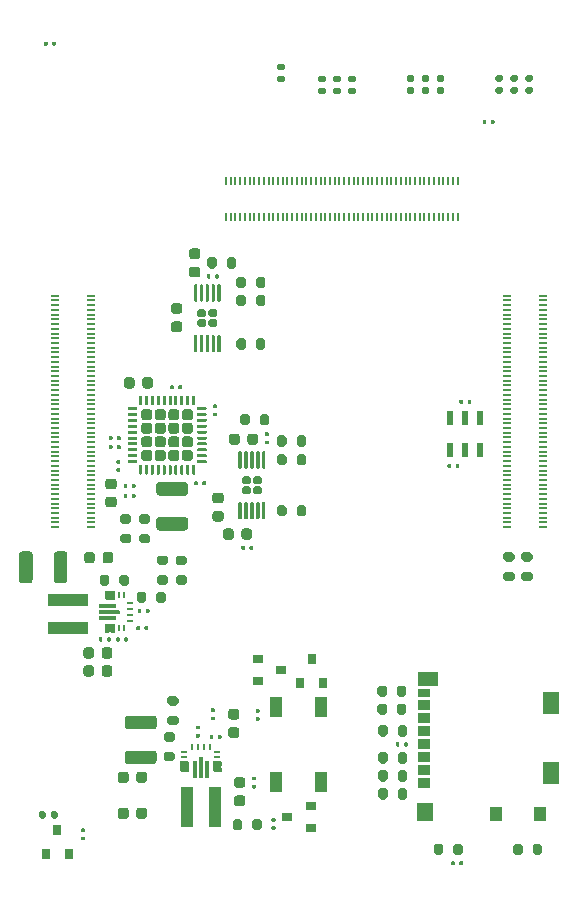
<source format=gbr>
%TF.GenerationSoftware,KiCad,Pcbnew,5.1.10*%
%TF.CreationDate,2021-08-02T15:48:16-04:00*%
%TF.ProjectId,mist-eeg,6d697374-2d65-4656-972e-6b696361645f,1C*%
%TF.SameCoordinates,Original*%
%TF.FileFunction,Paste,Top*%
%TF.FilePolarity,Positive*%
%FSLAX46Y46*%
G04 Gerber Fmt 4.6, Leading zero omitted, Abs format (unit mm)*
G04 Created by KiCad (PCBNEW 5.1.10) date 2021-08-02 15:48:16*
%MOMM*%
%LPD*%
G01*
G04 APERTURE LIST*
%ADD10C,0.100000*%
%ADD11R,1.350000X1.900000*%
%ADD12R,1.000000X1.200000*%
%ADD13R,1.350000X1.550000*%
%ADD14R,1.800000X1.170000*%
%ADD15R,1.100000X0.850000*%
%ADD16R,1.100000X0.750000*%
%ADD17R,0.900000X0.800000*%
%ADD18R,0.240000X0.599999*%
%ADD19R,0.850001X0.700001*%
%ADD20R,1.450000X0.349999*%
%ADD21R,1.799999X0.349999*%
%ADD22R,0.599999X0.240000*%
%ADD23R,0.700001X0.850001*%
%ADD24R,0.349999X1.450000*%
%ADD25R,0.349999X1.799999*%
%ADD26R,1.000000X1.700000*%
%ADD27R,0.584200X1.295400*%
%ADD28R,0.711200X0.203200*%
%ADD29R,0.203200X0.711200*%
%ADD30R,0.800000X0.900000*%
%ADD31R,3.400000X0.980000*%
%ADD32R,0.980000X3.400000*%
G04 APERTURE END LIST*
D10*
%TO.C,U9*%
G36*
X210479500Y-88208500D02*
G01*
X210479500Y-88358500D01*
X210478540Y-88368254D01*
X210475695Y-88377634D01*
X210471073Y-88386277D01*
X210464855Y-88393854D01*
X210457278Y-88400072D01*
X210448634Y-88404692D01*
X210439254Y-88407537D01*
X210429500Y-88408500D01*
X209779499Y-88408500D01*
X209769746Y-88407537D01*
X209760365Y-88404692D01*
X209751722Y-88400072D01*
X209744145Y-88393854D01*
X209737927Y-88386277D01*
X209733304Y-88377634D01*
X209730459Y-88368254D01*
X209729499Y-88358500D01*
X209729499Y-88208500D01*
X209730459Y-88198744D01*
X209733304Y-88189364D01*
X209737927Y-88180720D01*
X209744145Y-88173143D01*
X209751722Y-88166926D01*
X209760365Y-88162305D01*
X209769746Y-88159460D01*
X209779499Y-88158500D01*
X210429500Y-88158500D01*
X210439254Y-88159460D01*
X210448634Y-88162305D01*
X210457278Y-88166926D01*
X210464855Y-88173143D01*
X210471073Y-88180720D01*
X210475695Y-88189364D01*
X210478540Y-88198744D01*
X210479500Y-88208500D01*
G37*
X210479500Y-88208500D02*
X210479500Y-88358500D01*
X210478540Y-88368254D01*
X210475695Y-88377634D01*
X210471073Y-88386277D01*
X210464855Y-88393854D01*
X210457278Y-88400072D01*
X210448634Y-88404692D01*
X210439254Y-88407537D01*
X210429500Y-88408500D01*
X209779499Y-88408500D01*
X209769746Y-88407537D01*
X209760365Y-88404692D01*
X209751722Y-88400072D01*
X209744145Y-88393854D01*
X209737927Y-88386277D01*
X209733304Y-88377634D01*
X209730459Y-88368254D01*
X209729499Y-88358500D01*
X209729499Y-88208500D01*
X209730459Y-88198744D01*
X209733304Y-88189364D01*
X209737927Y-88180720D01*
X209744145Y-88173143D01*
X209751722Y-88166926D01*
X209760365Y-88162305D01*
X209769746Y-88159460D01*
X209779499Y-88158500D01*
X210429500Y-88158500D01*
X210439254Y-88159460D01*
X210448634Y-88162305D01*
X210457278Y-88166926D01*
X210464855Y-88173143D01*
X210471073Y-88180720D01*
X210475695Y-88189364D01*
X210478540Y-88198744D01*
X210479500Y-88208500D01*
G36*
X209779499Y-88158500D02*
G01*
X209929499Y-88158500D01*
X209939252Y-88159460D01*
X209948633Y-88162305D01*
X209957276Y-88166928D01*
X209964853Y-88173146D01*
X209971071Y-88180723D01*
X209975691Y-88189366D01*
X209978536Y-88198747D01*
X209979499Y-88208500D01*
X209979499Y-88708499D01*
X209978536Y-88718253D01*
X209975691Y-88727633D01*
X209971071Y-88736277D01*
X209964853Y-88743854D01*
X209957276Y-88750071D01*
X209948633Y-88754694D01*
X209939252Y-88757539D01*
X209929499Y-88758499D01*
X209779499Y-88758499D01*
X209769743Y-88757539D01*
X209760363Y-88754694D01*
X209751719Y-88750071D01*
X209744142Y-88743854D01*
X209737924Y-88736277D01*
X209733304Y-88727633D01*
X209730459Y-88718253D01*
X209729499Y-88708499D01*
X209729499Y-88208500D01*
X209730459Y-88198747D01*
X209733304Y-88189366D01*
X209737924Y-88180723D01*
X209744142Y-88173146D01*
X209751719Y-88166928D01*
X209760363Y-88162305D01*
X209769743Y-88159460D01*
X209779499Y-88158500D01*
G37*
X209779499Y-88158500D02*
X209929499Y-88158500D01*
X209939252Y-88159460D01*
X209948633Y-88162305D01*
X209957276Y-88166928D01*
X209964853Y-88173146D01*
X209971071Y-88180723D01*
X209975691Y-88189366D01*
X209978536Y-88198747D01*
X209979499Y-88208500D01*
X209979499Y-88708499D01*
X209978536Y-88718253D01*
X209975691Y-88727633D01*
X209971071Y-88736277D01*
X209964853Y-88743854D01*
X209957276Y-88750071D01*
X209948633Y-88754694D01*
X209939252Y-88757539D01*
X209929499Y-88758499D01*
X209779499Y-88758499D01*
X209769743Y-88757539D01*
X209760363Y-88754694D01*
X209751719Y-88750071D01*
X209744142Y-88743854D01*
X209737924Y-88736277D01*
X209733304Y-88727633D01*
X209730459Y-88718253D01*
X209729499Y-88708499D01*
X209729499Y-88208500D01*
X209730459Y-88198747D01*
X209733304Y-88189366D01*
X209737924Y-88180723D01*
X209744142Y-88173146D01*
X209751719Y-88166928D01*
X209760363Y-88162305D01*
X209769743Y-88159460D01*
X209779499Y-88158500D01*
G36*
X210279501Y-88158500D02*
G01*
X210429500Y-88158500D01*
X210439257Y-88159460D01*
X210448637Y-88162305D01*
X210457280Y-88166928D01*
X210464857Y-88173146D01*
X210471075Y-88180723D01*
X210475695Y-88189366D01*
X210478540Y-88198747D01*
X210479500Y-88208500D01*
X210479500Y-88708499D01*
X210478540Y-88718253D01*
X210475695Y-88727633D01*
X210471075Y-88736277D01*
X210464857Y-88743854D01*
X210457280Y-88750071D01*
X210448637Y-88754694D01*
X210439257Y-88757539D01*
X210429500Y-88758499D01*
X210279501Y-88758499D01*
X210269747Y-88757539D01*
X210260367Y-88754694D01*
X210251723Y-88750071D01*
X210244146Y-88743854D01*
X210237929Y-88736277D01*
X210233308Y-88727633D01*
X210230463Y-88718253D01*
X210229501Y-88708499D01*
X210229501Y-88208500D01*
X210230463Y-88198747D01*
X210233308Y-88189366D01*
X210237929Y-88180723D01*
X210244146Y-88173146D01*
X210251723Y-88166928D01*
X210260367Y-88162305D01*
X210269747Y-88159460D01*
X210279501Y-88158500D01*
G37*
X210279501Y-88158500D02*
X210429500Y-88158500D01*
X210439257Y-88159460D01*
X210448637Y-88162305D01*
X210457280Y-88166928D01*
X210464857Y-88173146D01*
X210471075Y-88180723D01*
X210475695Y-88189366D01*
X210478540Y-88198747D01*
X210479500Y-88208500D01*
X210479500Y-88708499D01*
X210478540Y-88718253D01*
X210475695Y-88727633D01*
X210471075Y-88736277D01*
X210464857Y-88743854D01*
X210457280Y-88750071D01*
X210448637Y-88754694D01*
X210439257Y-88757539D01*
X210429500Y-88758499D01*
X210279501Y-88758499D01*
X210269747Y-88757539D01*
X210260367Y-88754694D01*
X210251723Y-88750071D01*
X210244146Y-88743854D01*
X210237929Y-88736277D01*
X210233308Y-88727633D01*
X210230463Y-88718253D01*
X210229501Y-88708499D01*
X210229501Y-88208500D01*
X210230463Y-88198747D01*
X210233308Y-88189366D01*
X210237929Y-88180723D01*
X210244146Y-88173146D01*
X210251723Y-88166928D01*
X210260367Y-88162305D01*
X210269747Y-88159460D01*
X210279501Y-88158500D01*
G36*
X210429500Y-85958500D02*
G01*
X210279501Y-85958500D01*
X210269747Y-85957540D01*
X210260367Y-85954695D01*
X210251723Y-85950072D01*
X210244146Y-85943854D01*
X210237929Y-85936277D01*
X210233308Y-85927634D01*
X210230463Y-85918253D01*
X210229501Y-85908500D01*
X210229501Y-85408501D01*
X210230463Y-85398747D01*
X210233308Y-85389367D01*
X210237929Y-85380723D01*
X210244146Y-85373146D01*
X210251723Y-85366929D01*
X210260367Y-85362306D01*
X210269747Y-85359461D01*
X210279501Y-85358501D01*
X210429500Y-85358501D01*
X210439257Y-85359461D01*
X210448637Y-85362306D01*
X210457280Y-85366929D01*
X210464857Y-85373146D01*
X210471075Y-85380723D01*
X210475695Y-85389367D01*
X210478540Y-85398747D01*
X210479500Y-85408501D01*
X210479500Y-85908500D01*
X210478540Y-85918253D01*
X210475695Y-85927634D01*
X210471075Y-85936277D01*
X210464857Y-85943854D01*
X210457280Y-85950072D01*
X210448637Y-85954695D01*
X210439257Y-85957540D01*
X210429500Y-85958500D01*
G37*
X210429500Y-85958500D02*
X210279501Y-85958500D01*
X210269747Y-85957540D01*
X210260367Y-85954695D01*
X210251723Y-85950072D01*
X210244146Y-85943854D01*
X210237929Y-85936277D01*
X210233308Y-85927634D01*
X210230463Y-85918253D01*
X210229501Y-85908500D01*
X210229501Y-85408501D01*
X210230463Y-85398747D01*
X210233308Y-85389367D01*
X210237929Y-85380723D01*
X210244146Y-85373146D01*
X210251723Y-85366929D01*
X210260367Y-85362306D01*
X210269747Y-85359461D01*
X210279501Y-85358501D01*
X210429500Y-85358501D01*
X210439257Y-85359461D01*
X210448637Y-85362306D01*
X210457280Y-85366929D01*
X210464857Y-85373146D01*
X210471075Y-85380723D01*
X210475695Y-85389367D01*
X210478540Y-85398747D01*
X210479500Y-85408501D01*
X210479500Y-85908500D01*
X210478540Y-85918253D01*
X210475695Y-85927634D01*
X210471075Y-85936277D01*
X210464857Y-85943854D01*
X210457280Y-85950072D01*
X210448637Y-85954695D01*
X210439257Y-85957540D01*
X210429500Y-85958500D01*
G36*
X209929499Y-85958500D02*
G01*
X209779499Y-85958500D01*
X209769743Y-85957540D01*
X209760363Y-85954695D01*
X209751719Y-85950072D01*
X209744142Y-85943854D01*
X209737924Y-85936277D01*
X209733304Y-85927634D01*
X209730459Y-85918253D01*
X209729499Y-85908500D01*
X209729499Y-85408501D01*
X209730459Y-85398747D01*
X209733304Y-85389367D01*
X209737924Y-85380723D01*
X209744142Y-85373146D01*
X209751719Y-85366929D01*
X209760363Y-85362306D01*
X209769743Y-85359461D01*
X209779499Y-85358501D01*
X209929499Y-85358501D01*
X209939252Y-85359461D01*
X209948633Y-85362306D01*
X209957276Y-85366929D01*
X209964853Y-85373146D01*
X209971071Y-85380723D01*
X209975691Y-85389367D01*
X209978536Y-85398747D01*
X209979499Y-85408501D01*
X209979499Y-85908500D01*
X209978536Y-85918253D01*
X209975691Y-85927634D01*
X209971071Y-85936277D01*
X209964853Y-85943854D01*
X209957276Y-85950072D01*
X209948633Y-85954695D01*
X209939252Y-85957540D01*
X209929499Y-85958500D01*
G37*
X209929499Y-85958500D02*
X209779499Y-85958500D01*
X209769743Y-85957540D01*
X209760363Y-85954695D01*
X209751719Y-85950072D01*
X209744142Y-85943854D01*
X209737924Y-85936277D01*
X209733304Y-85927634D01*
X209730459Y-85918253D01*
X209729499Y-85908500D01*
X209729499Y-85408501D01*
X209730459Y-85398747D01*
X209733304Y-85389367D01*
X209737924Y-85380723D01*
X209744142Y-85373146D01*
X209751719Y-85366929D01*
X209760363Y-85362306D01*
X209769743Y-85359461D01*
X209779499Y-85358501D01*
X209929499Y-85358501D01*
X209939252Y-85359461D01*
X209948633Y-85362306D01*
X209957276Y-85366929D01*
X209964853Y-85373146D01*
X209971071Y-85380723D01*
X209975691Y-85389367D01*
X209978536Y-85398747D01*
X209979499Y-85408501D01*
X209979499Y-85908500D01*
X209978536Y-85918253D01*
X209975691Y-85927634D01*
X209971071Y-85936277D01*
X209964853Y-85943854D01*
X209957276Y-85950072D01*
X209948633Y-85954695D01*
X209939252Y-85957540D01*
X209929499Y-85958500D01*
G36*
X210479500Y-85758500D02*
G01*
X210479500Y-85908500D01*
X210478540Y-85918256D01*
X210475695Y-85927636D01*
X210471073Y-85936280D01*
X210464855Y-85943857D01*
X210457278Y-85950074D01*
X210448634Y-85954695D01*
X210439254Y-85957540D01*
X210429500Y-85958500D01*
X209779499Y-85958500D01*
X209769746Y-85957540D01*
X209760365Y-85954695D01*
X209751722Y-85950074D01*
X209744145Y-85943857D01*
X209737927Y-85936280D01*
X209733304Y-85927636D01*
X209730459Y-85918256D01*
X209729499Y-85908500D01*
X209729499Y-85758500D01*
X209730459Y-85748746D01*
X209733304Y-85739366D01*
X209737927Y-85730723D01*
X209744145Y-85723146D01*
X209751722Y-85716928D01*
X209760365Y-85712308D01*
X209769746Y-85709463D01*
X209779499Y-85708500D01*
X210429500Y-85708500D01*
X210439254Y-85709463D01*
X210448634Y-85712308D01*
X210457278Y-85716928D01*
X210464855Y-85723146D01*
X210471073Y-85730723D01*
X210475695Y-85739366D01*
X210478540Y-85748746D01*
X210479500Y-85758500D01*
G37*
X210479500Y-85758500D02*
X210479500Y-85908500D01*
X210478540Y-85918256D01*
X210475695Y-85927636D01*
X210471073Y-85936280D01*
X210464855Y-85943857D01*
X210457278Y-85950074D01*
X210448634Y-85954695D01*
X210439254Y-85957540D01*
X210429500Y-85958500D01*
X209779499Y-85958500D01*
X209769746Y-85957540D01*
X209760365Y-85954695D01*
X209751722Y-85950074D01*
X209744145Y-85943857D01*
X209737927Y-85936280D01*
X209733304Y-85927636D01*
X209730459Y-85918256D01*
X209729499Y-85908500D01*
X209729499Y-85758500D01*
X209730459Y-85748746D01*
X209733304Y-85739366D01*
X209737927Y-85730723D01*
X209744145Y-85723146D01*
X209751722Y-85716928D01*
X209760365Y-85712308D01*
X209769746Y-85709463D01*
X209779499Y-85708500D01*
X210429500Y-85708500D01*
X210439254Y-85709463D01*
X210448634Y-85712308D01*
X210457278Y-85716928D01*
X210464855Y-85723146D01*
X210471073Y-85730723D01*
X210475695Y-85739366D01*
X210478540Y-85748746D01*
X210479500Y-85758500D01*
G36*
X209929499Y-86983501D02*
G01*
X209929499Y-87133499D01*
X209928539Y-87143255D01*
X209925694Y-87152635D01*
X209921074Y-87161279D01*
X209914856Y-87168855D01*
X209907279Y-87175073D01*
X209898635Y-87179694D01*
X209889255Y-87182538D01*
X209879499Y-87183498D01*
X209259498Y-87183498D01*
X209249744Y-87182538D01*
X209240364Y-87179694D01*
X209231720Y-87175073D01*
X209224143Y-87168855D01*
X209217925Y-87161279D01*
X209213305Y-87152635D01*
X209210460Y-87143255D01*
X209209498Y-87133499D01*
X209209498Y-86983501D01*
X209210460Y-86973745D01*
X209213305Y-86964365D01*
X209217925Y-86955721D01*
X209224143Y-86948145D01*
X209231720Y-86941927D01*
X209240364Y-86937306D01*
X209249744Y-86934462D01*
X209259498Y-86933502D01*
X209879499Y-86933502D01*
X209889255Y-86934462D01*
X209898635Y-86937306D01*
X209907279Y-86941927D01*
X209914856Y-86948145D01*
X209921074Y-86955721D01*
X209925694Y-86964365D01*
X209928539Y-86973745D01*
X209929499Y-86983501D01*
G37*
X209929499Y-86983501D02*
X209929499Y-87133499D01*
X209928539Y-87143255D01*
X209925694Y-87152635D01*
X209921074Y-87161279D01*
X209914856Y-87168855D01*
X209907279Y-87175073D01*
X209898635Y-87179694D01*
X209889255Y-87182538D01*
X209879499Y-87183498D01*
X209259498Y-87183498D01*
X209249744Y-87182538D01*
X209240364Y-87179694D01*
X209231720Y-87175073D01*
X209224143Y-87168855D01*
X209217925Y-87161279D01*
X209213305Y-87152635D01*
X209210460Y-87143255D01*
X209209498Y-87133499D01*
X209209498Y-86983501D01*
X209210460Y-86973745D01*
X209213305Y-86964365D01*
X209217925Y-86955721D01*
X209224143Y-86948145D01*
X209231720Y-86941927D01*
X209240364Y-86937306D01*
X209249744Y-86934462D01*
X209259498Y-86933502D01*
X209879499Y-86933502D01*
X209889255Y-86934462D01*
X209898635Y-86937306D01*
X209907279Y-86941927D01*
X209914856Y-86948145D01*
X209921074Y-86955721D01*
X209925694Y-86964365D01*
X209928539Y-86973745D01*
X209929499Y-86983501D01*
G36*
X210849500Y-86983501D02*
G01*
X210849500Y-87133499D01*
X210848539Y-87143255D01*
X210845695Y-87152635D01*
X210841074Y-87161279D01*
X210834856Y-87168855D01*
X210827280Y-87175073D01*
X210818636Y-87179694D01*
X210809256Y-87182538D01*
X210799500Y-87183498D01*
X210179498Y-87183498D01*
X210169745Y-87182538D01*
X210160365Y-87179694D01*
X210151721Y-87175073D01*
X210144144Y-87168855D01*
X210137926Y-87161279D01*
X210133306Y-87152635D01*
X210130461Y-87143255D01*
X210129498Y-87133499D01*
X210129498Y-86983501D01*
X210130461Y-86973745D01*
X210133306Y-86964365D01*
X210137926Y-86955721D01*
X210144144Y-86948145D01*
X210151721Y-86941927D01*
X210160365Y-86937306D01*
X210169745Y-86934462D01*
X210179498Y-86933502D01*
X210799500Y-86933502D01*
X210809256Y-86934462D01*
X210818636Y-86937306D01*
X210827280Y-86941927D01*
X210834856Y-86948145D01*
X210841074Y-86955721D01*
X210845695Y-86964365D01*
X210848539Y-86973745D01*
X210849500Y-86983501D01*
G37*
X210849500Y-86983501D02*
X210849500Y-87133499D01*
X210848539Y-87143255D01*
X210845695Y-87152635D01*
X210841074Y-87161279D01*
X210834856Y-87168855D01*
X210827280Y-87175073D01*
X210818636Y-87179694D01*
X210809256Y-87182538D01*
X210799500Y-87183498D01*
X210179498Y-87183498D01*
X210169745Y-87182538D01*
X210160365Y-87179694D01*
X210151721Y-87175073D01*
X210144144Y-87168855D01*
X210137926Y-87161279D01*
X210133306Y-87152635D01*
X210130461Y-87143255D01*
X210129498Y-87133499D01*
X210129498Y-86983501D01*
X210130461Y-86973745D01*
X210133306Y-86964365D01*
X210137926Y-86955721D01*
X210144144Y-86948145D01*
X210151721Y-86941927D01*
X210160365Y-86937306D01*
X210169745Y-86934462D01*
X210179498Y-86933502D01*
X210799500Y-86933502D01*
X210809256Y-86934462D01*
X210818636Y-86937306D01*
X210827280Y-86941927D01*
X210834856Y-86948145D01*
X210841074Y-86955721D01*
X210845695Y-86964365D01*
X210848539Y-86973745D01*
X210849500Y-86983501D01*
G36*
X210529000Y-87483498D02*
G01*
X210529000Y-87633498D01*
X210528040Y-87643254D01*
X210525195Y-87652634D01*
X210520572Y-87661278D01*
X210514354Y-87668854D01*
X210506777Y-87675072D01*
X210498134Y-87679693D01*
X210488754Y-87682537D01*
X210479000Y-87683497D01*
X210004000Y-87683497D01*
X209994246Y-87682537D01*
X209984866Y-87679693D01*
X209976222Y-87675072D01*
X209968645Y-87668854D01*
X209962427Y-87661278D01*
X209957805Y-87652634D01*
X209954960Y-87643254D01*
X209954000Y-87633498D01*
X209954000Y-87483498D01*
X209954960Y-87473744D01*
X209957805Y-87464364D01*
X209962427Y-87455720D01*
X209968645Y-87448144D01*
X209976222Y-87441926D01*
X209984866Y-87437305D01*
X209994246Y-87434461D01*
X210004000Y-87433498D01*
X210479000Y-87433498D01*
X210488754Y-87434461D01*
X210498134Y-87437305D01*
X210506777Y-87441926D01*
X210514354Y-87448144D01*
X210520572Y-87455720D01*
X210525195Y-87464364D01*
X210528040Y-87473744D01*
X210529000Y-87483498D01*
G37*
X210529000Y-87483498D02*
X210529000Y-87633498D01*
X210528040Y-87643254D01*
X210525195Y-87652634D01*
X210520572Y-87661278D01*
X210514354Y-87668854D01*
X210506777Y-87675072D01*
X210498134Y-87679693D01*
X210488754Y-87682537D01*
X210479000Y-87683497D01*
X210004000Y-87683497D01*
X209994246Y-87682537D01*
X209984866Y-87679693D01*
X209976222Y-87675072D01*
X209968645Y-87668854D01*
X209962427Y-87661278D01*
X209957805Y-87652634D01*
X209954960Y-87643254D01*
X209954000Y-87633498D01*
X209954000Y-87483498D01*
X209954960Y-87473744D01*
X209957805Y-87464364D01*
X209962427Y-87455720D01*
X209968645Y-87448144D01*
X209976222Y-87441926D01*
X209984866Y-87437305D01*
X209994246Y-87434461D01*
X210004000Y-87433498D01*
X210479000Y-87433498D01*
X210488754Y-87434461D01*
X210498134Y-87437305D01*
X210506777Y-87441926D01*
X210514354Y-87448144D01*
X210520572Y-87455720D01*
X210525195Y-87464364D01*
X210528040Y-87473744D01*
X210529000Y-87483498D01*
G36*
X210529000Y-86483502D02*
G01*
X210529000Y-86633502D01*
X210528040Y-86643256D01*
X210525195Y-86652636D01*
X210520572Y-86661280D01*
X210514354Y-86668856D01*
X210506777Y-86675074D01*
X210498134Y-86679695D01*
X210488754Y-86682539D01*
X210479000Y-86683502D01*
X210004000Y-86683502D01*
X209994246Y-86682539D01*
X209984866Y-86679695D01*
X209976222Y-86675074D01*
X209968645Y-86668856D01*
X209962427Y-86661280D01*
X209957805Y-86652636D01*
X209954960Y-86643256D01*
X209954000Y-86633502D01*
X209954000Y-86483502D01*
X209954960Y-86473746D01*
X209957805Y-86464366D01*
X209962427Y-86455722D01*
X209968645Y-86448146D01*
X209976222Y-86441928D01*
X209984866Y-86437307D01*
X209994246Y-86434463D01*
X210004000Y-86433503D01*
X210479000Y-86433503D01*
X210488754Y-86434463D01*
X210498134Y-86437307D01*
X210506777Y-86441928D01*
X210514354Y-86448146D01*
X210520572Y-86455722D01*
X210525195Y-86464366D01*
X210528040Y-86473746D01*
X210529000Y-86483502D01*
G37*
X210529000Y-86483502D02*
X210529000Y-86633502D01*
X210528040Y-86643256D01*
X210525195Y-86652636D01*
X210520572Y-86661280D01*
X210514354Y-86668856D01*
X210506777Y-86675074D01*
X210498134Y-86679695D01*
X210488754Y-86682539D01*
X210479000Y-86683502D01*
X210004000Y-86683502D01*
X209994246Y-86682539D01*
X209984866Y-86679695D01*
X209976222Y-86675074D01*
X209968645Y-86668856D01*
X209962427Y-86661280D01*
X209957805Y-86652636D01*
X209954960Y-86643256D01*
X209954000Y-86633502D01*
X209954000Y-86483502D01*
X209954960Y-86473746D01*
X209957805Y-86464366D01*
X209962427Y-86455722D01*
X209968645Y-86448146D01*
X209976222Y-86441928D01*
X209984866Y-86437307D01*
X209994246Y-86434463D01*
X210004000Y-86433503D01*
X210479000Y-86433503D01*
X210488754Y-86434463D01*
X210498134Y-86437307D01*
X210506777Y-86441928D01*
X210514354Y-86448146D01*
X210520572Y-86455722D01*
X210525195Y-86464366D01*
X210528040Y-86473746D01*
X210529000Y-86483502D01*
G36*
X209754000Y-86483502D02*
G01*
X209754000Y-86633502D01*
X209753040Y-86643256D01*
X209750195Y-86652636D01*
X209745572Y-86661280D01*
X209739354Y-86668856D01*
X209731778Y-86675074D01*
X209723134Y-86679695D01*
X209713754Y-86682539D01*
X209704000Y-86683502D01*
X209229000Y-86683502D01*
X209219246Y-86682539D01*
X209209866Y-86679695D01*
X209201222Y-86675074D01*
X209193646Y-86668856D01*
X209187428Y-86661280D01*
X209182805Y-86652636D01*
X209179960Y-86643256D01*
X209179000Y-86633502D01*
X209179000Y-86483502D01*
X209179960Y-86473746D01*
X209182805Y-86464366D01*
X209187428Y-86455722D01*
X209193646Y-86448146D01*
X209201222Y-86441928D01*
X209209866Y-86437307D01*
X209219246Y-86434463D01*
X209229000Y-86433503D01*
X209704000Y-86433503D01*
X209713754Y-86434463D01*
X209723134Y-86437307D01*
X209731778Y-86441928D01*
X209739354Y-86448146D01*
X209745572Y-86455722D01*
X209750195Y-86464366D01*
X209753040Y-86473746D01*
X209754000Y-86483502D01*
G37*
X209754000Y-86483502D02*
X209754000Y-86633502D01*
X209753040Y-86643256D01*
X209750195Y-86652636D01*
X209745572Y-86661280D01*
X209739354Y-86668856D01*
X209731778Y-86675074D01*
X209723134Y-86679695D01*
X209713754Y-86682539D01*
X209704000Y-86683502D01*
X209229000Y-86683502D01*
X209219246Y-86682539D01*
X209209866Y-86679695D01*
X209201222Y-86675074D01*
X209193646Y-86668856D01*
X209187428Y-86661280D01*
X209182805Y-86652636D01*
X209179960Y-86643256D01*
X209179000Y-86633502D01*
X209179000Y-86483502D01*
X209179960Y-86473746D01*
X209182805Y-86464366D01*
X209187428Y-86455722D01*
X209193646Y-86448146D01*
X209201222Y-86441928D01*
X209209866Y-86437307D01*
X209219246Y-86434463D01*
X209229000Y-86433503D01*
X209704000Y-86433503D01*
X209713754Y-86434463D01*
X209723134Y-86437307D01*
X209731778Y-86441928D01*
X209739354Y-86448146D01*
X209745572Y-86455722D01*
X209750195Y-86464366D01*
X209753040Y-86473746D01*
X209754000Y-86483502D01*
G36*
X209754000Y-87483498D02*
G01*
X209754000Y-87633498D01*
X209753040Y-87643254D01*
X209750195Y-87652634D01*
X209745572Y-87661278D01*
X209739354Y-87668854D01*
X209731778Y-87675072D01*
X209723134Y-87679693D01*
X209713754Y-87682537D01*
X209704000Y-87683497D01*
X209229000Y-87683497D01*
X209219246Y-87682537D01*
X209209866Y-87679693D01*
X209201222Y-87675072D01*
X209193646Y-87668854D01*
X209187428Y-87661278D01*
X209182805Y-87652634D01*
X209179960Y-87643254D01*
X209179000Y-87633498D01*
X209179000Y-87483498D01*
X209179960Y-87473744D01*
X209182805Y-87464364D01*
X209187428Y-87455720D01*
X209193646Y-87448144D01*
X209201222Y-87441926D01*
X209209866Y-87437305D01*
X209219246Y-87434461D01*
X209229000Y-87433498D01*
X209704000Y-87433498D01*
X209713754Y-87434461D01*
X209723134Y-87437305D01*
X209731778Y-87441926D01*
X209739354Y-87448144D01*
X209745572Y-87455720D01*
X209750195Y-87464364D01*
X209753040Y-87473744D01*
X209754000Y-87483498D01*
G37*
X209754000Y-87483498D02*
X209754000Y-87633498D01*
X209753040Y-87643254D01*
X209750195Y-87652634D01*
X209745572Y-87661278D01*
X209739354Y-87668854D01*
X209731778Y-87675072D01*
X209723134Y-87679693D01*
X209713754Y-87682537D01*
X209704000Y-87683497D01*
X209229000Y-87683497D01*
X209219246Y-87682537D01*
X209209866Y-87679693D01*
X209201222Y-87675072D01*
X209193646Y-87668854D01*
X209187428Y-87661278D01*
X209182805Y-87652634D01*
X209179960Y-87643254D01*
X209179000Y-87633498D01*
X209179000Y-87483498D01*
X209179960Y-87473744D01*
X209182805Y-87464364D01*
X209187428Y-87455720D01*
X209193646Y-87448144D01*
X209201222Y-87441926D01*
X209209866Y-87437305D01*
X209219246Y-87434461D01*
X209229000Y-87433498D01*
X209704000Y-87433498D01*
X209713754Y-87434461D01*
X209723134Y-87437305D01*
X209731778Y-87441926D01*
X209739354Y-87448144D01*
X209745572Y-87455720D01*
X209750195Y-87464364D01*
X209753040Y-87473744D01*
X209754000Y-87483498D01*
%TO.C,U8*%
G36*
X218955000Y-99781500D02*
G01*
X219105000Y-99781500D01*
X219114754Y-99782460D01*
X219124134Y-99785305D01*
X219132777Y-99789927D01*
X219140354Y-99796145D01*
X219146572Y-99803722D01*
X219151192Y-99812366D01*
X219154037Y-99821746D01*
X219155000Y-99831500D01*
X219155000Y-100481501D01*
X219154037Y-100491254D01*
X219151192Y-100500635D01*
X219146572Y-100509278D01*
X219140354Y-100516855D01*
X219132777Y-100523073D01*
X219124134Y-100527696D01*
X219114754Y-100530541D01*
X219105000Y-100531501D01*
X218955000Y-100531501D01*
X218945244Y-100530541D01*
X218935864Y-100527696D01*
X218927220Y-100523073D01*
X218919643Y-100516855D01*
X218913426Y-100509278D01*
X218908805Y-100500635D01*
X218905960Y-100491254D01*
X218905000Y-100481501D01*
X218905000Y-99831500D01*
X218905960Y-99821746D01*
X218908805Y-99812366D01*
X218913426Y-99803722D01*
X218919643Y-99796145D01*
X218927220Y-99789927D01*
X218935864Y-99785305D01*
X218945244Y-99782460D01*
X218955000Y-99781500D01*
G37*
X218955000Y-99781500D02*
X219105000Y-99781500D01*
X219114754Y-99782460D01*
X219124134Y-99785305D01*
X219132777Y-99789927D01*
X219140354Y-99796145D01*
X219146572Y-99803722D01*
X219151192Y-99812366D01*
X219154037Y-99821746D01*
X219155000Y-99831500D01*
X219155000Y-100481501D01*
X219154037Y-100491254D01*
X219151192Y-100500635D01*
X219146572Y-100509278D01*
X219140354Y-100516855D01*
X219132777Y-100523073D01*
X219124134Y-100527696D01*
X219114754Y-100530541D01*
X219105000Y-100531501D01*
X218955000Y-100531501D01*
X218945244Y-100530541D01*
X218935864Y-100527696D01*
X218927220Y-100523073D01*
X218919643Y-100516855D01*
X218913426Y-100509278D01*
X218908805Y-100500635D01*
X218905960Y-100491254D01*
X218905000Y-100481501D01*
X218905000Y-99831500D01*
X218905960Y-99821746D01*
X218908805Y-99812366D01*
X218913426Y-99803722D01*
X218919643Y-99796145D01*
X218927220Y-99789927D01*
X218935864Y-99785305D01*
X218945244Y-99782460D01*
X218955000Y-99781500D01*
G36*
X218905000Y-100481501D02*
G01*
X218905000Y-100331501D01*
X218905960Y-100321748D01*
X218908805Y-100312367D01*
X218913428Y-100303724D01*
X218919646Y-100296147D01*
X218927223Y-100289929D01*
X218935866Y-100285309D01*
X218945247Y-100282464D01*
X218955000Y-100281501D01*
X219454999Y-100281501D01*
X219464753Y-100282464D01*
X219474133Y-100285309D01*
X219482777Y-100289929D01*
X219490354Y-100296147D01*
X219496571Y-100303724D01*
X219501194Y-100312367D01*
X219504039Y-100321748D01*
X219504999Y-100331501D01*
X219504999Y-100481501D01*
X219504039Y-100491257D01*
X219501194Y-100500637D01*
X219496571Y-100509281D01*
X219490354Y-100516858D01*
X219482777Y-100523076D01*
X219474133Y-100527696D01*
X219464753Y-100530541D01*
X219454999Y-100531501D01*
X218955000Y-100531501D01*
X218945247Y-100530541D01*
X218935866Y-100527696D01*
X218927223Y-100523076D01*
X218919646Y-100516858D01*
X218913428Y-100509281D01*
X218908805Y-100500637D01*
X218905960Y-100491257D01*
X218905000Y-100481501D01*
G37*
X218905000Y-100481501D02*
X218905000Y-100331501D01*
X218905960Y-100321748D01*
X218908805Y-100312367D01*
X218913428Y-100303724D01*
X218919646Y-100296147D01*
X218927223Y-100289929D01*
X218935866Y-100285309D01*
X218945247Y-100282464D01*
X218955000Y-100281501D01*
X219454999Y-100281501D01*
X219464753Y-100282464D01*
X219474133Y-100285309D01*
X219482777Y-100289929D01*
X219490354Y-100296147D01*
X219496571Y-100303724D01*
X219501194Y-100312367D01*
X219504039Y-100321748D01*
X219504999Y-100331501D01*
X219504999Y-100481501D01*
X219504039Y-100491257D01*
X219501194Y-100500637D01*
X219496571Y-100509281D01*
X219490354Y-100516858D01*
X219482777Y-100523076D01*
X219474133Y-100527696D01*
X219464753Y-100530541D01*
X219454999Y-100531501D01*
X218955000Y-100531501D01*
X218945247Y-100530541D01*
X218935866Y-100527696D01*
X218927223Y-100523076D01*
X218919646Y-100516858D01*
X218913428Y-100509281D01*
X218908805Y-100500637D01*
X218905960Y-100491257D01*
X218905000Y-100481501D01*
G36*
X218905000Y-99981499D02*
G01*
X218905000Y-99831500D01*
X218905960Y-99821743D01*
X218908805Y-99812363D01*
X218913428Y-99803720D01*
X218919646Y-99796143D01*
X218927223Y-99789925D01*
X218935866Y-99785305D01*
X218945247Y-99782460D01*
X218955000Y-99781500D01*
X219454999Y-99781500D01*
X219464753Y-99782460D01*
X219474133Y-99785305D01*
X219482777Y-99789925D01*
X219490354Y-99796143D01*
X219496571Y-99803720D01*
X219501194Y-99812363D01*
X219504039Y-99821743D01*
X219504999Y-99831500D01*
X219504999Y-99981499D01*
X219504039Y-99991253D01*
X219501194Y-100000633D01*
X219496571Y-100009277D01*
X219490354Y-100016854D01*
X219482777Y-100023071D01*
X219474133Y-100027692D01*
X219464753Y-100030537D01*
X219454999Y-100031499D01*
X218955000Y-100031499D01*
X218945247Y-100030537D01*
X218935866Y-100027692D01*
X218927223Y-100023071D01*
X218919646Y-100016854D01*
X218913428Y-100009277D01*
X218908805Y-100000633D01*
X218905960Y-99991253D01*
X218905000Y-99981499D01*
G37*
X218905000Y-99981499D02*
X218905000Y-99831500D01*
X218905960Y-99821743D01*
X218908805Y-99812363D01*
X218913428Y-99803720D01*
X218919646Y-99796143D01*
X218927223Y-99789925D01*
X218935866Y-99785305D01*
X218945247Y-99782460D01*
X218955000Y-99781500D01*
X219454999Y-99781500D01*
X219464753Y-99782460D01*
X219474133Y-99785305D01*
X219482777Y-99789925D01*
X219490354Y-99796143D01*
X219496571Y-99803720D01*
X219501194Y-99812363D01*
X219504039Y-99821743D01*
X219504999Y-99831500D01*
X219504999Y-99981499D01*
X219504039Y-99991253D01*
X219501194Y-100000633D01*
X219496571Y-100009277D01*
X219490354Y-100016854D01*
X219482777Y-100023071D01*
X219474133Y-100027692D01*
X219464753Y-100030537D01*
X219454999Y-100031499D01*
X218955000Y-100031499D01*
X218945247Y-100030537D01*
X218935866Y-100027692D01*
X218927223Y-100023071D01*
X218919646Y-100016854D01*
X218913428Y-100009277D01*
X218908805Y-100000633D01*
X218905960Y-99991253D01*
X218905000Y-99981499D01*
G36*
X216705000Y-99831500D02*
G01*
X216705000Y-99981499D01*
X216704040Y-99991253D01*
X216701195Y-100000633D01*
X216696572Y-100009277D01*
X216690354Y-100016854D01*
X216682777Y-100023071D01*
X216674134Y-100027692D01*
X216664753Y-100030537D01*
X216655000Y-100031499D01*
X216155001Y-100031499D01*
X216145247Y-100030537D01*
X216135867Y-100027692D01*
X216127223Y-100023071D01*
X216119646Y-100016854D01*
X216113429Y-100009277D01*
X216108806Y-100000633D01*
X216105961Y-99991253D01*
X216105001Y-99981499D01*
X216105001Y-99831500D01*
X216105961Y-99821743D01*
X216108806Y-99812363D01*
X216113429Y-99803720D01*
X216119646Y-99796143D01*
X216127223Y-99789925D01*
X216135867Y-99785305D01*
X216145247Y-99782460D01*
X216155001Y-99781500D01*
X216655000Y-99781500D01*
X216664753Y-99782460D01*
X216674134Y-99785305D01*
X216682777Y-99789925D01*
X216690354Y-99796143D01*
X216696572Y-99803720D01*
X216701195Y-99812363D01*
X216704040Y-99821743D01*
X216705000Y-99831500D01*
G37*
X216705000Y-99831500D02*
X216705000Y-99981499D01*
X216704040Y-99991253D01*
X216701195Y-100000633D01*
X216696572Y-100009277D01*
X216690354Y-100016854D01*
X216682777Y-100023071D01*
X216674134Y-100027692D01*
X216664753Y-100030537D01*
X216655000Y-100031499D01*
X216155001Y-100031499D01*
X216145247Y-100030537D01*
X216135867Y-100027692D01*
X216127223Y-100023071D01*
X216119646Y-100016854D01*
X216113429Y-100009277D01*
X216108806Y-100000633D01*
X216105961Y-99991253D01*
X216105001Y-99981499D01*
X216105001Y-99831500D01*
X216105961Y-99821743D01*
X216108806Y-99812363D01*
X216113429Y-99803720D01*
X216119646Y-99796143D01*
X216127223Y-99789925D01*
X216135867Y-99785305D01*
X216145247Y-99782460D01*
X216155001Y-99781500D01*
X216655000Y-99781500D01*
X216664753Y-99782460D01*
X216674134Y-99785305D01*
X216682777Y-99789925D01*
X216690354Y-99796143D01*
X216696572Y-99803720D01*
X216701195Y-99812363D01*
X216704040Y-99821743D01*
X216705000Y-99831500D01*
G36*
X216705000Y-100331501D02*
G01*
X216705000Y-100481501D01*
X216704040Y-100491257D01*
X216701195Y-100500637D01*
X216696572Y-100509281D01*
X216690354Y-100516858D01*
X216682777Y-100523076D01*
X216674134Y-100527696D01*
X216664753Y-100530541D01*
X216655000Y-100531501D01*
X216155001Y-100531501D01*
X216145247Y-100530541D01*
X216135867Y-100527696D01*
X216127223Y-100523076D01*
X216119646Y-100516858D01*
X216113429Y-100509281D01*
X216108806Y-100500637D01*
X216105961Y-100491257D01*
X216105001Y-100481501D01*
X216105001Y-100331501D01*
X216105961Y-100321748D01*
X216108806Y-100312367D01*
X216113429Y-100303724D01*
X216119646Y-100296147D01*
X216127223Y-100289929D01*
X216135867Y-100285309D01*
X216145247Y-100282464D01*
X216155001Y-100281501D01*
X216655000Y-100281501D01*
X216664753Y-100282464D01*
X216674134Y-100285309D01*
X216682777Y-100289929D01*
X216690354Y-100296147D01*
X216696572Y-100303724D01*
X216701195Y-100312367D01*
X216704040Y-100321748D01*
X216705000Y-100331501D01*
G37*
X216705000Y-100331501D02*
X216705000Y-100481501D01*
X216704040Y-100491257D01*
X216701195Y-100500637D01*
X216696572Y-100509281D01*
X216690354Y-100516858D01*
X216682777Y-100523076D01*
X216674134Y-100527696D01*
X216664753Y-100530541D01*
X216655000Y-100531501D01*
X216155001Y-100531501D01*
X216145247Y-100530541D01*
X216135867Y-100527696D01*
X216127223Y-100523076D01*
X216119646Y-100516858D01*
X216113429Y-100509281D01*
X216108806Y-100500637D01*
X216105961Y-100491257D01*
X216105001Y-100481501D01*
X216105001Y-100331501D01*
X216105961Y-100321748D01*
X216108806Y-100312367D01*
X216113429Y-100303724D01*
X216119646Y-100296147D01*
X216127223Y-100289929D01*
X216135867Y-100285309D01*
X216145247Y-100282464D01*
X216155001Y-100281501D01*
X216655000Y-100281501D01*
X216664753Y-100282464D01*
X216674134Y-100285309D01*
X216682777Y-100289929D01*
X216690354Y-100296147D01*
X216696572Y-100303724D01*
X216701195Y-100312367D01*
X216704040Y-100321748D01*
X216705000Y-100331501D01*
G36*
X216505000Y-99781500D02*
G01*
X216655000Y-99781500D01*
X216664756Y-99782460D01*
X216674136Y-99785305D01*
X216682780Y-99789927D01*
X216690357Y-99796145D01*
X216696574Y-99803722D01*
X216701195Y-99812366D01*
X216704040Y-99821746D01*
X216705000Y-99831500D01*
X216705000Y-100481501D01*
X216704040Y-100491254D01*
X216701195Y-100500635D01*
X216696574Y-100509278D01*
X216690357Y-100516855D01*
X216682780Y-100523073D01*
X216674136Y-100527696D01*
X216664756Y-100530541D01*
X216655000Y-100531501D01*
X216505000Y-100531501D01*
X216495246Y-100530541D01*
X216485866Y-100527696D01*
X216477223Y-100523073D01*
X216469646Y-100516855D01*
X216463428Y-100509278D01*
X216458808Y-100500635D01*
X216455963Y-100491254D01*
X216455000Y-100481501D01*
X216455000Y-99831500D01*
X216455963Y-99821746D01*
X216458808Y-99812366D01*
X216463428Y-99803722D01*
X216469646Y-99796145D01*
X216477223Y-99789927D01*
X216485866Y-99785305D01*
X216495246Y-99782460D01*
X216505000Y-99781500D01*
G37*
X216505000Y-99781500D02*
X216655000Y-99781500D01*
X216664756Y-99782460D01*
X216674136Y-99785305D01*
X216682780Y-99789927D01*
X216690357Y-99796145D01*
X216696574Y-99803722D01*
X216701195Y-99812366D01*
X216704040Y-99821746D01*
X216705000Y-99831500D01*
X216705000Y-100481501D01*
X216704040Y-100491254D01*
X216701195Y-100500635D01*
X216696574Y-100509278D01*
X216690357Y-100516855D01*
X216682780Y-100523073D01*
X216674136Y-100527696D01*
X216664756Y-100530541D01*
X216655000Y-100531501D01*
X216505000Y-100531501D01*
X216495246Y-100530541D01*
X216485866Y-100527696D01*
X216477223Y-100523073D01*
X216469646Y-100516855D01*
X216463428Y-100509278D01*
X216458808Y-100500635D01*
X216455963Y-100491254D01*
X216455000Y-100481501D01*
X216455000Y-99831500D01*
X216455963Y-99821746D01*
X216458808Y-99812366D01*
X216463428Y-99803722D01*
X216469646Y-99796145D01*
X216477223Y-99789927D01*
X216485866Y-99785305D01*
X216495246Y-99782460D01*
X216505000Y-99781500D01*
G36*
X217730001Y-100331501D02*
G01*
X217879999Y-100331501D01*
X217889755Y-100332461D01*
X217899135Y-100335306D01*
X217907779Y-100339926D01*
X217915355Y-100346144D01*
X217921573Y-100353721D01*
X217926194Y-100362365D01*
X217929038Y-100371745D01*
X217929998Y-100381501D01*
X217929998Y-101001502D01*
X217929038Y-101011256D01*
X217926194Y-101020636D01*
X217921573Y-101029280D01*
X217915355Y-101036857D01*
X217907779Y-101043075D01*
X217899135Y-101047695D01*
X217889755Y-101050540D01*
X217879999Y-101051502D01*
X217730001Y-101051502D01*
X217720245Y-101050540D01*
X217710865Y-101047695D01*
X217702221Y-101043075D01*
X217694645Y-101036857D01*
X217688427Y-101029280D01*
X217683806Y-101020636D01*
X217680962Y-101011256D01*
X217680002Y-101001502D01*
X217680002Y-100381501D01*
X217680962Y-100371745D01*
X217683806Y-100362365D01*
X217688427Y-100353721D01*
X217694645Y-100346144D01*
X217702221Y-100339926D01*
X217710865Y-100335306D01*
X217720245Y-100332461D01*
X217730001Y-100331501D01*
G37*
X217730001Y-100331501D02*
X217879999Y-100331501D01*
X217889755Y-100332461D01*
X217899135Y-100335306D01*
X217907779Y-100339926D01*
X217915355Y-100346144D01*
X217921573Y-100353721D01*
X217926194Y-100362365D01*
X217929038Y-100371745D01*
X217929998Y-100381501D01*
X217929998Y-101001502D01*
X217929038Y-101011256D01*
X217926194Y-101020636D01*
X217921573Y-101029280D01*
X217915355Y-101036857D01*
X217907779Y-101043075D01*
X217899135Y-101047695D01*
X217889755Y-101050540D01*
X217879999Y-101051502D01*
X217730001Y-101051502D01*
X217720245Y-101050540D01*
X217710865Y-101047695D01*
X217702221Y-101043075D01*
X217694645Y-101036857D01*
X217688427Y-101029280D01*
X217683806Y-101020636D01*
X217680962Y-101011256D01*
X217680002Y-101001502D01*
X217680002Y-100381501D01*
X217680962Y-100371745D01*
X217683806Y-100362365D01*
X217688427Y-100353721D01*
X217694645Y-100346144D01*
X217702221Y-100339926D01*
X217710865Y-100335306D01*
X217720245Y-100332461D01*
X217730001Y-100331501D01*
G36*
X217730001Y-99411500D02*
G01*
X217879999Y-99411500D01*
X217889755Y-99412461D01*
X217899135Y-99415305D01*
X217907779Y-99419926D01*
X217915355Y-99426144D01*
X217921573Y-99433720D01*
X217926194Y-99442364D01*
X217929038Y-99451744D01*
X217929998Y-99461500D01*
X217929998Y-100081502D01*
X217929038Y-100091255D01*
X217926194Y-100100635D01*
X217921573Y-100109279D01*
X217915355Y-100116856D01*
X217907779Y-100123074D01*
X217899135Y-100127694D01*
X217889755Y-100130539D01*
X217879999Y-100131502D01*
X217730001Y-100131502D01*
X217720245Y-100130539D01*
X217710865Y-100127694D01*
X217702221Y-100123074D01*
X217694645Y-100116856D01*
X217688427Y-100109279D01*
X217683806Y-100100635D01*
X217680962Y-100091255D01*
X217680002Y-100081502D01*
X217680002Y-99461500D01*
X217680962Y-99451744D01*
X217683806Y-99442364D01*
X217688427Y-99433720D01*
X217694645Y-99426144D01*
X217702221Y-99419926D01*
X217710865Y-99415305D01*
X217720245Y-99412461D01*
X217730001Y-99411500D01*
G37*
X217730001Y-99411500D02*
X217879999Y-99411500D01*
X217889755Y-99412461D01*
X217899135Y-99415305D01*
X217907779Y-99419926D01*
X217915355Y-99426144D01*
X217921573Y-99433720D01*
X217926194Y-99442364D01*
X217929038Y-99451744D01*
X217929998Y-99461500D01*
X217929998Y-100081502D01*
X217929038Y-100091255D01*
X217926194Y-100100635D01*
X217921573Y-100109279D01*
X217915355Y-100116856D01*
X217907779Y-100123074D01*
X217899135Y-100127694D01*
X217889755Y-100130539D01*
X217879999Y-100131502D01*
X217730001Y-100131502D01*
X217720245Y-100130539D01*
X217710865Y-100127694D01*
X217702221Y-100123074D01*
X217694645Y-100116856D01*
X217688427Y-100109279D01*
X217683806Y-100100635D01*
X217680962Y-100091255D01*
X217680002Y-100081502D01*
X217680002Y-99461500D01*
X217680962Y-99451744D01*
X217683806Y-99442364D01*
X217688427Y-99433720D01*
X217694645Y-99426144D01*
X217702221Y-99419926D01*
X217710865Y-99415305D01*
X217720245Y-99412461D01*
X217730001Y-99411500D01*
G36*
X218229998Y-99732000D02*
G01*
X218379998Y-99732000D01*
X218389754Y-99732960D01*
X218399134Y-99735805D01*
X218407778Y-99740428D01*
X218415354Y-99746646D01*
X218421572Y-99754223D01*
X218426193Y-99762866D01*
X218429037Y-99772246D01*
X218429997Y-99782000D01*
X218429997Y-100257000D01*
X218429037Y-100266754D01*
X218426193Y-100276134D01*
X218421572Y-100284778D01*
X218415354Y-100292355D01*
X218407778Y-100298573D01*
X218399134Y-100303195D01*
X218389754Y-100306040D01*
X218379998Y-100307000D01*
X218229998Y-100307000D01*
X218220244Y-100306040D01*
X218210864Y-100303195D01*
X218202220Y-100298573D01*
X218194644Y-100292355D01*
X218188426Y-100284778D01*
X218183805Y-100276134D01*
X218180961Y-100266754D01*
X218179998Y-100257000D01*
X218179998Y-99782000D01*
X218180961Y-99772246D01*
X218183805Y-99762866D01*
X218188426Y-99754223D01*
X218194644Y-99746646D01*
X218202220Y-99740428D01*
X218210864Y-99735805D01*
X218220244Y-99732960D01*
X218229998Y-99732000D01*
G37*
X218229998Y-99732000D02*
X218379998Y-99732000D01*
X218389754Y-99732960D01*
X218399134Y-99735805D01*
X218407778Y-99740428D01*
X218415354Y-99746646D01*
X218421572Y-99754223D01*
X218426193Y-99762866D01*
X218429037Y-99772246D01*
X218429997Y-99782000D01*
X218429997Y-100257000D01*
X218429037Y-100266754D01*
X218426193Y-100276134D01*
X218421572Y-100284778D01*
X218415354Y-100292355D01*
X218407778Y-100298573D01*
X218399134Y-100303195D01*
X218389754Y-100306040D01*
X218379998Y-100307000D01*
X218229998Y-100307000D01*
X218220244Y-100306040D01*
X218210864Y-100303195D01*
X218202220Y-100298573D01*
X218194644Y-100292355D01*
X218188426Y-100284778D01*
X218183805Y-100276134D01*
X218180961Y-100266754D01*
X218179998Y-100257000D01*
X218179998Y-99782000D01*
X218180961Y-99772246D01*
X218183805Y-99762866D01*
X218188426Y-99754223D01*
X218194644Y-99746646D01*
X218202220Y-99740428D01*
X218210864Y-99735805D01*
X218220244Y-99732960D01*
X218229998Y-99732000D01*
G36*
X217230002Y-99732000D02*
G01*
X217380002Y-99732000D01*
X217389756Y-99732960D01*
X217399136Y-99735805D01*
X217407780Y-99740428D01*
X217415356Y-99746646D01*
X217421574Y-99754223D01*
X217426195Y-99762866D01*
X217429039Y-99772246D01*
X217430002Y-99782000D01*
X217430002Y-100257000D01*
X217429039Y-100266754D01*
X217426195Y-100276134D01*
X217421574Y-100284778D01*
X217415356Y-100292355D01*
X217407780Y-100298573D01*
X217399136Y-100303195D01*
X217389756Y-100306040D01*
X217380002Y-100307000D01*
X217230002Y-100307000D01*
X217220246Y-100306040D01*
X217210866Y-100303195D01*
X217202222Y-100298573D01*
X217194646Y-100292355D01*
X217188428Y-100284778D01*
X217183807Y-100276134D01*
X217180963Y-100266754D01*
X217180003Y-100257000D01*
X217180003Y-99782000D01*
X217180963Y-99772246D01*
X217183807Y-99762866D01*
X217188428Y-99754223D01*
X217194646Y-99746646D01*
X217202222Y-99740428D01*
X217210866Y-99735805D01*
X217220246Y-99732960D01*
X217230002Y-99732000D01*
G37*
X217230002Y-99732000D02*
X217380002Y-99732000D01*
X217389756Y-99732960D01*
X217399136Y-99735805D01*
X217407780Y-99740428D01*
X217415356Y-99746646D01*
X217421574Y-99754223D01*
X217426195Y-99762866D01*
X217429039Y-99772246D01*
X217430002Y-99782000D01*
X217430002Y-100257000D01*
X217429039Y-100266754D01*
X217426195Y-100276134D01*
X217421574Y-100284778D01*
X217415356Y-100292355D01*
X217407780Y-100298573D01*
X217399136Y-100303195D01*
X217389756Y-100306040D01*
X217380002Y-100307000D01*
X217230002Y-100307000D01*
X217220246Y-100306040D01*
X217210866Y-100303195D01*
X217202222Y-100298573D01*
X217194646Y-100292355D01*
X217188428Y-100284778D01*
X217183807Y-100276134D01*
X217180963Y-100266754D01*
X217180003Y-100257000D01*
X217180003Y-99782000D01*
X217180963Y-99772246D01*
X217183807Y-99762866D01*
X217188428Y-99754223D01*
X217194646Y-99746646D01*
X217202222Y-99740428D01*
X217210866Y-99735805D01*
X217220246Y-99732960D01*
X217230002Y-99732000D01*
G36*
X217230002Y-100507000D02*
G01*
X217380002Y-100507000D01*
X217389756Y-100507960D01*
X217399136Y-100510805D01*
X217407780Y-100515428D01*
X217415356Y-100521646D01*
X217421574Y-100529222D01*
X217426195Y-100537866D01*
X217429039Y-100547246D01*
X217430002Y-100557000D01*
X217430002Y-101032000D01*
X217429039Y-101041754D01*
X217426195Y-101051134D01*
X217421574Y-101059778D01*
X217415356Y-101067354D01*
X217407780Y-101073572D01*
X217399136Y-101078195D01*
X217389756Y-101081040D01*
X217380002Y-101082000D01*
X217230002Y-101082000D01*
X217220246Y-101081040D01*
X217210866Y-101078195D01*
X217202222Y-101073572D01*
X217194646Y-101067354D01*
X217188428Y-101059778D01*
X217183807Y-101051134D01*
X217180963Y-101041754D01*
X217180003Y-101032000D01*
X217180003Y-100557000D01*
X217180963Y-100547246D01*
X217183807Y-100537866D01*
X217188428Y-100529222D01*
X217194646Y-100521646D01*
X217202222Y-100515428D01*
X217210866Y-100510805D01*
X217220246Y-100507960D01*
X217230002Y-100507000D01*
G37*
X217230002Y-100507000D02*
X217380002Y-100507000D01*
X217389756Y-100507960D01*
X217399136Y-100510805D01*
X217407780Y-100515428D01*
X217415356Y-100521646D01*
X217421574Y-100529222D01*
X217426195Y-100537866D01*
X217429039Y-100547246D01*
X217430002Y-100557000D01*
X217430002Y-101032000D01*
X217429039Y-101041754D01*
X217426195Y-101051134D01*
X217421574Y-101059778D01*
X217415356Y-101067354D01*
X217407780Y-101073572D01*
X217399136Y-101078195D01*
X217389756Y-101081040D01*
X217380002Y-101082000D01*
X217230002Y-101082000D01*
X217220246Y-101081040D01*
X217210866Y-101078195D01*
X217202222Y-101073572D01*
X217194646Y-101067354D01*
X217188428Y-101059778D01*
X217183807Y-101051134D01*
X217180963Y-101041754D01*
X217180003Y-101032000D01*
X217180003Y-100557000D01*
X217180963Y-100547246D01*
X217183807Y-100537866D01*
X217188428Y-100529222D01*
X217194646Y-100521646D01*
X217202222Y-100515428D01*
X217210866Y-100510805D01*
X217220246Y-100507960D01*
X217230002Y-100507000D01*
G36*
X218229998Y-100507000D02*
G01*
X218379998Y-100507000D01*
X218389754Y-100507960D01*
X218399134Y-100510805D01*
X218407778Y-100515428D01*
X218415354Y-100521646D01*
X218421572Y-100529222D01*
X218426193Y-100537866D01*
X218429037Y-100547246D01*
X218429997Y-100557000D01*
X218429997Y-101032000D01*
X218429037Y-101041754D01*
X218426193Y-101051134D01*
X218421572Y-101059778D01*
X218415354Y-101067354D01*
X218407778Y-101073572D01*
X218399134Y-101078195D01*
X218389754Y-101081040D01*
X218379998Y-101082000D01*
X218229998Y-101082000D01*
X218220244Y-101081040D01*
X218210864Y-101078195D01*
X218202220Y-101073572D01*
X218194644Y-101067354D01*
X218188426Y-101059778D01*
X218183805Y-101051134D01*
X218180961Y-101041754D01*
X218179998Y-101032000D01*
X218179998Y-100557000D01*
X218180961Y-100547246D01*
X218183805Y-100537866D01*
X218188426Y-100529222D01*
X218194644Y-100521646D01*
X218202220Y-100515428D01*
X218210864Y-100510805D01*
X218220244Y-100507960D01*
X218229998Y-100507000D01*
G37*
X218229998Y-100507000D02*
X218379998Y-100507000D01*
X218389754Y-100507960D01*
X218399134Y-100510805D01*
X218407778Y-100515428D01*
X218415354Y-100521646D01*
X218421572Y-100529222D01*
X218426193Y-100537866D01*
X218429037Y-100547246D01*
X218429997Y-100557000D01*
X218429997Y-101032000D01*
X218429037Y-101041754D01*
X218426193Y-101051134D01*
X218421572Y-101059778D01*
X218415354Y-101067354D01*
X218407778Y-101073572D01*
X218399134Y-101078195D01*
X218389754Y-101081040D01*
X218379998Y-101082000D01*
X218229998Y-101082000D01*
X218220244Y-101081040D01*
X218210864Y-101078195D01*
X218202220Y-101073572D01*
X218194644Y-101067354D01*
X218188426Y-101059778D01*
X218183805Y-101051134D01*
X218180961Y-101041754D01*
X218179998Y-101032000D01*
X218179998Y-100557000D01*
X218180961Y-100547246D01*
X218183805Y-100537866D01*
X218188426Y-100529222D01*
X218194644Y-100521646D01*
X218202220Y-100515428D01*
X218210864Y-100510805D01*
X218220244Y-100507960D01*
X218229998Y-100507000D01*
%TD*%
D11*
%TO.C,J5*%
X247500500Y-94758500D03*
X247500500Y-100728500D03*
D12*
X242825500Y-104228500D03*
X246525500Y-104228500D03*
D13*
X236800500Y-104053500D03*
D14*
X237025500Y-92733500D03*
D15*
X236675500Y-94993500D03*
X236675500Y-96093500D03*
X236675500Y-97193500D03*
X236675500Y-98293500D03*
X236675500Y-99393500D03*
X236675500Y-100493500D03*
D16*
X236675500Y-93943500D03*
D15*
X236675500Y-101593500D03*
%TD*%
%TO.C,R11*%
G36*
G01*
X222731500Y-95635500D02*
X222530500Y-95635500D01*
G75*
G02*
X222451000Y-95556000I0J79500D01*
G01*
X222451000Y-95397000D01*
G75*
G02*
X222530500Y-95317500I79500J0D01*
G01*
X222731500Y-95317500D01*
G75*
G02*
X222811000Y-95397000I0J-79500D01*
G01*
X222811000Y-95556000D01*
G75*
G02*
X222731500Y-95635500I-79500J0D01*
G01*
G37*
G36*
G01*
X222731500Y-96325500D02*
X222530500Y-96325500D01*
G75*
G02*
X222451000Y-96246000I0J79500D01*
G01*
X222451000Y-96087000D01*
G75*
G02*
X222530500Y-96007500I79500J0D01*
G01*
X222731500Y-96007500D01*
G75*
G02*
X222811000Y-96087000I0J-79500D01*
G01*
X222811000Y-96246000D01*
G75*
G02*
X222731500Y-96325500I-79500J0D01*
G01*
G37*
%TD*%
D17*
%TO.C,Q2*%
X224647000Y-92011500D03*
X222647000Y-92961500D03*
X222647000Y-91061500D03*
%TD*%
%TO.C,C41*%
G36*
G01*
X203570000Y-82211999D02*
X203570000Y-84412001D01*
G75*
G02*
X203320001Y-84662000I-249999J0D01*
G01*
X202669999Y-84662000D01*
G75*
G02*
X202420000Y-84412001I0J249999D01*
G01*
X202420000Y-82211999D01*
G75*
G02*
X202669999Y-81962000I249999J0D01*
G01*
X203320001Y-81962000D01*
G75*
G02*
X203570000Y-82211999I0J-249999D01*
G01*
G37*
G36*
G01*
X206520000Y-82211999D02*
X206520000Y-84412001D01*
G75*
G02*
X206270001Y-84662000I-249999J0D01*
G01*
X205619999Y-84662000D01*
G75*
G02*
X205370000Y-84412001I0J249999D01*
G01*
X205370000Y-82211999D01*
G75*
G02*
X205619999Y-81962000I249999J0D01*
G01*
X206270001Y-81962000D01*
G75*
G02*
X206520000Y-82211999I0J-249999D01*
G01*
G37*
%TD*%
%TO.C,C34*%
G36*
G01*
X213825001Y-97017000D02*
X211624999Y-97017000D01*
G75*
G02*
X211375000Y-96767001I0J249999D01*
G01*
X211375000Y-96116999D01*
G75*
G02*
X211624999Y-95867000I249999J0D01*
G01*
X213825001Y-95867000D01*
G75*
G02*
X214075000Y-96116999I0J-249999D01*
G01*
X214075000Y-96767001D01*
G75*
G02*
X213825001Y-97017000I-249999J0D01*
G01*
G37*
G36*
G01*
X213825001Y-99967000D02*
X211624999Y-99967000D01*
G75*
G02*
X211375000Y-99717001I0J249999D01*
G01*
X211375000Y-99066999D01*
G75*
G02*
X211624999Y-98817000I249999J0D01*
G01*
X213825001Y-98817000D01*
G75*
G02*
X214075000Y-99066999I0J-249999D01*
G01*
X214075000Y-99717001D01*
G75*
G02*
X213825001Y-99967000I-249999J0D01*
G01*
G37*
%TD*%
%TO.C,C27*%
G36*
G01*
X221762200Y-72703500D02*
X221762200Y-72203500D01*
G75*
G02*
X221987200Y-71978500I225000J0D01*
G01*
X222437200Y-71978500D01*
G75*
G02*
X222662200Y-72203500I0J-225000D01*
G01*
X222662200Y-72703500D01*
G75*
G02*
X222437200Y-72928500I-225000J0D01*
G01*
X221987200Y-72928500D01*
G75*
G02*
X221762200Y-72703500I0J225000D01*
G01*
G37*
G36*
G01*
X220212200Y-72703500D02*
X220212200Y-72203500D01*
G75*
G02*
X220437200Y-71978500I225000J0D01*
G01*
X220887200Y-71978500D01*
G75*
G02*
X221112200Y-72203500I0J-225000D01*
G01*
X221112200Y-72703500D01*
G75*
G02*
X220887200Y-72928500I-225000J0D01*
G01*
X220437200Y-72928500D01*
G75*
G02*
X220212200Y-72703500I0J225000D01*
G01*
G37*
%TD*%
%TO.C,C26*%
G36*
G01*
X217547000Y-57206000D02*
X217047000Y-57206000D01*
G75*
G02*
X216822000Y-56981000I0J225000D01*
G01*
X216822000Y-56531000D01*
G75*
G02*
X217047000Y-56306000I225000J0D01*
G01*
X217547000Y-56306000D01*
G75*
G02*
X217772000Y-56531000I0J-225000D01*
G01*
X217772000Y-56981000D01*
G75*
G02*
X217547000Y-57206000I-225000J0D01*
G01*
G37*
G36*
G01*
X217547000Y-58756000D02*
X217047000Y-58756000D01*
G75*
G02*
X216822000Y-58531000I0J225000D01*
G01*
X216822000Y-58081000D01*
G75*
G02*
X217047000Y-57856000I225000J0D01*
G01*
X217547000Y-57856000D01*
G75*
G02*
X217772000Y-58081000I0J-225000D01*
G01*
X217772000Y-58531000D01*
G75*
G02*
X217547000Y-58756000I-225000J0D01*
G01*
G37*
%TD*%
%TO.C,C23*%
G36*
G01*
X220604200Y-80242600D02*
X220604200Y-80742600D01*
G75*
G02*
X220379200Y-80967600I-225000J0D01*
G01*
X219929200Y-80967600D01*
G75*
G02*
X219704200Y-80742600I0J225000D01*
G01*
X219704200Y-80242600D01*
G75*
G02*
X219929200Y-80017600I225000J0D01*
G01*
X220379200Y-80017600D01*
G75*
G02*
X220604200Y-80242600I0J-225000D01*
G01*
G37*
G36*
G01*
X222154200Y-80242600D02*
X222154200Y-80742600D01*
G75*
G02*
X221929200Y-80967600I-225000J0D01*
G01*
X221479200Y-80967600D01*
G75*
G02*
X221254200Y-80742600I0J225000D01*
G01*
X221254200Y-80242600D01*
G75*
G02*
X221479200Y-80017600I225000J0D01*
G01*
X221929200Y-80017600D01*
G75*
G02*
X222154200Y-80242600I0J-225000D01*
G01*
G37*
%TD*%
%TO.C,C22*%
G36*
G01*
X216023000Y-61841500D02*
X215523000Y-61841500D01*
G75*
G02*
X215298000Y-61616500I0J225000D01*
G01*
X215298000Y-61166500D01*
G75*
G02*
X215523000Y-60941500I225000J0D01*
G01*
X216023000Y-60941500D01*
G75*
G02*
X216248000Y-61166500I0J-225000D01*
G01*
X216248000Y-61616500D01*
G75*
G02*
X216023000Y-61841500I-225000J0D01*
G01*
G37*
G36*
G01*
X216023000Y-63391500D02*
X215523000Y-63391500D01*
G75*
G02*
X215298000Y-63166500I0J225000D01*
G01*
X215298000Y-62716500D01*
G75*
G02*
X215523000Y-62491500I225000J0D01*
G01*
X216023000Y-62491500D01*
G75*
G02*
X216248000Y-62716500I0J-225000D01*
G01*
X216248000Y-63166500D01*
G75*
G02*
X216023000Y-63391500I-225000J0D01*
G01*
G37*
%TD*%
%TO.C,C50*%
G36*
G01*
X214291999Y-79043100D02*
X216492001Y-79043100D01*
G75*
G02*
X216742000Y-79293099I0J-249999D01*
G01*
X216742000Y-79943101D01*
G75*
G02*
X216492001Y-80193100I-249999J0D01*
G01*
X214291999Y-80193100D01*
G75*
G02*
X214042000Y-79943101I0J249999D01*
G01*
X214042000Y-79293099D01*
G75*
G02*
X214291999Y-79043100I249999J0D01*
G01*
G37*
G36*
G01*
X214291999Y-76093100D02*
X216492001Y-76093100D01*
G75*
G02*
X216742000Y-76343099I0J-249999D01*
G01*
X216742000Y-76993101D01*
G75*
G02*
X216492001Y-77243100I-249999J0D01*
G01*
X214291999Y-77243100D01*
G75*
G02*
X214042000Y-76993101I0J249999D01*
G01*
X214042000Y-76343099D01*
G75*
G02*
X214291999Y-76093100I249999J0D01*
G01*
G37*
%TD*%
D18*
%TO.C,U9*%
X211354500Y-88458500D03*
X210854501Y-88458500D03*
D19*
X210104500Y-88458500D03*
X210104500Y-88458500D03*
D20*
X209854500Y-87558499D03*
D21*
X210029501Y-87058500D03*
D20*
X209854500Y-86558501D03*
D19*
X210104500Y-85658500D03*
X210104500Y-85658500D03*
D18*
X210854501Y-85658500D03*
X211354500Y-85658500D03*
D22*
X211779500Y-86308502D03*
X211779500Y-86808500D03*
X211779500Y-87308502D03*
X211779500Y-87808501D03*
%TD*%
%TO.C,U8*%
X219205000Y-98906500D03*
X219205000Y-99406499D03*
D23*
X219205000Y-100156500D03*
X219205000Y-100156500D03*
D24*
X218304999Y-100406500D03*
D25*
X217805000Y-100231499D03*
D24*
X217305001Y-100406500D03*
D23*
X216405000Y-100156500D03*
X216405000Y-100156500D03*
D22*
X216405000Y-99406499D03*
X216405000Y-98906500D03*
D18*
X217055002Y-98481500D03*
X217555000Y-98481500D03*
X218055002Y-98481500D03*
X218555001Y-98481500D03*
%TD*%
%TO.C,R10*%
G36*
G01*
X218921500Y-95572000D02*
X218720500Y-95572000D01*
G75*
G02*
X218641000Y-95492500I0J79500D01*
G01*
X218641000Y-95333500D01*
G75*
G02*
X218720500Y-95254000I79500J0D01*
G01*
X218921500Y-95254000D01*
G75*
G02*
X219001000Y-95333500I0J-79500D01*
G01*
X219001000Y-95492500D01*
G75*
G02*
X218921500Y-95572000I-79500J0D01*
G01*
G37*
G36*
G01*
X218921500Y-96262000D02*
X218720500Y-96262000D01*
G75*
G02*
X218641000Y-96182500I0J79500D01*
G01*
X218641000Y-96023500D01*
G75*
G02*
X218720500Y-95944000I79500J0D01*
G01*
X218921500Y-95944000D01*
G75*
G02*
X219001000Y-96023500I0J-79500D01*
G01*
X219001000Y-96182500D01*
G75*
G02*
X218921500Y-96262000I-79500J0D01*
G01*
G37*
%TD*%
D26*
%TO.C,SW3*%
X224160000Y-101448000D03*
X224160000Y-95148000D03*
X227960000Y-101448000D03*
X227960000Y-95148000D03*
%TD*%
D27*
%TO.C,U12*%
X238887000Y-70650100D03*
X240157000Y-70650100D03*
X241427000Y-70650100D03*
X241427000Y-73367900D03*
X240157000Y-73367900D03*
X238887000Y-73367900D03*
%TD*%
D28*
%TO.C,J10*%
X243740001Y-79909998D03*
X246819999Y-79909998D03*
X243740001Y-79509999D03*
X246819999Y-79509999D03*
X243740001Y-79110000D03*
X246819999Y-79110000D03*
X243740001Y-78709998D03*
X246819999Y-78709998D03*
X243740001Y-78309999D03*
X246819999Y-78309999D03*
X243740001Y-77910000D03*
X246819999Y-77910000D03*
X243740001Y-77510000D03*
X246819999Y-77510000D03*
X243740001Y-77109999D03*
X246819999Y-77109999D03*
X243740001Y-76709999D03*
X246819999Y-76709999D03*
X243740001Y-76310000D03*
X246819999Y-76310000D03*
X243740001Y-75909999D03*
X246819999Y-75909999D03*
X243740001Y-75509999D03*
X246819999Y-75509999D03*
X243740001Y-75110000D03*
X246819999Y-75110000D03*
X243740001Y-74709998D03*
X246819999Y-74709998D03*
X243740001Y-74309999D03*
X246819999Y-74309999D03*
X243740001Y-73910000D03*
X246819999Y-73910000D03*
X243740001Y-73510001D03*
X246819999Y-73510001D03*
X243740001Y-73109999D03*
X246819999Y-73109999D03*
X243740001Y-72710000D03*
X246819999Y-72710000D03*
X243740001Y-72310001D03*
X246819999Y-72310001D03*
X243740001Y-71909999D03*
X246819999Y-71909999D03*
X243740001Y-71510000D03*
X246819999Y-71510000D03*
X243740001Y-71110001D03*
X246819999Y-71110001D03*
X243740001Y-70710001D03*
X246819999Y-70710001D03*
X243740001Y-70310000D03*
X246819999Y-70310000D03*
X243740001Y-69910000D03*
X246819999Y-69910000D03*
X243740001Y-69510001D03*
X246819999Y-69510001D03*
X243740001Y-69109999D03*
X246819999Y-69109999D03*
X243740001Y-68710000D03*
X246819999Y-68710000D03*
X243740001Y-68310001D03*
X246819999Y-68310001D03*
X243740001Y-67909999D03*
X246819999Y-67909999D03*
X243740001Y-67510000D03*
X246819999Y-67510000D03*
X243740001Y-67110001D03*
X246819999Y-67110001D03*
X243740001Y-66710002D03*
X246819999Y-66710002D03*
X243740001Y-66310000D03*
X246819999Y-66310000D03*
X243740001Y-65910001D03*
X246819999Y-65910001D03*
X243740001Y-65510002D03*
X246819999Y-65510002D03*
X243740001Y-65110000D03*
X246819999Y-65110000D03*
X243740001Y-64710001D03*
X246819999Y-64710001D03*
X243740001Y-64310001D03*
X246819999Y-64310001D03*
X243740001Y-63910000D03*
X246819999Y-63910000D03*
X243740001Y-63510001D03*
X246819999Y-63510001D03*
X243740001Y-63110001D03*
X246819999Y-63110001D03*
X243740001Y-62710002D03*
X246819999Y-62710002D03*
X243740001Y-62310000D03*
X246819999Y-62310000D03*
X243740001Y-61910001D03*
X246819999Y-61910001D03*
X243740001Y-61510002D03*
X246819999Y-61510002D03*
X243740001Y-61110000D03*
X246819999Y-61110000D03*
X243740001Y-60710001D03*
X246819999Y-60710001D03*
X243740001Y-60310002D03*
X246819999Y-60310002D03*
%TD*%
D29*
%TO.C,J9*%
X219950002Y-50590001D03*
X219950002Y-53669999D03*
X220350001Y-50590001D03*
X220350001Y-53669999D03*
X220750000Y-50590001D03*
X220750000Y-53669999D03*
X221150002Y-50590001D03*
X221150002Y-53669999D03*
X221550001Y-50590001D03*
X221550001Y-53669999D03*
X221950000Y-50590001D03*
X221950000Y-53669999D03*
X222350000Y-50590001D03*
X222350000Y-53669999D03*
X222750001Y-50590001D03*
X222750001Y-53669999D03*
X223150001Y-50590001D03*
X223150001Y-53669999D03*
X223550000Y-50590001D03*
X223550000Y-53669999D03*
X223950001Y-50590001D03*
X223950001Y-53669999D03*
X224350001Y-50590001D03*
X224350001Y-53669999D03*
X224750000Y-50590001D03*
X224750000Y-53669999D03*
X225150002Y-50590001D03*
X225150002Y-53669999D03*
X225550001Y-50590001D03*
X225550001Y-53669999D03*
X225950000Y-50590001D03*
X225950000Y-53669999D03*
X226349999Y-50590001D03*
X226349999Y-53669999D03*
X226750001Y-50590001D03*
X226750001Y-53669999D03*
X227150000Y-50590001D03*
X227150000Y-53669999D03*
X227549999Y-50590001D03*
X227549999Y-53669999D03*
X227950001Y-50590001D03*
X227950001Y-53669999D03*
X228350000Y-50590001D03*
X228350000Y-53669999D03*
X228749999Y-50590001D03*
X228749999Y-53669999D03*
X229149999Y-50590001D03*
X229149999Y-53669999D03*
X229550000Y-50590001D03*
X229550000Y-53669999D03*
X229950000Y-50590001D03*
X229950000Y-53669999D03*
X230349999Y-50590001D03*
X230349999Y-53669999D03*
X230750001Y-50590001D03*
X230750001Y-53669999D03*
X231150000Y-50590001D03*
X231150000Y-53669999D03*
X231549999Y-50590001D03*
X231549999Y-53669999D03*
X231950001Y-50590001D03*
X231950001Y-53669999D03*
X232350000Y-50590001D03*
X232350000Y-53669999D03*
X232749999Y-50590001D03*
X232749999Y-53669999D03*
X233149998Y-50590001D03*
X233149998Y-53669999D03*
X233550000Y-50590001D03*
X233550000Y-53669999D03*
X233949999Y-50590001D03*
X233949999Y-53669999D03*
X234349998Y-50590001D03*
X234349998Y-53669999D03*
X234750000Y-50590001D03*
X234750000Y-53669999D03*
X235149999Y-50590001D03*
X235149999Y-53669999D03*
X235549999Y-50590001D03*
X235549999Y-53669999D03*
X235950000Y-50590001D03*
X235950000Y-53669999D03*
X236349999Y-50590001D03*
X236349999Y-53669999D03*
X236749999Y-50590001D03*
X236749999Y-53669999D03*
X237149998Y-50590001D03*
X237149998Y-53669999D03*
X237550000Y-50590001D03*
X237550000Y-53669999D03*
X237949999Y-50590001D03*
X237949999Y-53669999D03*
X238349998Y-50590001D03*
X238349998Y-53669999D03*
X238750000Y-50590001D03*
X238750000Y-53669999D03*
X239149999Y-50590001D03*
X239149999Y-53669999D03*
X239549998Y-50590001D03*
X239549998Y-53669999D03*
%TD*%
D28*
%TO.C,J8*%
X205440001Y-79909998D03*
X208519999Y-79909998D03*
X205440001Y-79509999D03*
X208519999Y-79509999D03*
X205440001Y-79110000D03*
X208519999Y-79110000D03*
X205440001Y-78709998D03*
X208519999Y-78709998D03*
X205440001Y-78309999D03*
X208519999Y-78309999D03*
X205440001Y-77910000D03*
X208519999Y-77910000D03*
X205440001Y-77510000D03*
X208519999Y-77510000D03*
X205440001Y-77109999D03*
X208519999Y-77109999D03*
X205440001Y-76709999D03*
X208519999Y-76709999D03*
X205440001Y-76310000D03*
X208519999Y-76310000D03*
X205440001Y-75909999D03*
X208519999Y-75909999D03*
X205440001Y-75509999D03*
X208519999Y-75509999D03*
X205440001Y-75110000D03*
X208519999Y-75110000D03*
X205440001Y-74709998D03*
X208519999Y-74709998D03*
X205440001Y-74309999D03*
X208519999Y-74309999D03*
X205440001Y-73910000D03*
X208519999Y-73910000D03*
X205440001Y-73510001D03*
X208519999Y-73510001D03*
X205440001Y-73109999D03*
X208519999Y-73109999D03*
X205440001Y-72710000D03*
X208519999Y-72710000D03*
X205440001Y-72310001D03*
X208519999Y-72310001D03*
X205440001Y-71909999D03*
X208519999Y-71909999D03*
X205440001Y-71510000D03*
X208519999Y-71510000D03*
X205440001Y-71110001D03*
X208519999Y-71110001D03*
X205440001Y-70710001D03*
X208519999Y-70710001D03*
X205440001Y-70310000D03*
X208519999Y-70310000D03*
X205440001Y-69910000D03*
X208519999Y-69910000D03*
X205440001Y-69510001D03*
X208519999Y-69510001D03*
X205440001Y-69109999D03*
X208519999Y-69109999D03*
X205440001Y-68710000D03*
X208519999Y-68710000D03*
X205440001Y-68310001D03*
X208519999Y-68310001D03*
X205440001Y-67909999D03*
X208519999Y-67909999D03*
X205440001Y-67510000D03*
X208519999Y-67510000D03*
X205440001Y-67110001D03*
X208519999Y-67110001D03*
X205440001Y-66710002D03*
X208519999Y-66710002D03*
X205440001Y-66310000D03*
X208519999Y-66310000D03*
X205440001Y-65910001D03*
X208519999Y-65910001D03*
X205440001Y-65510002D03*
X208519999Y-65510002D03*
X205440001Y-65110000D03*
X208519999Y-65110000D03*
X205440001Y-64710001D03*
X208519999Y-64710001D03*
X205440001Y-64310001D03*
X208519999Y-64310001D03*
X205440001Y-63910000D03*
X208519999Y-63910000D03*
X205440001Y-63510001D03*
X208519999Y-63510001D03*
X205440001Y-63110001D03*
X208519999Y-63110001D03*
X205440001Y-62710002D03*
X208519999Y-62710002D03*
X205440001Y-62310000D03*
X208519999Y-62310000D03*
X205440001Y-61910001D03*
X208519999Y-61910001D03*
X205440001Y-61510002D03*
X208519999Y-61510002D03*
X205440001Y-61110000D03*
X208519999Y-61110000D03*
X205440001Y-60710001D03*
X208519999Y-60710001D03*
X205440001Y-60310002D03*
X208519999Y-60310002D03*
%TD*%
%TO.C,FB1*%
G36*
G01*
X245916000Y-107463000D02*
X245916000Y-106913000D01*
G75*
G02*
X246116000Y-106713000I200000J0D01*
G01*
X246516000Y-106713000D01*
G75*
G02*
X246716000Y-106913000I0J-200000D01*
G01*
X246716000Y-107463000D01*
G75*
G02*
X246516000Y-107663000I-200000J0D01*
G01*
X246116000Y-107663000D01*
G75*
G02*
X245916000Y-107463000I0J200000D01*
G01*
G37*
G36*
G01*
X244266000Y-107463000D02*
X244266000Y-106913000D01*
G75*
G02*
X244466000Y-106713000I200000J0D01*
G01*
X244866000Y-106713000D01*
G75*
G02*
X245066000Y-106913000I0J-200000D01*
G01*
X245066000Y-107463000D01*
G75*
G02*
X244866000Y-107663000I-200000J0D01*
G01*
X244466000Y-107663000D01*
G75*
G02*
X244266000Y-107463000I0J200000D01*
G01*
G37*
%TD*%
%TO.C,R7*%
G36*
G01*
X204674500Y-104082000D02*
X204674500Y-104452000D01*
G75*
G02*
X204539500Y-104587000I-135000J0D01*
G01*
X204269500Y-104587000D01*
G75*
G02*
X204134500Y-104452000I0J135000D01*
G01*
X204134500Y-104082000D01*
G75*
G02*
X204269500Y-103947000I135000J0D01*
G01*
X204539500Y-103947000D01*
G75*
G02*
X204674500Y-104082000I0J-135000D01*
G01*
G37*
G36*
G01*
X205694500Y-104082000D02*
X205694500Y-104452000D01*
G75*
G02*
X205559500Y-104587000I-135000J0D01*
G01*
X205289500Y-104587000D01*
G75*
G02*
X205154500Y-104452000I0J135000D01*
G01*
X205154500Y-104082000D01*
G75*
G02*
X205289500Y-103947000I135000J0D01*
G01*
X205559500Y-103947000D01*
G75*
G02*
X205694500Y-104082000I0J-135000D01*
G01*
G37*
%TD*%
%TO.C,R6*%
G36*
G01*
X207735000Y-106104000D02*
X207936000Y-106104000D01*
G75*
G02*
X208015500Y-106183500I0J-79500D01*
G01*
X208015500Y-106342500D01*
G75*
G02*
X207936000Y-106422000I-79500J0D01*
G01*
X207735000Y-106422000D01*
G75*
G02*
X207655500Y-106342500I0J79500D01*
G01*
X207655500Y-106183500D01*
G75*
G02*
X207735000Y-106104000I79500J0D01*
G01*
G37*
G36*
G01*
X207735000Y-105414000D02*
X207936000Y-105414000D01*
G75*
G02*
X208015500Y-105493500I0J-79500D01*
G01*
X208015500Y-105652500D01*
G75*
G02*
X207936000Y-105732000I-79500J0D01*
G01*
X207735000Y-105732000D01*
G75*
G02*
X207655500Y-105652500I0J79500D01*
G01*
X207655500Y-105493500D01*
G75*
G02*
X207735000Y-105414000I79500J0D01*
G01*
G37*
%TD*%
D30*
%TO.C,Q1*%
X205676500Y-105553000D03*
X206626500Y-107553000D03*
X204726500Y-107553000D03*
%TD*%
%TO.C,R116*%
G36*
G01*
X239390500Y-74840000D02*
X239390500Y-74639000D01*
G75*
G02*
X239470000Y-74559500I79500J0D01*
G01*
X239629000Y-74559500D01*
G75*
G02*
X239708500Y-74639000I0J-79500D01*
G01*
X239708500Y-74840000D01*
G75*
G02*
X239629000Y-74919500I-79500J0D01*
G01*
X239470000Y-74919500D01*
G75*
G02*
X239390500Y-74840000I0J79500D01*
G01*
G37*
G36*
G01*
X238700500Y-74840000D02*
X238700500Y-74639000D01*
G75*
G02*
X238780000Y-74559500I79500J0D01*
G01*
X238939000Y-74559500D01*
G75*
G02*
X239018500Y-74639000I0J-79500D01*
G01*
X239018500Y-74840000D01*
G75*
G02*
X238939000Y-74919500I-79500J0D01*
G01*
X238780000Y-74919500D01*
G75*
G02*
X238700500Y-74840000I0J79500D01*
G01*
G37*
%TD*%
%TO.C,R109*%
G36*
G01*
X222167000Y-105367500D02*
X222167000Y-104817500D01*
G75*
G02*
X222367000Y-104617500I200000J0D01*
G01*
X222767000Y-104617500D01*
G75*
G02*
X222967000Y-104817500I0J-200000D01*
G01*
X222967000Y-105367500D01*
G75*
G02*
X222767000Y-105567500I-200000J0D01*
G01*
X222367000Y-105567500D01*
G75*
G02*
X222167000Y-105367500I0J200000D01*
G01*
G37*
G36*
G01*
X220517000Y-105367500D02*
X220517000Y-104817500D01*
G75*
G02*
X220717000Y-104617500I200000J0D01*
G01*
X221117000Y-104617500D01*
G75*
G02*
X221317000Y-104817500I0J-200000D01*
G01*
X221317000Y-105367500D01*
G75*
G02*
X221117000Y-105567500I-200000J0D01*
G01*
X220717000Y-105567500D01*
G75*
G02*
X220517000Y-105367500I0J200000D01*
G01*
G37*
%TD*%
%TO.C,R108*%
G36*
G01*
X245152500Y-83673500D02*
X245702500Y-83673500D01*
G75*
G02*
X245902500Y-83873500I0J-200000D01*
G01*
X245902500Y-84273500D01*
G75*
G02*
X245702500Y-84473500I-200000J0D01*
G01*
X245152500Y-84473500D01*
G75*
G02*
X244952500Y-84273500I0J200000D01*
G01*
X244952500Y-83873500D01*
G75*
G02*
X245152500Y-83673500I200000J0D01*
G01*
G37*
G36*
G01*
X245152500Y-82023500D02*
X245702500Y-82023500D01*
G75*
G02*
X245902500Y-82223500I0J-200000D01*
G01*
X245902500Y-82623500D01*
G75*
G02*
X245702500Y-82823500I-200000J0D01*
G01*
X245152500Y-82823500D01*
G75*
G02*
X244952500Y-82623500I0J200000D01*
G01*
X244952500Y-82223500D01*
G75*
G02*
X245152500Y-82023500I200000J0D01*
G01*
G37*
%TD*%
%TO.C,R107*%
G36*
G01*
X243628500Y-83673500D02*
X244178500Y-83673500D01*
G75*
G02*
X244378500Y-83873500I0J-200000D01*
G01*
X244378500Y-84273500D01*
G75*
G02*
X244178500Y-84473500I-200000J0D01*
G01*
X243628500Y-84473500D01*
G75*
G02*
X243428500Y-84273500I0J200000D01*
G01*
X243428500Y-83873500D01*
G75*
G02*
X243628500Y-83673500I200000J0D01*
G01*
G37*
G36*
G01*
X243628500Y-82023500D02*
X244178500Y-82023500D01*
G75*
G02*
X244378500Y-82223500I0J-200000D01*
G01*
X244378500Y-82623500D01*
G75*
G02*
X244178500Y-82823500I-200000J0D01*
G01*
X243628500Y-82823500D01*
G75*
G02*
X243428500Y-82623500I0J200000D01*
G01*
X243428500Y-82223500D01*
G75*
G02*
X243628500Y-82023500I200000J0D01*
G01*
G37*
%TD*%
%TO.C,R106*%
G36*
G01*
X223864000Y-105215000D02*
X224065000Y-105215000D01*
G75*
G02*
X224144500Y-105294500I0J-79500D01*
G01*
X224144500Y-105453500D01*
G75*
G02*
X224065000Y-105533000I-79500J0D01*
G01*
X223864000Y-105533000D01*
G75*
G02*
X223784500Y-105453500I0J79500D01*
G01*
X223784500Y-105294500D01*
G75*
G02*
X223864000Y-105215000I79500J0D01*
G01*
G37*
G36*
G01*
X223864000Y-104525000D02*
X224065000Y-104525000D01*
G75*
G02*
X224144500Y-104604500I0J-79500D01*
G01*
X224144500Y-104763500D01*
G75*
G02*
X224065000Y-104843000I-79500J0D01*
G01*
X223864000Y-104843000D01*
G75*
G02*
X223784500Y-104763500I0J79500D01*
G01*
X223784500Y-104604500D01*
G75*
G02*
X223864000Y-104525000I79500J0D01*
G01*
G37*
%TD*%
%TO.C,R48*%
G36*
G01*
X214039000Y-86127000D02*
X214039000Y-85577000D01*
G75*
G02*
X214239000Y-85377000I200000J0D01*
G01*
X214639000Y-85377000D01*
G75*
G02*
X214839000Y-85577000I0J-200000D01*
G01*
X214839000Y-86127000D01*
G75*
G02*
X214639000Y-86327000I-200000J0D01*
G01*
X214239000Y-86327000D01*
G75*
G02*
X214039000Y-86127000I0J200000D01*
G01*
G37*
G36*
G01*
X212389000Y-86127000D02*
X212389000Y-85577000D01*
G75*
G02*
X212589000Y-85377000I200000J0D01*
G01*
X212989000Y-85377000D01*
G75*
G02*
X213189000Y-85577000I0J-200000D01*
G01*
X213189000Y-86127000D01*
G75*
G02*
X212989000Y-86327000I-200000J0D01*
G01*
X212589000Y-86327000D01*
G75*
G02*
X212389000Y-86127000I0J200000D01*
G01*
G37*
%TD*%
%TO.C,R47*%
G36*
G01*
X210927500Y-84666500D02*
X210927500Y-84116500D01*
G75*
G02*
X211127500Y-83916500I200000J0D01*
G01*
X211527500Y-83916500D01*
G75*
G02*
X211727500Y-84116500I0J-200000D01*
G01*
X211727500Y-84666500D01*
G75*
G02*
X211527500Y-84866500I-200000J0D01*
G01*
X211127500Y-84866500D01*
G75*
G02*
X210927500Y-84666500I0J200000D01*
G01*
G37*
G36*
G01*
X209277500Y-84666500D02*
X209277500Y-84116500D01*
G75*
G02*
X209477500Y-83916500I200000J0D01*
G01*
X209877500Y-83916500D01*
G75*
G02*
X210077500Y-84116500I0J-200000D01*
G01*
X210077500Y-84666500D01*
G75*
G02*
X209877500Y-84866500I-200000J0D01*
G01*
X209477500Y-84866500D01*
G75*
G02*
X209277500Y-84666500I0J200000D01*
G01*
G37*
%TD*%
%TO.C,R45*%
G36*
G01*
X213038000Y-88556000D02*
X213038000Y-88355000D01*
G75*
G02*
X213117500Y-88275500I79500J0D01*
G01*
X213276500Y-88275500D01*
G75*
G02*
X213356000Y-88355000I0J-79500D01*
G01*
X213356000Y-88556000D01*
G75*
G02*
X213276500Y-88635500I-79500J0D01*
G01*
X213117500Y-88635500D01*
G75*
G02*
X213038000Y-88556000I0J79500D01*
G01*
G37*
G36*
G01*
X212348000Y-88556000D02*
X212348000Y-88355000D01*
G75*
G02*
X212427500Y-88275500I79500J0D01*
G01*
X212586500Y-88275500D01*
G75*
G02*
X212666000Y-88355000I0J-79500D01*
G01*
X212666000Y-88556000D01*
G75*
G02*
X212586500Y-88635500I-79500J0D01*
G01*
X212427500Y-88635500D01*
G75*
G02*
X212348000Y-88556000I0J79500D01*
G01*
G37*
%TD*%
%TO.C,R44*%
G36*
G01*
X215730500Y-95015500D02*
X215180500Y-95015500D01*
G75*
G02*
X214980500Y-94815500I0J200000D01*
G01*
X214980500Y-94415500D01*
G75*
G02*
X215180500Y-94215500I200000J0D01*
G01*
X215730500Y-94215500D01*
G75*
G02*
X215930500Y-94415500I0J-200000D01*
G01*
X215930500Y-94815500D01*
G75*
G02*
X215730500Y-95015500I-200000J0D01*
G01*
G37*
G36*
G01*
X215730500Y-96665500D02*
X215180500Y-96665500D01*
G75*
G02*
X214980500Y-96465500I0J200000D01*
G01*
X214980500Y-96065500D01*
G75*
G02*
X215180500Y-95865500I200000J0D01*
G01*
X215730500Y-95865500D01*
G75*
G02*
X215930500Y-96065500I0J-200000D01*
G01*
X215930500Y-96465500D01*
G75*
G02*
X215730500Y-96665500I-200000J0D01*
G01*
G37*
%TD*%
%TO.C,R43*%
G36*
G01*
X215413000Y-98063500D02*
X214863000Y-98063500D01*
G75*
G02*
X214663000Y-97863500I0J200000D01*
G01*
X214663000Y-97463500D01*
G75*
G02*
X214863000Y-97263500I200000J0D01*
G01*
X215413000Y-97263500D01*
G75*
G02*
X215613000Y-97463500I0J-200000D01*
G01*
X215613000Y-97863500D01*
G75*
G02*
X215413000Y-98063500I-200000J0D01*
G01*
G37*
G36*
G01*
X215413000Y-99713500D02*
X214863000Y-99713500D01*
G75*
G02*
X214663000Y-99513500I0J200000D01*
G01*
X214663000Y-99113500D01*
G75*
G02*
X214863000Y-98913500I200000J0D01*
G01*
X215413000Y-98913500D01*
G75*
G02*
X215613000Y-99113500I0J-200000D01*
G01*
X215613000Y-99513500D01*
G75*
G02*
X215413000Y-99713500I-200000J0D01*
G01*
G37*
%TD*%
%TO.C,R41*%
G36*
G01*
X219261000Y-97763500D02*
X219261000Y-97562500D01*
G75*
G02*
X219340500Y-97483000I79500J0D01*
G01*
X219499500Y-97483000D01*
G75*
G02*
X219579000Y-97562500I0J-79500D01*
G01*
X219579000Y-97763500D01*
G75*
G02*
X219499500Y-97843000I-79500J0D01*
G01*
X219340500Y-97843000D01*
G75*
G02*
X219261000Y-97763500I0J79500D01*
G01*
G37*
G36*
G01*
X218571000Y-97763500D02*
X218571000Y-97562500D01*
G75*
G02*
X218650500Y-97483000I79500J0D01*
G01*
X218809500Y-97483000D01*
G75*
G02*
X218889000Y-97562500I0J-79500D01*
G01*
X218889000Y-97763500D01*
G75*
G02*
X218809500Y-97843000I-79500J0D01*
G01*
X218650500Y-97843000D01*
G75*
G02*
X218571000Y-97763500I0J79500D01*
G01*
G37*
%TD*%
%TO.C,R4*%
G36*
G01*
X221556000Y-81560500D02*
X221556000Y-81761500D01*
G75*
G02*
X221476500Y-81841000I-79500J0D01*
G01*
X221317500Y-81841000D01*
G75*
G02*
X221238000Y-81761500I0J79500D01*
G01*
X221238000Y-81560500D01*
G75*
G02*
X221317500Y-81481000I79500J0D01*
G01*
X221476500Y-81481000D01*
G75*
G02*
X221556000Y-81560500I0J-79500D01*
G01*
G37*
G36*
G01*
X222246000Y-81560500D02*
X222246000Y-81761500D01*
G75*
G02*
X222166500Y-81841000I-79500J0D01*
G01*
X222007500Y-81841000D01*
G75*
G02*
X221928000Y-81761500I0J79500D01*
G01*
X221928000Y-81560500D01*
G75*
G02*
X222007500Y-81481000I79500J0D01*
G01*
X222166500Y-81481000D01*
G75*
G02*
X222246000Y-81560500I0J-79500D01*
G01*
G37*
%TD*%
D17*
%TO.C,Q4*%
X225123500Y-104457500D03*
X227123500Y-103507500D03*
X227123500Y-105407500D03*
%TD*%
D30*
%TO.C,Q3*%
X227203000Y-91075000D03*
X228153000Y-93075000D03*
X226253000Y-93075000D03*
%TD*%
D31*
%TO.C,L3*%
X206565500Y-86064000D03*
X206565500Y-88434000D03*
%TD*%
D32*
%TO.C,L2*%
X216683500Y-103568500D03*
X219053500Y-103568500D03*
%TD*%
%TO.C,C88*%
G36*
G01*
X240034500Y-69178000D02*
X240034500Y-69379000D01*
G75*
G02*
X239955000Y-69458500I-79500J0D01*
G01*
X239796000Y-69458500D01*
G75*
G02*
X239716500Y-69379000I0J79500D01*
G01*
X239716500Y-69178000D01*
G75*
G02*
X239796000Y-69098500I79500J0D01*
G01*
X239955000Y-69098500D01*
G75*
G02*
X240034500Y-69178000I0J-79500D01*
G01*
G37*
G36*
G01*
X240724500Y-69178000D02*
X240724500Y-69379000D01*
G75*
G02*
X240645000Y-69458500I-79500J0D01*
G01*
X240486000Y-69458500D01*
G75*
G02*
X240406500Y-69379000I0J79500D01*
G01*
X240406500Y-69178000D01*
G75*
G02*
X240486000Y-69098500I79500J0D01*
G01*
X240645000Y-69098500D01*
G75*
G02*
X240724500Y-69178000I0J-79500D01*
G01*
G37*
%TD*%
%TO.C,C40*%
G36*
G01*
X209494000Y-82736500D02*
X209494000Y-82236500D01*
G75*
G02*
X209719000Y-82011500I225000J0D01*
G01*
X210169000Y-82011500D01*
G75*
G02*
X210394000Y-82236500I0J-225000D01*
G01*
X210394000Y-82736500D01*
G75*
G02*
X210169000Y-82961500I-225000J0D01*
G01*
X209719000Y-82961500D01*
G75*
G02*
X209494000Y-82736500I0J225000D01*
G01*
G37*
G36*
G01*
X207944000Y-82736500D02*
X207944000Y-82236500D01*
G75*
G02*
X208169000Y-82011500I225000J0D01*
G01*
X208619000Y-82011500D01*
G75*
G02*
X208844000Y-82236500I0J-225000D01*
G01*
X208844000Y-82736500D01*
G75*
G02*
X208619000Y-82961500I-225000J0D01*
G01*
X208169000Y-82961500D01*
G75*
G02*
X207944000Y-82736500I0J225000D01*
G01*
G37*
%TD*%
%TO.C,C39*%
G36*
G01*
X213165000Y-87095500D02*
X213165000Y-86894500D01*
G75*
G02*
X213244500Y-86815000I79500J0D01*
G01*
X213403500Y-86815000D01*
G75*
G02*
X213483000Y-86894500I0J-79500D01*
G01*
X213483000Y-87095500D01*
G75*
G02*
X213403500Y-87175000I-79500J0D01*
G01*
X213244500Y-87175000D01*
G75*
G02*
X213165000Y-87095500I0J79500D01*
G01*
G37*
G36*
G01*
X212475000Y-87095500D02*
X212475000Y-86894500D01*
G75*
G02*
X212554500Y-86815000I79500J0D01*
G01*
X212713500Y-86815000D01*
G75*
G02*
X212793000Y-86894500I0J-79500D01*
G01*
X212793000Y-87095500D01*
G75*
G02*
X212713500Y-87175000I-79500J0D01*
G01*
X212554500Y-87175000D01*
G75*
G02*
X212475000Y-87095500I0J79500D01*
G01*
G37*
%TD*%
%TO.C,C38*%
G36*
G01*
X209491000Y-89307500D02*
X209491000Y-89508500D01*
G75*
G02*
X209411500Y-89588000I-79500J0D01*
G01*
X209252500Y-89588000D01*
G75*
G02*
X209173000Y-89508500I0J79500D01*
G01*
X209173000Y-89307500D01*
G75*
G02*
X209252500Y-89228000I79500J0D01*
G01*
X209411500Y-89228000D01*
G75*
G02*
X209491000Y-89307500I0J-79500D01*
G01*
G37*
G36*
G01*
X210181000Y-89307500D02*
X210181000Y-89508500D01*
G75*
G02*
X210101500Y-89588000I-79500J0D01*
G01*
X209942500Y-89588000D01*
G75*
G02*
X209863000Y-89508500I0J79500D01*
G01*
X209863000Y-89307500D01*
G75*
G02*
X209942500Y-89228000I79500J0D01*
G01*
X210101500Y-89228000D01*
G75*
G02*
X210181000Y-89307500I0J-79500D01*
G01*
G37*
%TD*%
%TO.C,C37*%
G36*
G01*
X208780500Y-90301000D02*
X208780500Y-90801000D01*
G75*
G02*
X208555500Y-91026000I-225000J0D01*
G01*
X208105500Y-91026000D01*
G75*
G02*
X207880500Y-90801000I0J225000D01*
G01*
X207880500Y-90301000D01*
G75*
G02*
X208105500Y-90076000I225000J0D01*
G01*
X208555500Y-90076000D01*
G75*
G02*
X208780500Y-90301000I0J-225000D01*
G01*
G37*
G36*
G01*
X210330500Y-90301000D02*
X210330500Y-90801000D01*
G75*
G02*
X210105500Y-91026000I-225000J0D01*
G01*
X209655500Y-91026000D01*
G75*
G02*
X209430500Y-90801000I0J225000D01*
G01*
X209430500Y-90301000D01*
G75*
G02*
X209655500Y-90076000I225000J0D01*
G01*
X210105500Y-90076000D01*
G75*
G02*
X210330500Y-90301000I0J-225000D01*
G01*
G37*
%TD*%
%TO.C,C36*%
G36*
G01*
X208780500Y-91825000D02*
X208780500Y-92325000D01*
G75*
G02*
X208555500Y-92550000I-225000J0D01*
G01*
X208105500Y-92550000D01*
G75*
G02*
X207880500Y-92325000I0J225000D01*
G01*
X207880500Y-91825000D01*
G75*
G02*
X208105500Y-91600000I225000J0D01*
G01*
X208555500Y-91600000D01*
G75*
G02*
X208780500Y-91825000I0J-225000D01*
G01*
G37*
G36*
G01*
X210330500Y-91825000D02*
X210330500Y-92325000D01*
G75*
G02*
X210105500Y-92550000I-225000J0D01*
G01*
X209655500Y-92550000D01*
G75*
G02*
X209430500Y-92325000I0J225000D01*
G01*
X209430500Y-91825000D01*
G75*
G02*
X209655500Y-91600000I225000J0D01*
G01*
X210105500Y-91600000D01*
G75*
G02*
X210330500Y-91825000I0J-225000D01*
G01*
G37*
%TD*%
%TO.C,C33*%
G36*
G01*
X211701500Y-103890000D02*
X211701500Y-104390000D01*
G75*
G02*
X211476500Y-104615000I-225000J0D01*
G01*
X211026500Y-104615000D01*
G75*
G02*
X210801500Y-104390000I0J225000D01*
G01*
X210801500Y-103890000D01*
G75*
G02*
X211026500Y-103665000I225000J0D01*
G01*
X211476500Y-103665000D01*
G75*
G02*
X211701500Y-103890000I0J-225000D01*
G01*
G37*
G36*
G01*
X213251500Y-103890000D02*
X213251500Y-104390000D01*
G75*
G02*
X213026500Y-104615000I-225000J0D01*
G01*
X212576500Y-104615000D01*
G75*
G02*
X212351500Y-104390000I0J225000D01*
G01*
X212351500Y-103890000D01*
G75*
G02*
X212576500Y-103665000I225000J0D01*
G01*
X213026500Y-103665000D01*
G75*
G02*
X213251500Y-103890000I0J-225000D01*
G01*
G37*
%TD*%
%TO.C,C32*%
G36*
G01*
X211701500Y-100842000D02*
X211701500Y-101342000D01*
G75*
G02*
X211476500Y-101567000I-225000J0D01*
G01*
X211026500Y-101567000D01*
G75*
G02*
X210801500Y-101342000I0J225000D01*
G01*
X210801500Y-100842000D01*
G75*
G02*
X211026500Y-100617000I225000J0D01*
G01*
X211476500Y-100617000D01*
G75*
G02*
X211701500Y-100842000I0J-225000D01*
G01*
G37*
G36*
G01*
X213251500Y-100842000D02*
X213251500Y-101342000D01*
G75*
G02*
X213026500Y-101567000I-225000J0D01*
G01*
X212576500Y-101567000D01*
G75*
G02*
X212351500Y-101342000I0J225000D01*
G01*
X212351500Y-100842000D01*
G75*
G02*
X212576500Y-100617000I225000J0D01*
G01*
X213026500Y-100617000D01*
G75*
G02*
X213251500Y-100842000I0J-225000D01*
G01*
G37*
%TD*%
%TO.C,C31*%
G36*
G01*
X217651500Y-97032500D02*
X217450500Y-97032500D01*
G75*
G02*
X217371000Y-96953000I0J79500D01*
G01*
X217371000Y-96794000D01*
G75*
G02*
X217450500Y-96714500I79500J0D01*
G01*
X217651500Y-96714500D01*
G75*
G02*
X217731000Y-96794000I0J-79500D01*
G01*
X217731000Y-96953000D01*
G75*
G02*
X217651500Y-97032500I-79500J0D01*
G01*
G37*
G36*
G01*
X217651500Y-97722500D02*
X217450500Y-97722500D01*
G75*
G02*
X217371000Y-97643000I0J79500D01*
G01*
X217371000Y-97484000D01*
G75*
G02*
X217450500Y-97404500I79500J0D01*
G01*
X217651500Y-97404500D01*
G75*
G02*
X217731000Y-97484000I0J-79500D01*
G01*
X217731000Y-97643000D01*
G75*
G02*
X217651500Y-97722500I-79500J0D01*
G01*
G37*
%TD*%
%TO.C,C30*%
G36*
G01*
X222213000Y-101722500D02*
X222414000Y-101722500D01*
G75*
G02*
X222493500Y-101802000I0J-79500D01*
G01*
X222493500Y-101961000D01*
G75*
G02*
X222414000Y-102040500I-79500J0D01*
G01*
X222213000Y-102040500D01*
G75*
G02*
X222133500Y-101961000I0J79500D01*
G01*
X222133500Y-101802000D01*
G75*
G02*
X222213000Y-101722500I79500J0D01*
G01*
G37*
G36*
G01*
X222213000Y-101032500D02*
X222414000Y-101032500D01*
G75*
G02*
X222493500Y-101112000I0J-79500D01*
G01*
X222493500Y-101271000D01*
G75*
G02*
X222414000Y-101350500I-79500J0D01*
G01*
X222213000Y-101350500D01*
G75*
G02*
X222133500Y-101271000I0J79500D01*
G01*
X222133500Y-101112000D01*
G75*
G02*
X222213000Y-101032500I79500J0D01*
G01*
G37*
%TD*%
%TO.C,C29*%
G36*
G01*
X220849000Y-96195000D02*
X220349000Y-96195000D01*
G75*
G02*
X220124000Y-95970000I0J225000D01*
G01*
X220124000Y-95520000D01*
G75*
G02*
X220349000Y-95295000I225000J0D01*
G01*
X220849000Y-95295000D01*
G75*
G02*
X221074000Y-95520000I0J-225000D01*
G01*
X221074000Y-95970000D01*
G75*
G02*
X220849000Y-96195000I-225000J0D01*
G01*
G37*
G36*
G01*
X220849000Y-97745000D02*
X220349000Y-97745000D01*
G75*
G02*
X220124000Y-97520000I0J225000D01*
G01*
X220124000Y-97070000D01*
G75*
G02*
X220349000Y-96845000I225000J0D01*
G01*
X220849000Y-96845000D01*
G75*
G02*
X221074000Y-97070000I0J-225000D01*
G01*
X221074000Y-97520000D01*
G75*
G02*
X220849000Y-97745000I-225000J0D01*
G01*
G37*
%TD*%
%TO.C,C28*%
G36*
G01*
X220857000Y-102623500D02*
X221357000Y-102623500D01*
G75*
G02*
X221582000Y-102848500I0J-225000D01*
G01*
X221582000Y-103298500D01*
G75*
G02*
X221357000Y-103523500I-225000J0D01*
G01*
X220857000Y-103523500D01*
G75*
G02*
X220632000Y-103298500I0J225000D01*
G01*
X220632000Y-102848500D01*
G75*
G02*
X220857000Y-102623500I225000J0D01*
G01*
G37*
G36*
G01*
X220857000Y-101073500D02*
X221357000Y-101073500D01*
G75*
G02*
X221582000Y-101298500I0J-225000D01*
G01*
X221582000Y-101748500D01*
G75*
G02*
X221357000Y-101973500I-225000J0D01*
G01*
X220857000Y-101973500D01*
G75*
G02*
X220632000Y-101748500I0J225000D01*
G01*
X220632000Y-101298500D01*
G75*
G02*
X220857000Y-101073500I225000J0D01*
G01*
G37*
%TD*%
%TO.C,R97*%
G36*
G01*
X204855500Y-38888500D02*
X204855500Y-39089500D01*
G75*
G02*
X204776000Y-39169000I-79500J0D01*
G01*
X204617000Y-39169000D01*
G75*
G02*
X204537500Y-39089500I0J79500D01*
G01*
X204537500Y-38888500D01*
G75*
G02*
X204617000Y-38809000I79500J0D01*
G01*
X204776000Y-38809000D01*
G75*
G02*
X204855500Y-38888500I0J-79500D01*
G01*
G37*
G36*
G01*
X205545500Y-38888500D02*
X205545500Y-39089500D01*
G75*
G02*
X205466000Y-39169000I-79500J0D01*
G01*
X205307000Y-39169000D01*
G75*
G02*
X205227500Y-39089500I0J79500D01*
G01*
X205227500Y-38888500D01*
G75*
G02*
X205307000Y-38809000I79500J0D01*
G01*
X205466000Y-38809000D01*
G75*
G02*
X205545500Y-38888500I0J-79500D01*
G01*
G37*
%TD*%
%TO.C,R5*%
G36*
G01*
X211323500Y-89508500D02*
X211323500Y-89307500D01*
G75*
G02*
X211403000Y-89228000I79500J0D01*
G01*
X211562000Y-89228000D01*
G75*
G02*
X211641500Y-89307500I0J-79500D01*
G01*
X211641500Y-89508500D01*
G75*
G02*
X211562000Y-89588000I-79500J0D01*
G01*
X211403000Y-89588000D01*
G75*
G02*
X211323500Y-89508500I0J79500D01*
G01*
G37*
G36*
G01*
X210633500Y-89508500D02*
X210633500Y-89307500D01*
G75*
G02*
X210713000Y-89228000I79500J0D01*
G01*
X210872000Y-89228000D01*
G75*
G02*
X210951500Y-89307500I0J-79500D01*
G01*
X210951500Y-89508500D01*
G75*
G02*
X210872000Y-89588000I-79500J0D01*
G01*
X210713000Y-89588000D01*
G75*
G02*
X210633500Y-89508500I0J79500D01*
G01*
G37*
%TD*%
%TO.C,U7*%
G36*
G01*
X222815700Y-76285100D02*
X222395700Y-76285100D01*
G75*
G02*
X222225700Y-76115100I0J170000D01*
G01*
X222225700Y-75775100D01*
G75*
G02*
X222395700Y-75605100I170000J0D01*
G01*
X222815700Y-75605100D01*
G75*
G02*
X222985700Y-75775100I0J-170000D01*
G01*
X222985700Y-76115100D01*
G75*
G02*
X222815700Y-76285100I-170000J0D01*
G01*
G37*
G36*
G01*
X221875700Y-76285100D02*
X221455700Y-76285100D01*
G75*
G02*
X221285700Y-76115100I0J170000D01*
G01*
X221285700Y-75775100D01*
G75*
G02*
X221455700Y-75605100I170000J0D01*
G01*
X221875700Y-75605100D01*
G75*
G02*
X222045700Y-75775100I0J-170000D01*
G01*
X222045700Y-76115100D01*
G75*
G02*
X221875700Y-76285100I-170000J0D01*
G01*
G37*
G36*
G01*
X222815700Y-77125100D02*
X222395700Y-77125100D01*
G75*
G02*
X222225700Y-76955100I0J170000D01*
G01*
X222225700Y-76615100D01*
G75*
G02*
X222395700Y-76445100I170000J0D01*
G01*
X222815700Y-76445100D01*
G75*
G02*
X222985700Y-76615100I0J-170000D01*
G01*
X222985700Y-76955100D01*
G75*
G02*
X222815700Y-77125100I-170000J0D01*
G01*
G37*
G36*
G01*
X221875700Y-77125100D02*
X221455700Y-77125100D01*
G75*
G02*
X221285700Y-76955100I0J170000D01*
G01*
X221285700Y-76615100D01*
G75*
G02*
X221455700Y-76445100I170000J0D01*
G01*
X221875700Y-76445100D01*
G75*
G02*
X222045700Y-76615100I0J-170000D01*
G01*
X222045700Y-76955100D01*
G75*
G02*
X221875700Y-77125100I-170000J0D01*
G01*
G37*
G36*
G01*
X221210700Y-74940100D02*
X221060700Y-74940100D01*
G75*
G02*
X220985700Y-74865100I0J75000D01*
G01*
X220985700Y-73565100D01*
G75*
G02*
X221060700Y-73490100I75000J0D01*
G01*
X221210700Y-73490100D01*
G75*
G02*
X221285700Y-73565100I0J-75000D01*
G01*
X221285700Y-74865100D01*
G75*
G02*
X221210700Y-74940100I-75000J0D01*
G01*
G37*
G36*
G01*
X221710700Y-74940100D02*
X221560700Y-74940100D01*
G75*
G02*
X221485700Y-74865100I0J75000D01*
G01*
X221485700Y-73565100D01*
G75*
G02*
X221560700Y-73490100I75000J0D01*
G01*
X221710700Y-73490100D01*
G75*
G02*
X221785700Y-73565100I0J-75000D01*
G01*
X221785700Y-74865100D01*
G75*
G02*
X221710700Y-74940100I-75000J0D01*
G01*
G37*
G36*
G01*
X222210700Y-74940100D02*
X222060700Y-74940100D01*
G75*
G02*
X221985700Y-74865100I0J75000D01*
G01*
X221985700Y-73565100D01*
G75*
G02*
X222060700Y-73490100I75000J0D01*
G01*
X222210700Y-73490100D01*
G75*
G02*
X222285700Y-73565100I0J-75000D01*
G01*
X222285700Y-74865100D01*
G75*
G02*
X222210700Y-74940100I-75000J0D01*
G01*
G37*
G36*
G01*
X222710700Y-74940100D02*
X222560700Y-74940100D01*
G75*
G02*
X222485700Y-74865100I0J75000D01*
G01*
X222485700Y-73565100D01*
G75*
G02*
X222560700Y-73490100I75000J0D01*
G01*
X222710700Y-73490100D01*
G75*
G02*
X222785700Y-73565100I0J-75000D01*
G01*
X222785700Y-74865100D01*
G75*
G02*
X222710700Y-74940100I-75000J0D01*
G01*
G37*
G36*
G01*
X223210700Y-74940100D02*
X223060700Y-74940100D01*
G75*
G02*
X222985700Y-74865100I0J75000D01*
G01*
X222985700Y-73565100D01*
G75*
G02*
X223060700Y-73490100I75000J0D01*
G01*
X223210700Y-73490100D01*
G75*
G02*
X223285700Y-73565100I0J-75000D01*
G01*
X223285700Y-74865100D01*
G75*
G02*
X223210700Y-74940100I-75000J0D01*
G01*
G37*
G36*
G01*
X223210700Y-79240100D02*
X223060700Y-79240100D01*
G75*
G02*
X222985700Y-79165100I0J75000D01*
G01*
X222985700Y-77865100D01*
G75*
G02*
X223060700Y-77790100I75000J0D01*
G01*
X223210700Y-77790100D01*
G75*
G02*
X223285700Y-77865100I0J-75000D01*
G01*
X223285700Y-79165100D01*
G75*
G02*
X223210700Y-79240100I-75000J0D01*
G01*
G37*
G36*
G01*
X222710700Y-79240100D02*
X222560700Y-79240100D01*
G75*
G02*
X222485700Y-79165100I0J75000D01*
G01*
X222485700Y-77865100D01*
G75*
G02*
X222560700Y-77790100I75000J0D01*
G01*
X222710700Y-77790100D01*
G75*
G02*
X222785700Y-77865100I0J-75000D01*
G01*
X222785700Y-79165100D01*
G75*
G02*
X222710700Y-79240100I-75000J0D01*
G01*
G37*
G36*
G01*
X222210700Y-79240100D02*
X222060700Y-79240100D01*
G75*
G02*
X221985700Y-79165100I0J75000D01*
G01*
X221985700Y-77865100D01*
G75*
G02*
X222060700Y-77790100I75000J0D01*
G01*
X222210700Y-77790100D01*
G75*
G02*
X222285700Y-77865100I0J-75000D01*
G01*
X222285700Y-79165100D01*
G75*
G02*
X222210700Y-79240100I-75000J0D01*
G01*
G37*
G36*
G01*
X221710700Y-79240100D02*
X221560700Y-79240100D01*
G75*
G02*
X221485700Y-79165100I0J75000D01*
G01*
X221485700Y-77865100D01*
G75*
G02*
X221560700Y-77790100I75000J0D01*
G01*
X221710700Y-77790100D01*
G75*
G02*
X221785700Y-77865100I0J-75000D01*
G01*
X221785700Y-79165100D01*
G75*
G02*
X221710700Y-79240100I-75000J0D01*
G01*
G37*
G36*
G01*
X221210700Y-79240100D02*
X221060700Y-79240100D01*
G75*
G02*
X220985700Y-79165100I0J75000D01*
G01*
X220985700Y-77865100D01*
G75*
G02*
X221060700Y-77790100I75000J0D01*
G01*
X221210700Y-77790100D01*
G75*
G02*
X221285700Y-77865100I0J-75000D01*
G01*
X221285700Y-79165100D01*
G75*
G02*
X221210700Y-79240100I-75000J0D01*
G01*
G37*
%TD*%
%TO.C,C46*%
G36*
G01*
X210732200Y-74900100D02*
X210933200Y-74900100D01*
G75*
G02*
X211012700Y-74979600I0J-79500D01*
G01*
X211012700Y-75138600D01*
G75*
G02*
X210933200Y-75218100I-79500J0D01*
G01*
X210732200Y-75218100D01*
G75*
G02*
X210652700Y-75138600I0J79500D01*
G01*
X210652700Y-74979600D01*
G75*
G02*
X210732200Y-74900100I79500J0D01*
G01*
G37*
G36*
G01*
X210732200Y-74210100D02*
X210933200Y-74210100D01*
G75*
G02*
X211012700Y-74289600I0J-79500D01*
G01*
X211012700Y-74448600D01*
G75*
G02*
X210933200Y-74528100I-79500J0D01*
G01*
X210732200Y-74528100D01*
G75*
G02*
X210652700Y-74448600I0J79500D01*
G01*
X210652700Y-74289600D01*
G75*
G02*
X210732200Y-74210100I79500J0D01*
G01*
G37*
%TD*%
%TO.C,U10*%
G36*
G01*
X216917700Y-70850600D02*
X216452700Y-70850600D01*
G75*
G02*
X216220200Y-70618100I0J232500D01*
G01*
X216220200Y-70153100D01*
G75*
G02*
X216452700Y-69920600I232500J0D01*
G01*
X216917700Y-69920600D01*
G75*
G02*
X217150200Y-70153100I0J-232500D01*
G01*
X217150200Y-70618100D01*
G75*
G02*
X216917700Y-70850600I-232500J0D01*
G01*
G37*
G36*
G01*
X215767700Y-70850600D02*
X215302700Y-70850600D01*
G75*
G02*
X215070200Y-70618100I0J232500D01*
G01*
X215070200Y-70153100D01*
G75*
G02*
X215302700Y-69920600I232500J0D01*
G01*
X215767700Y-69920600D01*
G75*
G02*
X216000200Y-70153100I0J-232500D01*
G01*
X216000200Y-70618100D01*
G75*
G02*
X215767700Y-70850600I-232500J0D01*
G01*
G37*
G36*
G01*
X214617700Y-70850600D02*
X214152700Y-70850600D01*
G75*
G02*
X213920200Y-70618100I0J232500D01*
G01*
X213920200Y-70153100D01*
G75*
G02*
X214152700Y-69920600I232500J0D01*
G01*
X214617700Y-69920600D01*
G75*
G02*
X214850200Y-70153100I0J-232500D01*
G01*
X214850200Y-70618100D01*
G75*
G02*
X214617700Y-70850600I-232500J0D01*
G01*
G37*
G36*
G01*
X213467700Y-70850600D02*
X213002700Y-70850600D01*
G75*
G02*
X212770200Y-70618100I0J232500D01*
G01*
X212770200Y-70153100D01*
G75*
G02*
X213002700Y-69920600I232500J0D01*
G01*
X213467700Y-69920600D01*
G75*
G02*
X213700200Y-70153100I0J-232500D01*
G01*
X213700200Y-70618100D01*
G75*
G02*
X213467700Y-70850600I-232500J0D01*
G01*
G37*
G36*
G01*
X216917700Y-72000600D02*
X216452700Y-72000600D01*
G75*
G02*
X216220200Y-71768100I0J232500D01*
G01*
X216220200Y-71303100D01*
G75*
G02*
X216452700Y-71070600I232500J0D01*
G01*
X216917700Y-71070600D01*
G75*
G02*
X217150200Y-71303100I0J-232500D01*
G01*
X217150200Y-71768100D01*
G75*
G02*
X216917700Y-72000600I-232500J0D01*
G01*
G37*
G36*
G01*
X215767700Y-72000600D02*
X215302700Y-72000600D01*
G75*
G02*
X215070200Y-71768100I0J232500D01*
G01*
X215070200Y-71303100D01*
G75*
G02*
X215302700Y-71070600I232500J0D01*
G01*
X215767700Y-71070600D01*
G75*
G02*
X216000200Y-71303100I0J-232500D01*
G01*
X216000200Y-71768100D01*
G75*
G02*
X215767700Y-72000600I-232500J0D01*
G01*
G37*
G36*
G01*
X214617700Y-72000600D02*
X214152700Y-72000600D01*
G75*
G02*
X213920200Y-71768100I0J232500D01*
G01*
X213920200Y-71303100D01*
G75*
G02*
X214152700Y-71070600I232500J0D01*
G01*
X214617700Y-71070600D01*
G75*
G02*
X214850200Y-71303100I0J-232500D01*
G01*
X214850200Y-71768100D01*
G75*
G02*
X214617700Y-72000600I-232500J0D01*
G01*
G37*
G36*
G01*
X213467700Y-72000600D02*
X213002700Y-72000600D01*
G75*
G02*
X212770200Y-71768100I0J232500D01*
G01*
X212770200Y-71303100D01*
G75*
G02*
X213002700Y-71070600I232500J0D01*
G01*
X213467700Y-71070600D01*
G75*
G02*
X213700200Y-71303100I0J-232500D01*
G01*
X213700200Y-71768100D01*
G75*
G02*
X213467700Y-72000600I-232500J0D01*
G01*
G37*
G36*
G01*
X216917700Y-73150600D02*
X216452700Y-73150600D01*
G75*
G02*
X216220200Y-72918100I0J232500D01*
G01*
X216220200Y-72453100D01*
G75*
G02*
X216452700Y-72220600I232500J0D01*
G01*
X216917700Y-72220600D01*
G75*
G02*
X217150200Y-72453100I0J-232500D01*
G01*
X217150200Y-72918100D01*
G75*
G02*
X216917700Y-73150600I-232500J0D01*
G01*
G37*
G36*
G01*
X215767700Y-73150600D02*
X215302700Y-73150600D01*
G75*
G02*
X215070200Y-72918100I0J232500D01*
G01*
X215070200Y-72453100D01*
G75*
G02*
X215302700Y-72220600I232500J0D01*
G01*
X215767700Y-72220600D01*
G75*
G02*
X216000200Y-72453100I0J-232500D01*
G01*
X216000200Y-72918100D01*
G75*
G02*
X215767700Y-73150600I-232500J0D01*
G01*
G37*
G36*
G01*
X214617700Y-73150600D02*
X214152700Y-73150600D01*
G75*
G02*
X213920200Y-72918100I0J232500D01*
G01*
X213920200Y-72453100D01*
G75*
G02*
X214152700Y-72220600I232500J0D01*
G01*
X214617700Y-72220600D01*
G75*
G02*
X214850200Y-72453100I0J-232500D01*
G01*
X214850200Y-72918100D01*
G75*
G02*
X214617700Y-73150600I-232500J0D01*
G01*
G37*
G36*
G01*
X213467700Y-73150600D02*
X213002700Y-73150600D01*
G75*
G02*
X212770200Y-72918100I0J232500D01*
G01*
X212770200Y-72453100D01*
G75*
G02*
X213002700Y-72220600I232500J0D01*
G01*
X213467700Y-72220600D01*
G75*
G02*
X213700200Y-72453100I0J-232500D01*
G01*
X213700200Y-72918100D01*
G75*
G02*
X213467700Y-73150600I-232500J0D01*
G01*
G37*
G36*
G01*
X216917700Y-74300600D02*
X216452700Y-74300600D01*
G75*
G02*
X216220200Y-74068100I0J232500D01*
G01*
X216220200Y-73603100D01*
G75*
G02*
X216452700Y-73370600I232500J0D01*
G01*
X216917700Y-73370600D01*
G75*
G02*
X217150200Y-73603100I0J-232500D01*
G01*
X217150200Y-74068100D01*
G75*
G02*
X216917700Y-74300600I-232500J0D01*
G01*
G37*
G36*
G01*
X215767700Y-74300600D02*
X215302700Y-74300600D01*
G75*
G02*
X215070200Y-74068100I0J232500D01*
G01*
X215070200Y-73603100D01*
G75*
G02*
X215302700Y-73370600I232500J0D01*
G01*
X215767700Y-73370600D01*
G75*
G02*
X216000200Y-73603100I0J-232500D01*
G01*
X216000200Y-74068100D01*
G75*
G02*
X215767700Y-74300600I-232500J0D01*
G01*
G37*
G36*
G01*
X214617700Y-74300600D02*
X214152700Y-74300600D01*
G75*
G02*
X213920200Y-74068100I0J232500D01*
G01*
X213920200Y-73603100D01*
G75*
G02*
X214152700Y-73370600I232500J0D01*
G01*
X214617700Y-73370600D01*
G75*
G02*
X214850200Y-73603100I0J-232500D01*
G01*
X214850200Y-74068100D01*
G75*
G02*
X214617700Y-74300600I-232500J0D01*
G01*
G37*
G36*
G01*
X213467700Y-74300600D02*
X213002700Y-74300600D01*
G75*
G02*
X212770200Y-74068100I0J232500D01*
G01*
X212770200Y-73603100D01*
G75*
G02*
X213002700Y-73370600I232500J0D01*
G01*
X213467700Y-73370600D01*
G75*
G02*
X213700200Y-73603100I0J-232500D01*
G01*
X213700200Y-74068100D01*
G75*
G02*
X213467700Y-74300600I-232500J0D01*
G01*
G37*
G36*
G01*
X212372700Y-74485600D02*
X211672700Y-74485600D01*
G75*
G02*
X211610200Y-74423100I0J62500D01*
G01*
X211610200Y-74298100D01*
G75*
G02*
X211672700Y-74235600I62500J0D01*
G01*
X212372700Y-74235600D01*
G75*
G02*
X212435200Y-74298100I0J-62500D01*
G01*
X212435200Y-74423100D01*
G75*
G02*
X212372700Y-74485600I-62500J0D01*
G01*
G37*
G36*
G01*
X212372700Y-73985600D02*
X211672700Y-73985600D01*
G75*
G02*
X211610200Y-73923100I0J62500D01*
G01*
X211610200Y-73798100D01*
G75*
G02*
X211672700Y-73735600I62500J0D01*
G01*
X212372700Y-73735600D01*
G75*
G02*
X212435200Y-73798100I0J-62500D01*
G01*
X212435200Y-73923100D01*
G75*
G02*
X212372700Y-73985600I-62500J0D01*
G01*
G37*
G36*
G01*
X212372700Y-73485600D02*
X211672700Y-73485600D01*
G75*
G02*
X211610200Y-73423100I0J62500D01*
G01*
X211610200Y-73298100D01*
G75*
G02*
X211672700Y-73235600I62500J0D01*
G01*
X212372700Y-73235600D01*
G75*
G02*
X212435200Y-73298100I0J-62500D01*
G01*
X212435200Y-73423100D01*
G75*
G02*
X212372700Y-73485600I-62500J0D01*
G01*
G37*
G36*
G01*
X212372700Y-72985600D02*
X211672700Y-72985600D01*
G75*
G02*
X211610200Y-72923100I0J62500D01*
G01*
X211610200Y-72798100D01*
G75*
G02*
X211672700Y-72735600I62500J0D01*
G01*
X212372700Y-72735600D01*
G75*
G02*
X212435200Y-72798100I0J-62500D01*
G01*
X212435200Y-72923100D01*
G75*
G02*
X212372700Y-72985600I-62500J0D01*
G01*
G37*
G36*
G01*
X212372700Y-72485600D02*
X211672700Y-72485600D01*
G75*
G02*
X211610200Y-72423100I0J62500D01*
G01*
X211610200Y-72298100D01*
G75*
G02*
X211672700Y-72235600I62500J0D01*
G01*
X212372700Y-72235600D01*
G75*
G02*
X212435200Y-72298100I0J-62500D01*
G01*
X212435200Y-72423100D01*
G75*
G02*
X212372700Y-72485600I-62500J0D01*
G01*
G37*
G36*
G01*
X212372700Y-71985600D02*
X211672700Y-71985600D01*
G75*
G02*
X211610200Y-71923100I0J62500D01*
G01*
X211610200Y-71798100D01*
G75*
G02*
X211672700Y-71735600I62500J0D01*
G01*
X212372700Y-71735600D01*
G75*
G02*
X212435200Y-71798100I0J-62500D01*
G01*
X212435200Y-71923100D01*
G75*
G02*
X212372700Y-71985600I-62500J0D01*
G01*
G37*
G36*
G01*
X212372700Y-71485600D02*
X211672700Y-71485600D01*
G75*
G02*
X211610200Y-71423100I0J62500D01*
G01*
X211610200Y-71298100D01*
G75*
G02*
X211672700Y-71235600I62500J0D01*
G01*
X212372700Y-71235600D01*
G75*
G02*
X212435200Y-71298100I0J-62500D01*
G01*
X212435200Y-71423100D01*
G75*
G02*
X212372700Y-71485600I-62500J0D01*
G01*
G37*
G36*
G01*
X212372700Y-70985600D02*
X211672700Y-70985600D01*
G75*
G02*
X211610200Y-70923100I0J62500D01*
G01*
X211610200Y-70798100D01*
G75*
G02*
X211672700Y-70735600I62500J0D01*
G01*
X212372700Y-70735600D01*
G75*
G02*
X212435200Y-70798100I0J-62500D01*
G01*
X212435200Y-70923100D01*
G75*
G02*
X212372700Y-70985600I-62500J0D01*
G01*
G37*
G36*
G01*
X212372700Y-70485600D02*
X211672700Y-70485600D01*
G75*
G02*
X211610200Y-70423100I0J62500D01*
G01*
X211610200Y-70298100D01*
G75*
G02*
X211672700Y-70235600I62500J0D01*
G01*
X212372700Y-70235600D01*
G75*
G02*
X212435200Y-70298100I0J-62500D01*
G01*
X212435200Y-70423100D01*
G75*
G02*
X212372700Y-70485600I-62500J0D01*
G01*
G37*
G36*
G01*
X212372700Y-69985600D02*
X211672700Y-69985600D01*
G75*
G02*
X211610200Y-69923100I0J62500D01*
G01*
X211610200Y-69798100D01*
G75*
G02*
X211672700Y-69735600I62500J0D01*
G01*
X212372700Y-69735600D01*
G75*
G02*
X212435200Y-69798100I0J-62500D01*
G01*
X212435200Y-69923100D01*
G75*
G02*
X212372700Y-69985600I-62500J0D01*
G01*
G37*
G36*
G01*
X212772700Y-69585600D02*
X212647700Y-69585600D01*
G75*
G02*
X212585200Y-69523100I0J62500D01*
G01*
X212585200Y-68823100D01*
G75*
G02*
X212647700Y-68760600I62500J0D01*
G01*
X212772700Y-68760600D01*
G75*
G02*
X212835200Y-68823100I0J-62500D01*
G01*
X212835200Y-69523100D01*
G75*
G02*
X212772700Y-69585600I-62500J0D01*
G01*
G37*
G36*
G01*
X213272700Y-69585600D02*
X213147700Y-69585600D01*
G75*
G02*
X213085200Y-69523100I0J62500D01*
G01*
X213085200Y-68823100D01*
G75*
G02*
X213147700Y-68760600I62500J0D01*
G01*
X213272700Y-68760600D01*
G75*
G02*
X213335200Y-68823100I0J-62500D01*
G01*
X213335200Y-69523100D01*
G75*
G02*
X213272700Y-69585600I-62500J0D01*
G01*
G37*
G36*
G01*
X213772700Y-69585600D02*
X213647700Y-69585600D01*
G75*
G02*
X213585200Y-69523100I0J62500D01*
G01*
X213585200Y-68823100D01*
G75*
G02*
X213647700Y-68760600I62500J0D01*
G01*
X213772700Y-68760600D01*
G75*
G02*
X213835200Y-68823100I0J-62500D01*
G01*
X213835200Y-69523100D01*
G75*
G02*
X213772700Y-69585600I-62500J0D01*
G01*
G37*
G36*
G01*
X214272700Y-69585600D02*
X214147700Y-69585600D01*
G75*
G02*
X214085200Y-69523100I0J62500D01*
G01*
X214085200Y-68823100D01*
G75*
G02*
X214147700Y-68760600I62500J0D01*
G01*
X214272700Y-68760600D01*
G75*
G02*
X214335200Y-68823100I0J-62500D01*
G01*
X214335200Y-69523100D01*
G75*
G02*
X214272700Y-69585600I-62500J0D01*
G01*
G37*
G36*
G01*
X214772700Y-69585600D02*
X214647700Y-69585600D01*
G75*
G02*
X214585200Y-69523100I0J62500D01*
G01*
X214585200Y-68823100D01*
G75*
G02*
X214647700Y-68760600I62500J0D01*
G01*
X214772700Y-68760600D01*
G75*
G02*
X214835200Y-68823100I0J-62500D01*
G01*
X214835200Y-69523100D01*
G75*
G02*
X214772700Y-69585600I-62500J0D01*
G01*
G37*
G36*
G01*
X215272700Y-69585600D02*
X215147700Y-69585600D01*
G75*
G02*
X215085200Y-69523100I0J62500D01*
G01*
X215085200Y-68823100D01*
G75*
G02*
X215147700Y-68760600I62500J0D01*
G01*
X215272700Y-68760600D01*
G75*
G02*
X215335200Y-68823100I0J-62500D01*
G01*
X215335200Y-69523100D01*
G75*
G02*
X215272700Y-69585600I-62500J0D01*
G01*
G37*
G36*
G01*
X215772700Y-69585600D02*
X215647700Y-69585600D01*
G75*
G02*
X215585200Y-69523100I0J62500D01*
G01*
X215585200Y-68823100D01*
G75*
G02*
X215647700Y-68760600I62500J0D01*
G01*
X215772700Y-68760600D01*
G75*
G02*
X215835200Y-68823100I0J-62500D01*
G01*
X215835200Y-69523100D01*
G75*
G02*
X215772700Y-69585600I-62500J0D01*
G01*
G37*
G36*
G01*
X216272700Y-69585600D02*
X216147700Y-69585600D01*
G75*
G02*
X216085200Y-69523100I0J62500D01*
G01*
X216085200Y-68823100D01*
G75*
G02*
X216147700Y-68760600I62500J0D01*
G01*
X216272700Y-68760600D01*
G75*
G02*
X216335200Y-68823100I0J-62500D01*
G01*
X216335200Y-69523100D01*
G75*
G02*
X216272700Y-69585600I-62500J0D01*
G01*
G37*
G36*
G01*
X216772700Y-69585600D02*
X216647700Y-69585600D01*
G75*
G02*
X216585200Y-69523100I0J62500D01*
G01*
X216585200Y-68823100D01*
G75*
G02*
X216647700Y-68760600I62500J0D01*
G01*
X216772700Y-68760600D01*
G75*
G02*
X216835200Y-68823100I0J-62500D01*
G01*
X216835200Y-69523100D01*
G75*
G02*
X216772700Y-69585600I-62500J0D01*
G01*
G37*
G36*
G01*
X217272700Y-69585600D02*
X217147700Y-69585600D01*
G75*
G02*
X217085200Y-69523100I0J62500D01*
G01*
X217085200Y-68823100D01*
G75*
G02*
X217147700Y-68760600I62500J0D01*
G01*
X217272700Y-68760600D01*
G75*
G02*
X217335200Y-68823100I0J-62500D01*
G01*
X217335200Y-69523100D01*
G75*
G02*
X217272700Y-69585600I-62500J0D01*
G01*
G37*
G36*
G01*
X218247700Y-69985600D02*
X217547700Y-69985600D01*
G75*
G02*
X217485200Y-69923100I0J62500D01*
G01*
X217485200Y-69798100D01*
G75*
G02*
X217547700Y-69735600I62500J0D01*
G01*
X218247700Y-69735600D01*
G75*
G02*
X218310200Y-69798100I0J-62500D01*
G01*
X218310200Y-69923100D01*
G75*
G02*
X218247700Y-69985600I-62500J0D01*
G01*
G37*
G36*
G01*
X218247700Y-70485600D02*
X217547700Y-70485600D01*
G75*
G02*
X217485200Y-70423100I0J62500D01*
G01*
X217485200Y-70298100D01*
G75*
G02*
X217547700Y-70235600I62500J0D01*
G01*
X218247700Y-70235600D01*
G75*
G02*
X218310200Y-70298100I0J-62500D01*
G01*
X218310200Y-70423100D01*
G75*
G02*
X218247700Y-70485600I-62500J0D01*
G01*
G37*
G36*
G01*
X218247700Y-70985600D02*
X217547700Y-70985600D01*
G75*
G02*
X217485200Y-70923100I0J62500D01*
G01*
X217485200Y-70798100D01*
G75*
G02*
X217547700Y-70735600I62500J0D01*
G01*
X218247700Y-70735600D01*
G75*
G02*
X218310200Y-70798100I0J-62500D01*
G01*
X218310200Y-70923100D01*
G75*
G02*
X218247700Y-70985600I-62500J0D01*
G01*
G37*
G36*
G01*
X218247700Y-71485600D02*
X217547700Y-71485600D01*
G75*
G02*
X217485200Y-71423100I0J62500D01*
G01*
X217485200Y-71298100D01*
G75*
G02*
X217547700Y-71235600I62500J0D01*
G01*
X218247700Y-71235600D01*
G75*
G02*
X218310200Y-71298100I0J-62500D01*
G01*
X218310200Y-71423100D01*
G75*
G02*
X218247700Y-71485600I-62500J0D01*
G01*
G37*
G36*
G01*
X218247700Y-71985600D02*
X217547700Y-71985600D01*
G75*
G02*
X217485200Y-71923100I0J62500D01*
G01*
X217485200Y-71798100D01*
G75*
G02*
X217547700Y-71735600I62500J0D01*
G01*
X218247700Y-71735600D01*
G75*
G02*
X218310200Y-71798100I0J-62500D01*
G01*
X218310200Y-71923100D01*
G75*
G02*
X218247700Y-71985600I-62500J0D01*
G01*
G37*
G36*
G01*
X218247700Y-72485600D02*
X217547700Y-72485600D01*
G75*
G02*
X217485200Y-72423100I0J62500D01*
G01*
X217485200Y-72298100D01*
G75*
G02*
X217547700Y-72235600I62500J0D01*
G01*
X218247700Y-72235600D01*
G75*
G02*
X218310200Y-72298100I0J-62500D01*
G01*
X218310200Y-72423100D01*
G75*
G02*
X218247700Y-72485600I-62500J0D01*
G01*
G37*
G36*
G01*
X218247700Y-72985600D02*
X217547700Y-72985600D01*
G75*
G02*
X217485200Y-72923100I0J62500D01*
G01*
X217485200Y-72798100D01*
G75*
G02*
X217547700Y-72735600I62500J0D01*
G01*
X218247700Y-72735600D01*
G75*
G02*
X218310200Y-72798100I0J-62500D01*
G01*
X218310200Y-72923100D01*
G75*
G02*
X218247700Y-72985600I-62500J0D01*
G01*
G37*
G36*
G01*
X218247700Y-73485600D02*
X217547700Y-73485600D01*
G75*
G02*
X217485200Y-73423100I0J62500D01*
G01*
X217485200Y-73298100D01*
G75*
G02*
X217547700Y-73235600I62500J0D01*
G01*
X218247700Y-73235600D01*
G75*
G02*
X218310200Y-73298100I0J-62500D01*
G01*
X218310200Y-73423100D01*
G75*
G02*
X218247700Y-73485600I-62500J0D01*
G01*
G37*
G36*
G01*
X218247700Y-73985600D02*
X217547700Y-73985600D01*
G75*
G02*
X217485200Y-73923100I0J62500D01*
G01*
X217485200Y-73798100D01*
G75*
G02*
X217547700Y-73735600I62500J0D01*
G01*
X218247700Y-73735600D01*
G75*
G02*
X218310200Y-73798100I0J-62500D01*
G01*
X218310200Y-73923100D01*
G75*
G02*
X218247700Y-73985600I-62500J0D01*
G01*
G37*
G36*
G01*
X218247700Y-74485600D02*
X217547700Y-74485600D01*
G75*
G02*
X217485200Y-74423100I0J62500D01*
G01*
X217485200Y-74298100D01*
G75*
G02*
X217547700Y-74235600I62500J0D01*
G01*
X218247700Y-74235600D01*
G75*
G02*
X218310200Y-74298100I0J-62500D01*
G01*
X218310200Y-74423100D01*
G75*
G02*
X218247700Y-74485600I-62500J0D01*
G01*
G37*
G36*
G01*
X217272700Y-75460600D02*
X217147700Y-75460600D01*
G75*
G02*
X217085200Y-75398100I0J62500D01*
G01*
X217085200Y-74698100D01*
G75*
G02*
X217147700Y-74635600I62500J0D01*
G01*
X217272700Y-74635600D01*
G75*
G02*
X217335200Y-74698100I0J-62500D01*
G01*
X217335200Y-75398100D01*
G75*
G02*
X217272700Y-75460600I-62500J0D01*
G01*
G37*
G36*
G01*
X216772700Y-75460600D02*
X216647700Y-75460600D01*
G75*
G02*
X216585200Y-75398100I0J62500D01*
G01*
X216585200Y-74698100D01*
G75*
G02*
X216647700Y-74635600I62500J0D01*
G01*
X216772700Y-74635600D01*
G75*
G02*
X216835200Y-74698100I0J-62500D01*
G01*
X216835200Y-75398100D01*
G75*
G02*
X216772700Y-75460600I-62500J0D01*
G01*
G37*
G36*
G01*
X216272700Y-75460600D02*
X216147700Y-75460600D01*
G75*
G02*
X216085200Y-75398100I0J62500D01*
G01*
X216085200Y-74698100D01*
G75*
G02*
X216147700Y-74635600I62500J0D01*
G01*
X216272700Y-74635600D01*
G75*
G02*
X216335200Y-74698100I0J-62500D01*
G01*
X216335200Y-75398100D01*
G75*
G02*
X216272700Y-75460600I-62500J0D01*
G01*
G37*
G36*
G01*
X215772700Y-75460600D02*
X215647700Y-75460600D01*
G75*
G02*
X215585200Y-75398100I0J62500D01*
G01*
X215585200Y-74698100D01*
G75*
G02*
X215647700Y-74635600I62500J0D01*
G01*
X215772700Y-74635600D01*
G75*
G02*
X215835200Y-74698100I0J-62500D01*
G01*
X215835200Y-75398100D01*
G75*
G02*
X215772700Y-75460600I-62500J0D01*
G01*
G37*
G36*
G01*
X215272700Y-75460600D02*
X215147700Y-75460600D01*
G75*
G02*
X215085200Y-75398100I0J62500D01*
G01*
X215085200Y-74698100D01*
G75*
G02*
X215147700Y-74635600I62500J0D01*
G01*
X215272700Y-74635600D01*
G75*
G02*
X215335200Y-74698100I0J-62500D01*
G01*
X215335200Y-75398100D01*
G75*
G02*
X215272700Y-75460600I-62500J0D01*
G01*
G37*
G36*
G01*
X214772700Y-75460600D02*
X214647700Y-75460600D01*
G75*
G02*
X214585200Y-75398100I0J62500D01*
G01*
X214585200Y-74698100D01*
G75*
G02*
X214647700Y-74635600I62500J0D01*
G01*
X214772700Y-74635600D01*
G75*
G02*
X214835200Y-74698100I0J-62500D01*
G01*
X214835200Y-75398100D01*
G75*
G02*
X214772700Y-75460600I-62500J0D01*
G01*
G37*
G36*
G01*
X214272700Y-75460600D02*
X214147700Y-75460600D01*
G75*
G02*
X214085200Y-75398100I0J62500D01*
G01*
X214085200Y-74698100D01*
G75*
G02*
X214147700Y-74635600I62500J0D01*
G01*
X214272700Y-74635600D01*
G75*
G02*
X214335200Y-74698100I0J-62500D01*
G01*
X214335200Y-75398100D01*
G75*
G02*
X214272700Y-75460600I-62500J0D01*
G01*
G37*
G36*
G01*
X213772700Y-75460600D02*
X213647700Y-75460600D01*
G75*
G02*
X213585200Y-75398100I0J62500D01*
G01*
X213585200Y-74698100D01*
G75*
G02*
X213647700Y-74635600I62500J0D01*
G01*
X213772700Y-74635600D01*
G75*
G02*
X213835200Y-74698100I0J-62500D01*
G01*
X213835200Y-75398100D01*
G75*
G02*
X213772700Y-75460600I-62500J0D01*
G01*
G37*
G36*
G01*
X213272700Y-75460600D02*
X213147700Y-75460600D01*
G75*
G02*
X213085200Y-75398100I0J62500D01*
G01*
X213085200Y-74698100D01*
G75*
G02*
X213147700Y-74635600I62500J0D01*
G01*
X213272700Y-74635600D01*
G75*
G02*
X213335200Y-74698100I0J-62500D01*
G01*
X213335200Y-75398100D01*
G75*
G02*
X213272700Y-75460600I-62500J0D01*
G01*
G37*
G36*
G01*
X212772700Y-75460600D02*
X212647700Y-75460600D01*
G75*
G02*
X212585200Y-75398100I0J62500D01*
G01*
X212585200Y-74698100D01*
G75*
G02*
X212647700Y-74635600I62500J0D01*
G01*
X212772700Y-74635600D01*
G75*
G02*
X212835200Y-74698100I0J-62500D01*
G01*
X212835200Y-75398100D01*
G75*
G02*
X212772700Y-75460600I-62500J0D01*
G01*
G37*
%TD*%
%TO.C,R56*%
G36*
G01*
X210726600Y-73227100D02*
X210726600Y-73026100D01*
G75*
G02*
X210806100Y-72946600I79500J0D01*
G01*
X210965100Y-72946600D01*
G75*
G02*
X211044600Y-73026100I0J-79500D01*
G01*
X211044600Y-73227100D01*
G75*
G02*
X210965100Y-73306600I-79500J0D01*
G01*
X210806100Y-73306600D01*
G75*
G02*
X210726600Y-73227100I0J79500D01*
G01*
G37*
G36*
G01*
X210036600Y-73227100D02*
X210036600Y-73026100D01*
G75*
G02*
X210116100Y-72946600I79500J0D01*
G01*
X210275100Y-72946600D01*
G75*
G02*
X210354600Y-73026100I0J-79500D01*
G01*
X210354600Y-73227100D01*
G75*
G02*
X210275100Y-73306600I-79500J0D01*
G01*
X210116100Y-73306600D01*
G75*
G02*
X210036600Y-73227100I0J79500D01*
G01*
G37*
%TD*%
%TO.C,R55*%
G36*
G01*
X210726600Y-72465100D02*
X210726600Y-72264100D01*
G75*
G02*
X210806100Y-72184600I79500J0D01*
G01*
X210965100Y-72184600D01*
G75*
G02*
X211044600Y-72264100I0J-79500D01*
G01*
X211044600Y-72465100D01*
G75*
G02*
X210965100Y-72544600I-79500J0D01*
G01*
X210806100Y-72544600D01*
G75*
G02*
X210726600Y-72465100I0J79500D01*
G01*
G37*
G36*
G01*
X210036600Y-72465100D02*
X210036600Y-72264100D01*
G75*
G02*
X210116100Y-72184600I79500J0D01*
G01*
X210275100Y-72184600D01*
G75*
G02*
X210354600Y-72264100I0J-79500D01*
G01*
X210354600Y-72465100D01*
G75*
G02*
X210275100Y-72544600I-79500J0D01*
G01*
X210116100Y-72544600D01*
G75*
G02*
X210036600Y-72465100I0J79500D01*
G01*
G37*
%TD*%
%TO.C,R54*%
G36*
G01*
X212780200Y-80473100D02*
X213330200Y-80473100D01*
G75*
G02*
X213530200Y-80673100I0J-200000D01*
G01*
X213530200Y-81073100D01*
G75*
G02*
X213330200Y-81273100I-200000J0D01*
G01*
X212780200Y-81273100D01*
G75*
G02*
X212580200Y-81073100I0J200000D01*
G01*
X212580200Y-80673100D01*
G75*
G02*
X212780200Y-80473100I200000J0D01*
G01*
G37*
G36*
G01*
X212780200Y-78823100D02*
X213330200Y-78823100D01*
G75*
G02*
X213530200Y-79023100I0J-200000D01*
G01*
X213530200Y-79423100D01*
G75*
G02*
X213330200Y-79623100I-200000J0D01*
G01*
X212780200Y-79623100D01*
G75*
G02*
X212580200Y-79423100I0J200000D01*
G01*
X212580200Y-79023100D01*
G75*
G02*
X212780200Y-78823100I200000J0D01*
G01*
G37*
%TD*%
%TO.C,R53*%
G36*
G01*
X211192700Y-80473100D02*
X211742700Y-80473100D01*
G75*
G02*
X211942700Y-80673100I0J-200000D01*
G01*
X211942700Y-81073100D01*
G75*
G02*
X211742700Y-81273100I-200000J0D01*
G01*
X211192700Y-81273100D01*
G75*
G02*
X210992700Y-81073100I0J200000D01*
G01*
X210992700Y-80673100D01*
G75*
G02*
X211192700Y-80473100I200000J0D01*
G01*
G37*
G36*
G01*
X211192700Y-78823100D02*
X211742700Y-78823100D01*
G75*
G02*
X211942700Y-79023100I0J-200000D01*
G01*
X211942700Y-79423100D01*
G75*
G02*
X211742700Y-79623100I-200000J0D01*
G01*
X211192700Y-79623100D01*
G75*
G02*
X210992700Y-79423100I0J200000D01*
G01*
X210992700Y-79023100D01*
G75*
G02*
X211192700Y-78823100I200000J0D01*
G01*
G37*
%TD*%
%TO.C,R50*%
G36*
G01*
X215891700Y-83965600D02*
X216441700Y-83965600D01*
G75*
G02*
X216641700Y-84165600I0J-200000D01*
G01*
X216641700Y-84565600D01*
G75*
G02*
X216441700Y-84765600I-200000J0D01*
G01*
X215891700Y-84765600D01*
G75*
G02*
X215691700Y-84565600I0J200000D01*
G01*
X215691700Y-84165600D01*
G75*
G02*
X215891700Y-83965600I200000J0D01*
G01*
G37*
G36*
G01*
X215891700Y-82315600D02*
X216441700Y-82315600D01*
G75*
G02*
X216641700Y-82515600I0J-200000D01*
G01*
X216641700Y-82915600D01*
G75*
G02*
X216441700Y-83115600I-200000J0D01*
G01*
X215891700Y-83115600D01*
G75*
G02*
X215691700Y-82915600I0J200000D01*
G01*
X215691700Y-82515600D01*
G75*
G02*
X215891700Y-82315600I200000J0D01*
G01*
G37*
%TD*%
%TO.C,R49*%
G36*
G01*
X214304200Y-83965600D02*
X214854200Y-83965600D01*
G75*
G02*
X215054200Y-84165600I0J-200000D01*
G01*
X215054200Y-84565600D01*
G75*
G02*
X214854200Y-84765600I-200000J0D01*
G01*
X214304200Y-84765600D01*
G75*
G02*
X214104200Y-84565600I0J200000D01*
G01*
X214104200Y-84165600D01*
G75*
G02*
X214304200Y-83965600I200000J0D01*
G01*
G37*
G36*
G01*
X214304200Y-82315600D02*
X214854200Y-82315600D01*
G75*
G02*
X215054200Y-82515600I0J-200000D01*
G01*
X215054200Y-82915600D01*
G75*
G02*
X214854200Y-83115600I-200000J0D01*
G01*
X214304200Y-83115600D01*
G75*
G02*
X214104200Y-82915600I0J200000D01*
G01*
X214104200Y-82515600D01*
G75*
G02*
X214304200Y-82315600I200000J0D01*
G01*
G37*
%TD*%
%TO.C,R105*%
G36*
G01*
X238335000Y-106913000D02*
X238335000Y-107463000D01*
G75*
G02*
X238135000Y-107663000I-200000J0D01*
G01*
X237735000Y-107663000D01*
G75*
G02*
X237535000Y-107463000I0J200000D01*
G01*
X237535000Y-106913000D01*
G75*
G02*
X237735000Y-106713000I200000J0D01*
G01*
X238135000Y-106713000D01*
G75*
G02*
X238335000Y-106913000I0J-200000D01*
G01*
G37*
G36*
G01*
X239985000Y-106913000D02*
X239985000Y-107463000D01*
G75*
G02*
X239785000Y-107663000I-200000J0D01*
G01*
X239385000Y-107663000D01*
G75*
G02*
X239185000Y-107463000I0J200000D01*
G01*
X239185000Y-106913000D01*
G75*
G02*
X239385000Y-106713000I200000J0D01*
G01*
X239785000Y-106713000D01*
G75*
G02*
X239985000Y-106913000I0J-200000D01*
G01*
G37*
%TD*%
%TO.C,R104*%
G36*
G01*
X233572500Y-93514500D02*
X233572500Y-94064500D01*
G75*
G02*
X233372500Y-94264500I-200000J0D01*
G01*
X232972500Y-94264500D01*
G75*
G02*
X232772500Y-94064500I0J200000D01*
G01*
X232772500Y-93514500D01*
G75*
G02*
X232972500Y-93314500I200000J0D01*
G01*
X233372500Y-93314500D01*
G75*
G02*
X233572500Y-93514500I0J-200000D01*
G01*
G37*
G36*
G01*
X235222500Y-93514500D02*
X235222500Y-94064500D01*
G75*
G02*
X235022500Y-94264500I-200000J0D01*
G01*
X234622500Y-94264500D01*
G75*
G02*
X234422500Y-94064500I0J200000D01*
G01*
X234422500Y-93514500D01*
G75*
G02*
X234622500Y-93314500I200000J0D01*
G01*
X235022500Y-93314500D01*
G75*
G02*
X235222500Y-93514500I0J-200000D01*
G01*
G37*
%TD*%
%TO.C,R103*%
G36*
G01*
X233572500Y-95038500D02*
X233572500Y-95588500D01*
G75*
G02*
X233372500Y-95788500I-200000J0D01*
G01*
X232972500Y-95788500D01*
G75*
G02*
X232772500Y-95588500I0J200000D01*
G01*
X232772500Y-95038500D01*
G75*
G02*
X232972500Y-94838500I200000J0D01*
G01*
X233372500Y-94838500D01*
G75*
G02*
X233572500Y-95038500I0J-200000D01*
G01*
G37*
G36*
G01*
X235222500Y-95038500D02*
X235222500Y-95588500D01*
G75*
G02*
X235022500Y-95788500I-200000J0D01*
G01*
X234622500Y-95788500D01*
G75*
G02*
X234422500Y-95588500I0J200000D01*
G01*
X234422500Y-95038500D01*
G75*
G02*
X234622500Y-94838500I200000J0D01*
G01*
X235022500Y-94838500D01*
G75*
G02*
X235222500Y-95038500I0J-200000D01*
G01*
G37*
%TD*%
%TO.C,R102*%
G36*
G01*
X233636000Y-96880000D02*
X233636000Y-97430000D01*
G75*
G02*
X233436000Y-97630000I-200000J0D01*
G01*
X233036000Y-97630000D01*
G75*
G02*
X232836000Y-97430000I0J200000D01*
G01*
X232836000Y-96880000D01*
G75*
G02*
X233036000Y-96680000I200000J0D01*
G01*
X233436000Y-96680000D01*
G75*
G02*
X233636000Y-96880000I0J-200000D01*
G01*
G37*
G36*
G01*
X235286000Y-96880000D02*
X235286000Y-97430000D01*
G75*
G02*
X235086000Y-97630000I-200000J0D01*
G01*
X234686000Y-97630000D01*
G75*
G02*
X234486000Y-97430000I0J200000D01*
G01*
X234486000Y-96880000D01*
G75*
G02*
X234686000Y-96680000I200000J0D01*
G01*
X235086000Y-96680000D01*
G75*
G02*
X235286000Y-96880000I0J-200000D01*
G01*
G37*
%TD*%
%TO.C,R101*%
G36*
G01*
X233636000Y-99166000D02*
X233636000Y-99716000D01*
G75*
G02*
X233436000Y-99916000I-200000J0D01*
G01*
X233036000Y-99916000D01*
G75*
G02*
X232836000Y-99716000I0J200000D01*
G01*
X232836000Y-99166000D01*
G75*
G02*
X233036000Y-98966000I200000J0D01*
G01*
X233436000Y-98966000D01*
G75*
G02*
X233636000Y-99166000I0J-200000D01*
G01*
G37*
G36*
G01*
X235286000Y-99166000D02*
X235286000Y-99716000D01*
G75*
G02*
X235086000Y-99916000I-200000J0D01*
G01*
X234686000Y-99916000D01*
G75*
G02*
X234486000Y-99716000I0J200000D01*
G01*
X234486000Y-99166000D01*
G75*
G02*
X234686000Y-98966000I200000J0D01*
G01*
X235086000Y-98966000D01*
G75*
G02*
X235286000Y-99166000I0J-200000D01*
G01*
G37*
%TD*%
%TO.C,R100*%
G36*
G01*
X233636000Y-100690000D02*
X233636000Y-101240000D01*
G75*
G02*
X233436000Y-101440000I-200000J0D01*
G01*
X233036000Y-101440000D01*
G75*
G02*
X232836000Y-101240000I0J200000D01*
G01*
X232836000Y-100690000D01*
G75*
G02*
X233036000Y-100490000I200000J0D01*
G01*
X233436000Y-100490000D01*
G75*
G02*
X233636000Y-100690000I0J-200000D01*
G01*
G37*
G36*
G01*
X235286000Y-100690000D02*
X235286000Y-101240000D01*
G75*
G02*
X235086000Y-101440000I-200000J0D01*
G01*
X234686000Y-101440000D01*
G75*
G02*
X234486000Y-101240000I0J200000D01*
G01*
X234486000Y-100690000D01*
G75*
G02*
X234686000Y-100490000I200000J0D01*
G01*
X235086000Y-100490000D01*
G75*
G02*
X235286000Y-100690000I0J-200000D01*
G01*
G37*
%TD*%
%TO.C,R99*%
G36*
G01*
X233636000Y-102214000D02*
X233636000Y-102764000D01*
G75*
G02*
X233436000Y-102964000I-200000J0D01*
G01*
X233036000Y-102964000D01*
G75*
G02*
X232836000Y-102764000I0J200000D01*
G01*
X232836000Y-102214000D01*
G75*
G02*
X233036000Y-102014000I200000J0D01*
G01*
X233436000Y-102014000D01*
G75*
G02*
X233636000Y-102214000I0J-200000D01*
G01*
G37*
G36*
G01*
X235286000Y-102214000D02*
X235286000Y-102764000D01*
G75*
G02*
X235086000Y-102964000I-200000J0D01*
G01*
X234686000Y-102964000D01*
G75*
G02*
X234486000Y-102764000I0J200000D01*
G01*
X234486000Y-102214000D01*
G75*
G02*
X234686000Y-102014000I200000J0D01*
G01*
X235086000Y-102014000D01*
G75*
G02*
X235286000Y-102214000I0J-200000D01*
G01*
G37*
%TD*%
%TO.C,R38*%
G36*
G01*
X222484500Y-60981000D02*
X222484500Y-60431000D01*
G75*
G02*
X222684500Y-60231000I200000J0D01*
G01*
X223084500Y-60231000D01*
G75*
G02*
X223284500Y-60431000I0J-200000D01*
G01*
X223284500Y-60981000D01*
G75*
G02*
X223084500Y-61181000I-200000J0D01*
G01*
X222684500Y-61181000D01*
G75*
G02*
X222484500Y-60981000I0J200000D01*
G01*
G37*
G36*
G01*
X220834500Y-60981000D02*
X220834500Y-60431000D01*
G75*
G02*
X221034500Y-60231000I200000J0D01*
G01*
X221434500Y-60231000D01*
G75*
G02*
X221634500Y-60431000I0J-200000D01*
G01*
X221634500Y-60981000D01*
G75*
G02*
X221434500Y-61181000I-200000J0D01*
G01*
X221034500Y-61181000D01*
G75*
G02*
X220834500Y-60981000I0J200000D01*
G01*
G37*
%TD*%
%TO.C,R37*%
G36*
G01*
X221634500Y-58907000D02*
X221634500Y-59457000D01*
G75*
G02*
X221434500Y-59657000I-200000J0D01*
G01*
X221034500Y-59657000D01*
G75*
G02*
X220834500Y-59457000I0J200000D01*
G01*
X220834500Y-58907000D01*
G75*
G02*
X221034500Y-58707000I200000J0D01*
G01*
X221434500Y-58707000D01*
G75*
G02*
X221634500Y-58907000I0J-200000D01*
G01*
G37*
G36*
G01*
X223284500Y-58907000D02*
X223284500Y-59457000D01*
G75*
G02*
X223084500Y-59657000I-200000J0D01*
G01*
X222684500Y-59657000D01*
G75*
G02*
X222484500Y-59457000I0J200000D01*
G01*
X222484500Y-58907000D01*
G75*
G02*
X222684500Y-58707000I200000J0D01*
G01*
X223084500Y-58707000D01*
G75*
G02*
X223284500Y-58907000I0J-200000D01*
G01*
G37*
%TD*%
%TO.C,R40*%
G36*
G01*
X225926200Y-74481100D02*
X225926200Y-73931100D01*
G75*
G02*
X226126200Y-73731100I200000J0D01*
G01*
X226526200Y-73731100D01*
G75*
G02*
X226726200Y-73931100I0J-200000D01*
G01*
X226726200Y-74481100D01*
G75*
G02*
X226526200Y-74681100I-200000J0D01*
G01*
X226126200Y-74681100D01*
G75*
G02*
X225926200Y-74481100I0J200000D01*
G01*
G37*
G36*
G01*
X224276200Y-74481100D02*
X224276200Y-73931100D01*
G75*
G02*
X224476200Y-73731100I200000J0D01*
G01*
X224876200Y-73731100D01*
G75*
G02*
X225076200Y-73931100I0J-200000D01*
G01*
X225076200Y-74481100D01*
G75*
G02*
X224876200Y-74681100I-200000J0D01*
G01*
X224476200Y-74681100D01*
G75*
G02*
X224276200Y-74481100I0J200000D01*
G01*
G37*
%TD*%
%TO.C,R39*%
G36*
G01*
X225076200Y-72343600D02*
X225076200Y-72893600D01*
G75*
G02*
X224876200Y-73093600I-200000J0D01*
G01*
X224476200Y-73093600D01*
G75*
G02*
X224276200Y-72893600I0J200000D01*
G01*
X224276200Y-72343600D01*
G75*
G02*
X224476200Y-72143600I200000J0D01*
G01*
X224876200Y-72143600D01*
G75*
G02*
X225076200Y-72343600I0J-200000D01*
G01*
G37*
G36*
G01*
X226726200Y-72343600D02*
X226726200Y-72893600D01*
G75*
G02*
X226526200Y-73093600I-200000J0D01*
G01*
X226126200Y-73093600D01*
G75*
G02*
X225926200Y-72893600I0J200000D01*
G01*
X225926200Y-72343600D01*
G75*
G02*
X226126200Y-72143600I200000J0D01*
G01*
X226526200Y-72143600D01*
G75*
G02*
X226726200Y-72343600I0J-200000D01*
G01*
G37*
%TD*%
%TO.C,R35*%
G36*
G01*
X222484500Y-64664000D02*
X222484500Y-64114000D01*
G75*
G02*
X222684500Y-63914000I200000J0D01*
G01*
X223084500Y-63914000D01*
G75*
G02*
X223284500Y-64114000I0J-200000D01*
G01*
X223284500Y-64664000D01*
G75*
G02*
X223084500Y-64864000I-200000J0D01*
G01*
X222684500Y-64864000D01*
G75*
G02*
X222484500Y-64664000I0J200000D01*
G01*
G37*
G36*
G01*
X220834500Y-64664000D02*
X220834500Y-64114000D01*
G75*
G02*
X221034500Y-63914000I200000J0D01*
G01*
X221434500Y-63914000D01*
G75*
G02*
X221634500Y-64114000I0J-200000D01*
G01*
X221634500Y-64664000D01*
G75*
G02*
X221434500Y-64864000I-200000J0D01*
G01*
X221034500Y-64864000D01*
G75*
G02*
X220834500Y-64664000I0J200000D01*
G01*
G37*
%TD*%
%TO.C,R36*%
G36*
G01*
X225926200Y-78799100D02*
X225926200Y-78249100D01*
G75*
G02*
X226126200Y-78049100I200000J0D01*
G01*
X226526200Y-78049100D01*
G75*
G02*
X226726200Y-78249100I0J-200000D01*
G01*
X226726200Y-78799100D01*
G75*
G02*
X226526200Y-78999100I-200000J0D01*
G01*
X226126200Y-78999100D01*
G75*
G02*
X225926200Y-78799100I0J200000D01*
G01*
G37*
G36*
G01*
X224276200Y-78799100D02*
X224276200Y-78249100D01*
G75*
G02*
X224476200Y-78049100I200000J0D01*
G01*
X224876200Y-78049100D01*
G75*
G02*
X225076200Y-78249100I0J-200000D01*
G01*
X225076200Y-78799100D01*
G75*
G02*
X224876200Y-78999100I-200000J0D01*
G01*
X224476200Y-78999100D01*
G75*
G02*
X224276200Y-78799100I0J200000D01*
G01*
G37*
%TD*%
%TO.C,R33*%
G36*
G01*
X219158000Y-57256000D02*
X219158000Y-57806000D01*
G75*
G02*
X218958000Y-58006000I-200000J0D01*
G01*
X218558000Y-58006000D01*
G75*
G02*
X218358000Y-57806000I0J200000D01*
G01*
X218358000Y-57256000D01*
G75*
G02*
X218558000Y-57056000I200000J0D01*
G01*
X218958000Y-57056000D01*
G75*
G02*
X219158000Y-57256000I0J-200000D01*
G01*
G37*
G36*
G01*
X220808000Y-57256000D02*
X220808000Y-57806000D01*
G75*
G02*
X220608000Y-58006000I-200000J0D01*
G01*
X220208000Y-58006000D01*
G75*
G02*
X220008000Y-57806000I0J200000D01*
G01*
X220008000Y-57256000D01*
G75*
G02*
X220208000Y-57056000I200000J0D01*
G01*
X220608000Y-57056000D01*
G75*
G02*
X220808000Y-57256000I0J-200000D01*
G01*
G37*
%TD*%
%TO.C,R34*%
G36*
G01*
X221964700Y-70527500D02*
X221964700Y-71077500D01*
G75*
G02*
X221764700Y-71277500I-200000J0D01*
G01*
X221364700Y-71277500D01*
G75*
G02*
X221164700Y-71077500I0J200000D01*
G01*
X221164700Y-70527500D01*
G75*
G02*
X221364700Y-70327500I200000J0D01*
G01*
X221764700Y-70327500D01*
G75*
G02*
X221964700Y-70527500I0J-200000D01*
G01*
G37*
G36*
G01*
X223614700Y-70527500D02*
X223614700Y-71077500D01*
G75*
G02*
X223414700Y-71277500I-200000J0D01*
G01*
X223014700Y-71277500D01*
G75*
G02*
X222814700Y-71077500I0J200000D01*
G01*
X222814700Y-70527500D01*
G75*
G02*
X223014700Y-70327500I200000J0D01*
G01*
X223414700Y-70327500D01*
G75*
G02*
X223614700Y-70527500I0J-200000D01*
G01*
G37*
%TD*%
%TO.C,R96*%
G36*
G01*
X242003000Y-45492500D02*
X242003000Y-45693500D01*
G75*
G02*
X241923500Y-45773000I-79500J0D01*
G01*
X241764500Y-45773000D01*
G75*
G02*
X241685000Y-45693500I0J79500D01*
G01*
X241685000Y-45492500D01*
G75*
G02*
X241764500Y-45413000I79500J0D01*
G01*
X241923500Y-45413000D01*
G75*
G02*
X242003000Y-45492500I0J-79500D01*
G01*
G37*
G36*
G01*
X242693000Y-45492500D02*
X242693000Y-45693500D01*
G75*
G02*
X242613500Y-45773000I-79500J0D01*
G01*
X242454500Y-45773000D01*
G75*
G02*
X242375000Y-45693500I0J79500D01*
G01*
X242375000Y-45492500D01*
G75*
G02*
X242454500Y-45413000I79500J0D01*
G01*
X242613500Y-45413000D01*
G75*
G02*
X242693000Y-45492500I0J-79500D01*
G01*
G37*
%TD*%
%TO.C,R95*%
G36*
G01*
X237940000Y-42658000D02*
X238310000Y-42658000D01*
G75*
G02*
X238445000Y-42793000I0J-135000D01*
G01*
X238445000Y-43063000D01*
G75*
G02*
X238310000Y-43198000I-135000J0D01*
G01*
X237940000Y-43198000D01*
G75*
G02*
X237805000Y-43063000I0J135000D01*
G01*
X237805000Y-42793000D01*
G75*
G02*
X237940000Y-42658000I135000J0D01*
G01*
G37*
G36*
G01*
X237940000Y-41638000D02*
X238310000Y-41638000D01*
G75*
G02*
X238445000Y-41773000I0J-135000D01*
G01*
X238445000Y-42043000D01*
G75*
G02*
X238310000Y-42178000I-135000J0D01*
G01*
X237940000Y-42178000D01*
G75*
G02*
X237805000Y-42043000I0J135000D01*
G01*
X237805000Y-41773000D01*
G75*
G02*
X237940000Y-41638000I135000J0D01*
G01*
G37*
%TD*%
%TO.C,R94*%
G36*
G01*
X236670000Y-42658000D02*
X237040000Y-42658000D01*
G75*
G02*
X237175000Y-42793000I0J-135000D01*
G01*
X237175000Y-43063000D01*
G75*
G02*
X237040000Y-43198000I-135000J0D01*
G01*
X236670000Y-43198000D01*
G75*
G02*
X236535000Y-43063000I0J135000D01*
G01*
X236535000Y-42793000D01*
G75*
G02*
X236670000Y-42658000I135000J0D01*
G01*
G37*
G36*
G01*
X236670000Y-41638000D02*
X237040000Y-41638000D01*
G75*
G02*
X237175000Y-41773000I0J-135000D01*
G01*
X237175000Y-42043000D01*
G75*
G02*
X237040000Y-42178000I-135000J0D01*
G01*
X236670000Y-42178000D01*
G75*
G02*
X236535000Y-42043000I0J135000D01*
G01*
X236535000Y-41773000D01*
G75*
G02*
X236670000Y-41638000I135000J0D01*
G01*
G37*
%TD*%
%TO.C,R93*%
G36*
G01*
X235400000Y-42658000D02*
X235770000Y-42658000D01*
G75*
G02*
X235905000Y-42793000I0J-135000D01*
G01*
X235905000Y-43063000D01*
G75*
G02*
X235770000Y-43198000I-135000J0D01*
G01*
X235400000Y-43198000D01*
G75*
G02*
X235265000Y-43063000I0J135000D01*
G01*
X235265000Y-42793000D01*
G75*
G02*
X235400000Y-42658000I135000J0D01*
G01*
G37*
G36*
G01*
X235400000Y-41638000D02*
X235770000Y-41638000D01*
G75*
G02*
X235905000Y-41773000I0J-135000D01*
G01*
X235905000Y-42043000D01*
G75*
G02*
X235770000Y-42178000I-135000J0D01*
G01*
X235400000Y-42178000D01*
G75*
G02*
X235265000Y-42043000I0J135000D01*
G01*
X235265000Y-41773000D01*
G75*
G02*
X235400000Y-41638000I135000J0D01*
G01*
G37*
%TD*%
%TO.C,R92*%
G36*
G01*
X245433000Y-42658000D02*
X245803000Y-42658000D01*
G75*
G02*
X245938000Y-42793000I0J-135000D01*
G01*
X245938000Y-43063000D01*
G75*
G02*
X245803000Y-43198000I-135000J0D01*
G01*
X245433000Y-43198000D01*
G75*
G02*
X245298000Y-43063000I0J135000D01*
G01*
X245298000Y-42793000D01*
G75*
G02*
X245433000Y-42658000I135000J0D01*
G01*
G37*
G36*
G01*
X245433000Y-41638000D02*
X245803000Y-41638000D01*
G75*
G02*
X245938000Y-41773000I0J-135000D01*
G01*
X245938000Y-42043000D01*
G75*
G02*
X245803000Y-42178000I-135000J0D01*
G01*
X245433000Y-42178000D01*
G75*
G02*
X245298000Y-42043000I0J135000D01*
G01*
X245298000Y-41773000D01*
G75*
G02*
X245433000Y-41638000I135000J0D01*
G01*
G37*
%TD*%
%TO.C,R91*%
G36*
G01*
X244163000Y-42658000D02*
X244533000Y-42658000D01*
G75*
G02*
X244668000Y-42793000I0J-135000D01*
G01*
X244668000Y-43063000D01*
G75*
G02*
X244533000Y-43198000I-135000J0D01*
G01*
X244163000Y-43198000D01*
G75*
G02*
X244028000Y-43063000I0J135000D01*
G01*
X244028000Y-42793000D01*
G75*
G02*
X244163000Y-42658000I135000J0D01*
G01*
G37*
G36*
G01*
X244163000Y-41638000D02*
X244533000Y-41638000D01*
G75*
G02*
X244668000Y-41773000I0J-135000D01*
G01*
X244668000Y-42043000D01*
G75*
G02*
X244533000Y-42178000I-135000J0D01*
G01*
X244163000Y-42178000D01*
G75*
G02*
X244028000Y-42043000I0J135000D01*
G01*
X244028000Y-41773000D01*
G75*
G02*
X244163000Y-41638000I135000J0D01*
G01*
G37*
%TD*%
%TO.C,R90*%
G36*
G01*
X242893000Y-42658000D02*
X243263000Y-42658000D01*
G75*
G02*
X243398000Y-42793000I0J-135000D01*
G01*
X243398000Y-43063000D01*
G75*
G02*
X243263000Y-43198000I-135000J0D01*
G01*
X242893000Y-43198000D01*
G75*
G02*
X242758000Y-43063000I0J135000D01*
G01*
X242758000Y-42793000D01*
G75*
G02*
X242893000Y-42658000I135000J0D01*
G01*
G37*
G36*
G01*
X242893000Y-41638000D02*
X243263000Y-41638000D01*
G75*
G02*
X243398000Y-41773000I0J-135000D01*
G01*
X243398000Y-42043000D01*
G75*
G02*
X243263000Y-42178000I-135000J0D01*
G01*
X242893000Y-42178000D01*
G75*
G02*
X242758000Y-42043000I0J135000D01*
G01*
X242758000Y-41773000D01*
G75*
G02*
X242893000Y-41638000I135000J0D01*
G01*
G37*
%TD*%
%TO.C,R89*%
G36*
G01*
X230447000Y-42721500D02*
X230817000Y-42721500D01*
G75*
G02*
X230952000Y-42856500I0J-135000D01*
G01*
X230952000Y-43126500D01*
G75*
G02*
X230817000Y-43261500I-135000J0D01*
G01*
X230447000Y-43261500D01*
G75*
G02*
X230312000Y-43126500I0J135000D01*
G01*
X230312000Y-42856500D01*
G75*
G02*
X230447000Y-42721500I135000J0D01*
G01*
G37*
G36*
G01*
X230447000Y-41701500D02*
X230817000Y-41701500D01*
G75*
G02*
X230952000Y-41836500I0J-135000D01*
G01*
X230952000Y-42106500D01*
G75*
G02*
X230817000Y-42241500I-135000J0D01*
G01*
X230447000Y-42241500D01*
G75*
G02*
X230312000Y-42106500I0J135000D01*
G01*
X230312000Y-41836500D01*
G75*
G02*
X230447000Y-41701500I135000J0D01*
G01*
G37*
%TD*%
%TO.C,R88*%
G36*
G01*
X229177000Y-42721500D02*
X229547000Y-42721500D01*
G75*
G02*
X229682000Y-42856500I0J-135000D01*
G01*
X229682000Y-43126500D01*
G75*
G02*
X229547000Y-43261500I-135000J0D01*
G01*
X229177000Y-43261500D01*
G75*
G02*
X229042000Y-43126500I0J135000D01*
G01*
X229042000Y-42856500D01*
G75*
G02*
X229177000Y-42721500I135000J0D01*
G01*
G37*
G36*
G01*
X229177000Y-41701500D02*
X229547000Y-41701500D01*
G75*
G02*
X229682000Y-41836500I0J-135000D01*
G01*
X229682000Y-42106500D01*
G75*
G02*
X229547000Y-42241500I-135000J0D01*
G01*
X229177000Y-42241500D01*
G75*
G02*
X229042000Y-42106500I0J135000D01*
G01*
X229042000Y-41836500D01*
G75*
G02*
X229177000Y-41701500I135000J0D01*
G01*
G37*
%TD*%
%TO.C,R87*%
G36*
G01*
X227907000Y-42721500D02*
X228277000Y-42721500D01*
G75*
G02*
X228412000Y-42856500I0J-135000D01*
G01*
X228412000Y-43126500D01*
G75*
G02*
X228277000Y-43261500I-135000J0D01*
G01*
X227907000Y-43261500D01*
G75*
G02*
X227772000Y-43126500I0J135000D01*
G01*
X227772000Y-42856500D01*
G75*
G02*
X227907000Y-42721500I135000J0D01*
G01*
G37*
G36*
G01*
X227907000Y-41701500D02*
X228277000Y-41701500D01*
G75*
G02*
X228412000Y-41836500I0J-135000D01*
G01*
X228412000Y-42106500D01*
G75*
G02*
X228277000Y-42241500I-135000J0D01*
G01*
X227907000Y-42241500D01*
G75*
G02*
X227772000Y-42106500I0J135000D01*
G01*
X227772000Y-41836500D01*
G75*
G02*
X227907000Y-41701500I135000J0D01*
G01*
G37*
%TD*%
%TO.C,R86*%
G36*
G01*
X224414500Y-41705500D02*
X224784500Y-41705500D01*
G75*
G02*
X224919500Y-41840500I0J-135000D01*
G01*
X224919500Y-42110500D01*
G75*
G02*
X224784500Y-42245500I-135000J0D01*
G01*
X224414500Y-42245500D01*
G75*
G02*
X224279500Y-42110500I0J135000D01*
G01*
X224279500Y-41840500D01*
G75*
G02*
X224414500Y-41705500I135000J0D01*
G01*
G37*
G36*
G01*
X224414500Y-40685500D02*
X224784500Y-40685500D01*
G75*
G02*
X224919500Y-40820500I0J-135000D01*
G01*
X224919500Y-41090500D01*
G75*
G02*
X224784500Y-41225500I-135000J0D01*
G01*
X224414500Y-41225500D01*
G75*
G02*
X224279500Y-41090500I0J135000D01*
G01*
X224279500Y-40820500D01*
G75*
G02*
X224414500Y-40685500I135000J0D01*
G01*
G37*
%TD*%
%TO.C,R59*%
G36*
G01*
X211971200Y-76529100D02*
X211971200Y-76328100D01*
G75*
G02*
X212050700Y-76248600I79500J0D01*
G01*
X212209700Y-76248600D01*
G75*
G02*
X212289200Y-76328100I0J-79500D01*
G01*
X212289200Y-76529100D01*
G75*
G02*
X212209700Y-76608600I-79500J0D01*
G01*
X212050700Y-76608600D01*
G75*
G02*
X211971200Y-76529100I0J79500D01*
G01*
G37*
G36*
G01*
X211281200Y-76529100D02*
X211281200Y-76328100D01*
G75*
G02*
X211360700Y-76248600I79500J0D01*
G01*
X211519700Y-76248600D01*
G75*
G02*
X211599200Y-76328100I0J-79500D01*
G01*
X211599200Y-76529100D01*
G75*
G02*
X211519700Y-76608600I-79500J0D01*
G01*
X211360700Y-76608600D01*
G75*
G02*
X211281200Y-76529100I0J79500D01*
G01*
G37*
%TD*%
%TO.C,R58*%
G36*
G01*
X211971200Y-77354600D02*
X211971200Y-77153600D01*
G75*
G02*
X212050700Y-77074100I79500J0D01*
G01*
X212209700Y-77074100D01*
G75*
G02*
X212289200Y-77153600I0J-79500D01*
G01*
X212289200Y-77354600D01*
G75*
G02*
X212209700Y-77434100I-79500J0D01*
G01*
X212050700Y-77434100D01*
G75*
G02*
X211971200Y-77354600I0J79500D01*
G01*
G37*
G36*
G01*
X211281200Y-77354600D02*
X211281200Y-77153600D01*
G75*
G02*
X211360700Y-77074100I79500J0D01*
G01*
X211519700Y-77074100D01*
G75*
G02*
X211599200Y-77153600I0J-79500D01*
G01*
X211599200Y-77354600D01*
G75*
G02*
X211519700Y-77434100I-79500J0D01*
G01*
X211360700Y-77434100D01*
G75*
G02*
X211281200Y-77354600I0J79500D01*
G01*
G37*
%TD*%
%TO.C,R98*%
G36*
G01*
X239336000Y-108255900D02*
X239336000Y-108456900D01*
G75*
G02*
X239256500Y-108536400I-79500J0D01*
G01*
X239097500Y-108536400D01*
G75*
G02*
X239018000Y-108456900I0J79500D01*
G01*
X239018000Y-108255900D01*
G75*
G02*
X239097500Y-108176400I79500J0D01*
G01*
X239256500Y-108176400D01*
G75*
G02*
X239336000Y-108255900I0J-79500D01*
G01*
G37*
G36*
G01*
X240026000Y-108255900D02*
X240026000Y-108456900D01*
G75*
G02*
X239946500Y-108536400I-79500J0D01*
G01*
X239787500Y-108536400D01*
G75*
G02*
X239708000Y-108456900I0J79500D01*
G01*
X239708000Y-108255900D01*
G75*
G02*
X239787500Y-108176400I79500J0D01*
G01*
X239946500Y-108176400D01*
G75*
G02*
X240026000Y-108255900I0J-79500D01*
G01*
G37*
%TD*%
%TO.C,C53*%
G36*
G01*
X212209500Y-67441000D02*
X212209500Y-67941000D01*
G75*
G02*
X211984500Y-68166000I-225000J0D01*
G01*
X211534500Y-68166000D01*
G75*
G02*
X211309500Y-67941000I0J225000D01*
G01*
X211309500Y-67441000D01*
G75*
G02*
X211534500Y-67216000I225000J0D01*
G01*
X211984500Y-67216000D01*
G75*
G02*
X212209500Y-67441000I0J-225000D01*
G01*
G37*
G36*
G01*
X213759500Y-67441000D02*
X213759500Y-67941000D01*
G75*
G02*
X213534500Y-68166000I-225000J0D01*
G01*
X213084500Y-68166000D01*
G75*
G02*
X212859500Y-67941000I0J225000D01*
G01*
X212859500Y-67441000D01*
G75*
G02*
X213084500Y-67216000I225000J0D01*
G01*
X213534500Y-67216000D01*
G75*
G02*
X213759500Y-67441000I0J-225000D01*
G01*
G37*
%TD*%
%TO.C,C52*%
G36*
G01*
X219124700Y-69829100D02*
X218923700Y-69829100D01*
G75*
G02*
X218844200Y-69749600I0J79500D01*
G01*
X218844200Y-69590600D01*
G75*
G02*
X218923700Y-69511100I79500J0D01*
G01*
X219124700Y-69511100D01*
G75*
G02*
X219204200Y-69590600I0J-79500D01*
G01*
X219204200Y-69749600D01*
G75*
G02*
X219124700Y-69829100I-79500J0D01*
G01*
G37*
G36*
G01*
X219124700Y-70519100D02*
X218923700Y-70519100D01*
G75*
G02*
X218844200Y-70439600I0J79500D01*
G01*
X218844200Y-70280600D01*
G75*
G02*
X218923700Y-70201100I79500J0D01*
G01*
X219124700Y-70201100D01*
G75*
G02*
X219204200Y-70280600I0J-79500D01*
G01*
X219204200Y-70439600D01*
G75*
G02*
X219124700Y-70519100I-79500J0D01*
G01*
G37*
%TD*%
%TO.C,C51*%
G36*
G01*
X217940200Y-76275100D02*
X217940200Y-76074100D01*
G75*
G02*
X218019700Y-75994600I79500J0D01*
G01*
X218178700Y-75994600D01*
G75*
G02*
X218258200Y-76074100I0J-79500D01*
G01*
X218258200Y-76275100D01*
G75*
G02*
X218178700Y-76354600I-79500J0D01*
G01*
X218019700Y-76354600D01*
G75*
G02*
X217940200Y-76275100I0J79500D01*
G01*
G37*
G36*
G01*
X217250200Y-76275100D02*
X217250200Y-76074100D01*
G75*
G02*
X217329700Y-75994600I79500J0D01*
G01*
X217488700Y-75994600D01*
G75*
G02*
X217568200Y-76074100I0J-79500D01*
G01*
X217568200Y-76275100D01*
G75*
G02*
X217488700Y-76354600I-79500J0D01*
G01*
X217329700Y-76354600D01*
G75*
G02*
X217250200Y-76275100I0J79500D01*
G01*
G37*
%TD*%
%TO.C,C49*%
G36*
G01*
X215908200Y-68147100D02*
X215908200Y-67946100D01*
G75*
G02*
X215987700Y-67866600I79500J0D01*
G01*
X216146700Y-67866600D01*
G75*
G02*
X216226200Y-67946100I0J-79500D01*
G01*
X216226200Y-68147100D01*
G75*
G02*
X216146700Y-68226600I-79500J0D01*
G01*
X215987700Y-68226600D01*
G75*
G02*
X215908200Y-68147100I0J79500D01*
G01*
G37*
G36*
G01*
X215218200Y-68147100D02*
X215218200Y-67946100D01*
G75*
G02*
X215297700Y-67866600I79500J0D01*
G01*
X215456700Y-67866600D01*
G75*
G02*
X215536200Y-67946100I0J-79500D01*
G01*
X215536200Y-68147100D01*
G75*
G02*
X215456700Y-68226600I-79500J0D01*
G01*
X215297700Y-68226600D01*
G75*
G02*
X215218200Y-68147100I0J79500D01*
G01*
G37*
%TD*%
%TO.C,C48*%
G36*
G01*
X219028200Y-78531600D02*
X219528200Y-78531600D01*
G75*
G02*
X219753200Y-78756600I0J-225000D01*
G01*
X219753200Y-79206600D01*
G75*
G02*
X219528200Y-79431600I-225000J0D01*
G01*
X219028200Y-79431600D01*
G75*
G02*
X218803200Y-79206600I0J225000D01*
G01*
X218803200Y-78756600D01*
G75*
G02*
X219028200Y-78531600I225000J0D01*
G01*
G37*
G36*
G01*
X219028200Y-76981600D02*
X219528200Y-76981600D01*
G75*
G02*
X219753200Y-77206600I0J-225000D01*
G01*
X219753200Y-77656600D01*
G75*
G02*
X219528200Y-77881600I-225000J0D01*
G01*
X219028200Y-77881600D01*
G75*
G02*
X218803200Y-77656600I0J225000D01*
G01*
X218803200Y-77206600D01*
G75*
G02*
X219028200Y-76981600I225000J0D01*
G01*
G37*
%TD*%
%TO.C,C47*%
G36*
G01*
X209960400Y-77337800D02*
X210460400Y-77337800D01*
G75*
G02*
X210685400Y-77562800I0J-225000D01*
G01*
X210685400Y-78012800D01*
G75*
G02*
X210460400Y-78237800I-225000J0D01*
G01*
X209960400Y-78237800D01*
G75*
G02*
X209735400Y-78012800I0J225000D01*
G01*
X209735400Y-77562800D01*
G75*
G02*
X209960400Y-77337800I225000J0D01*
G01*
G37*
G36*
G01*
X209960400Y-75787800D02*
X210460400Y-75787800D01*
G75*
G02*
X210685400Y-76012800I0J-225000D01*
G01*
X210685400Y-76462800D01*
G75*
G02*
X210460400Y-76687800I-225000J0D01*
G01*
X209960400Y-76687800D01*
G75*
G02*
X209735400Y-76462800I0J225000D01*
G01*
X209735400Y-76012800D01*
G75*
G02*
X209960400Y-75787800I225000J0D01*
G01*
G37*
%TD*%
%TO.C,C87*%
G36*
G01*
X234637000Y-98197500D02*
X234637000Y-98398500D01*
G75*
G02*
X234557500Y-98478000I-79500J0D01*
G01*
X234398500Y-98478000D01*
G75*
G02*
X234319000Y-98398500I0J79500D01*
G01*
X234319000Y-98197500D01*
G75*
G02*
X234398500Y-98118000I79500J0D01*
G01*
X234557500Y-98118000D01*
G75*
G02*
X234637000Y-98197500I0J-79500D01*
G01*
G37*
G36*
G01*
X235327000Y-98197500D02*
X235327000Y-98398500D01*
G75*
G02*
X235247500Y-98478000I-79500J0D01*
G01*
X235088500Y-98478000D01*
G75*
G02*
X235009000Y-98398500I0J79500D01*
G01*
X235009000Y-98197500D01*
G75*
G02*
X235088500Y-98118000I79500J0D01*
G01*
X235247500Y-98118000D01*
G75*
G02*
X235327000Y-98197500I0J-79500D01*
G01*
G37*
%TD*%
%TO.C,C24*%
G36*
G01*
X218635000Y-58573500D02*
X218635000Y-58774500D01*
G75*
G02*
X218555500Y-58854000I-79500J0D01*
G01*
X218396500Y-58854000D01*
G75*
G02*
X218317000Y-58774500I0J79500D01*
G01*
X218317000Y-58573500D01*
G75*
G02*
X218396500Y-58494000I79500J0D01*
G01*
X218555500Y-58494000D01*
G75*
G02*
X218635000Y-58573500I0J-79500D01*
G01*
G37*
G36*
G01*
X219325000Y-58573500D02*
X219325000Y-58774500D01*
G75*
G02*
X219245500Y-58854000I-79500J0D01*
G01*
X219086500Y-58854000D01*
G75*
G02*
X219007000Y-58774500I0J79500D01*
G01*
X219007000Y-58573500D01*
G75*
G02*
X219086500Y-58494000I79500J0D01*
G01*
X219245500Y-58494000D01*
G75*
G02*
X219325000Y-58573500I0J-79500D01*
G01*
G37*
%TD*%
%TO.C,C25*%
G36*
G01*
X223292500Y-72576000D02*
X223493500Y-72576000D01*
G75*
G02*
X223573000Y-72655500I0J-79500D01*
G01*
X223573000Y-72814500D01*
G75*
G02*
X223493500Y-72894000I-79500J0D01*
G01*
X223292500Y-72894000D01*
G75*
G02*
X223213000Y-72814500I0J79500D01*
G01*
X223213000Y-72655500D01*
G75*
G02*
X223292500Y-72576000I79500J0D01*
G01*
G37*
G36*
G01*
X223292500Y-71886000D02*
X223493500Y-71886000D01*
G75*
G02*
X223573000Y-71965500I0J-79500D01*
G01*
X223573000Y-72124500D01*
G75*
G02*
X223493500Y-72204000I-79500J0D01*
G01*
X223292500Y-72204000D01*
G75*
G02*
X223213000Y-72124500I0J79500D01*
G01*
X223213000Y-71965500D01*
G75*
G02*
X223292500Y-71886000I79500J0D01*
G01*
G37*
%TD*%
%TO.C,U6*%
G36*
G01*
X219056500Y-62150000D02*
X218636500Y-62150000D01*
G75*
G02*
X218466500Y-61980000I0J170000D01*
G01*
X218466500Y-61640000D01*
G75*
G02*
X218636500Y-61470000I170000J0D01*
G01*
X219056500Y-61470000D01*
G75*
G02*
X219226500Y-61640000I0J-170000D01*
G01*
X219226500Y-61980000D01*
G75*
G02*
X219056500Y-62150000I-170000J0D01*
G01*
G37*
G36*
G01*
X218116500Y-62150000D02*
X217696500Y-62150000D01*
G75*
G02*
X217526500Y-61980000I0J170000D01*
G01*
X217526500Y-61640000D01*
G75*
G02*
X217696500Y-61470000I170000J0D01*
G01*
X218116500Y-61470000D01*
G75*
G02*
X218286500Y-61640000I0J-170000D01*
G01*
X218286500Y-61980000D01*
G75*
G02*
X218116500Y-62150000I-170000J0D01*
G01*
G37*
G36*
G01*
X219056500Y-62990000D02*
X218636500Y-62990000D01*
G75*
G02*
X218466500Y-62820000I0J170000D01*
G01*
X218466500Y-62480000D01*
G75*
G02*
X218636500Y-62310000I170000J0D01*
G01*
X219056500Y-62310000D01*
G75*
G02*
X219226500Y-62480000I0J-170000D01*
G01*
X219226500Y-62820000D01*
G75*
G02*
X219056500Y-62990000I-170000J0D01*
G01*
G37*
G36*
G01*
X218116500Y-62990000D02*
X217696500Y-62990000D01*
G75*
G02*
X217526500Y-62820000I0J170000D01*
G01*
X217526500Y-62480000D01*
G75*
G02*
X217696500Y-62310000I170000J0D01*
G01*
X218116500Y-62310000D01*
G75*
G02*
X218286500Y-62480000I0J-170000D01*
G01*
X218286500Y-62820000D01*
G75*
G02*
X218116500Y-62990000I-170000J0D01*
G01*
G37*
G36*
G01*
X217451500Y-60805000D02*
X217301500Y-60805000D01*
G75*
G02*
X217226500Y-60730000I0J75000D01*
G01*
X217226500Y-59430000D01*
G75*
G02*
X217301500Y-59355000I75000J0D01*
G01*
X217451500Y-59355000D01*
G75*
G02*
X217526500Y-59430000I0J-75000D01*
G01*
X217526500Y-60730000D01*
G75*
G02*
X217451500Y-60805000I-75000J0D01*
G01*
G37*
G36*
G01*
X217951500Y-60805000D02*
X217801500Y-60805000D01*
G75*
G02*
X217726500Y-60730000I0J75000D01*
G01*
X217726500Y-59430000D01*
G75*
G02*
X217801500Y-59355000I75000J0D01*
G01*
X217951500Y-59355000D01*
G75*
G02*
X218026500Y-59430000I0J-75000D01*
G01*
X218026500Y-60730000D01*
G75*
G02*
X217951500Y-60805000I-75000J0D01*
G01*
G37*
G36*
G01*
X218451500Y-60805000D02*
X218301500Y-60805000D01*
G75*
G02*
X218226500Y-60730000I0J75000D01*
G01*
X218226500Y-59430000D01*
G75*
G02*
X218301500Y-59355000I75000J0D01*
G01*
X218451500Y-59355000D01*
G75*
G02*
X218526500Y-59430000I0J-75000D01*
G01*
X218526500Y-60730000D01*
G75*
G02*
X218451500Y-60805000I-75000J0D01*
G01*
G37*
G36*
G01*
X218951500Y-60805000D02*
X218801500Y-60805000D01*
G75*
G02*
X218726500Y-60730000I0J75000D01*
G01*
X218726500Y-59430000D01*
G75*
G02*
X218801500Y-59355000I75000J0D01*
G01*
X218951500Y-59355000D01*
G75*
G02*
X219026500Y-59430000I0J-75000D01*
G01*
X219026500Y-60730000D01*
G75*
G02*
X218951500Y-60805000I-75000J0D01*
G01*
G37*
G36*
G01*
X219451500Y-60805000D02*
X219301500Y-60805000D01*
G75*
G02*
X219226500Y-60730000I0J75000D01*
G01*
X219226500Y-59430000D01*
G75*
G02*
X219301500Y-59355000I75000J0D01*
G01*
X219451500Y-59355000D01*
G75*
G02*
X219526500Y-59430000I0J-75000D01*
G01*
X219526500Y-60730000D01*
G75*
G02*
X219451500Y-60805000I-75000J0D01*
G01*
G37*
G36*
G01*
X219451500Y-65105000D02*
X219301500Y-65105000D01*
G75*
G02*
X219226500Y-65030000I0J75000D01*
G01*
X219226500Y-63730000D01*
G75*
G02*
X219301500Y-63655000I75000J0D01*
G01*
X219451500Y-63655000D01*
G75*
G02*
X219526500Y-63730000I0J-75000D01*
G01*
X219526500Y-65030000D01*
G75*
G02*
X219451500Y-65105000I-75000J0D01*
G01*
G37*
G36*
G01*
X218951500Y-65105000D02*
X218801500Y-65105000D01*
G75*
G02*
X218726500Y-65030000I0J75000D01*
G01*
X218726500Y-63730000D01*
G75*
G02*
X218801500Y-63655000I75000J0D01*
G01*
X218951500Y-63655000D01*
G75*
G02*
X219026500Y-63730000I0J-75000D01*
G01*
X219026500Y-65030000D01*
G75*
G02*
X218951500Y-65105000I-75000J0D01*
G01*
G37*
G36*
G01*
X218451500Y-65105000D02*
X218301500Y-65105000D01*
G75*
G02*
X218226500Y-65030000I0J75000D01*
G01*
X218226500Y-63730000D01*
G75*
G02*
X218301500Y-63655000I75000J0D01*
G01*
X218451500Y-63655000D01*
G75*
G02*
X218526500Y-63730000I0J-75000D01*
G01*
X218526500Y-65030000D01*
G75*
G02*
X218451500Y-65105000I-75000J0D01*
G01*
G37*
G36*
G01*
X217951500Y-65105000D02*
X217801500Y-65105000D01*
G75*
G02*
X217726500Y-65030000I0J75000D01*
G01*
X217726500Y-63730000D01*
G75*
G02*
X217801500Y-63655000I75000J0D01*
G01*
X217951500Y-63655000D01*
G75*
G02*
X218026500Y-63730000I0J-75000D01*
G01*
X218026500Y-65030000D01*
G75*
G02*
X217951500Y-65105000I-75000J0D01*
G01*
G37*
G36*
G01*
X217451500Y-65105000D02*
X217301500Y-65105000D01*
G75*
G02*
X217226500Y-65030000I0J75000D01*
G01*
X217226500Y-63730000D01*
G75*
G02*
X217301500Y-63655000I75000J0D01*
G01*
X217451500Y-63655000D01*
G75*
G02*
X217526500Y-63730000I0J-75000D01*
G01*
X217526500Y-65030000D01*
G75*
G02*
X217451500Y-65105000I-75000J0D01*
G01*
G37*
%TD*%
M02*

</source>
